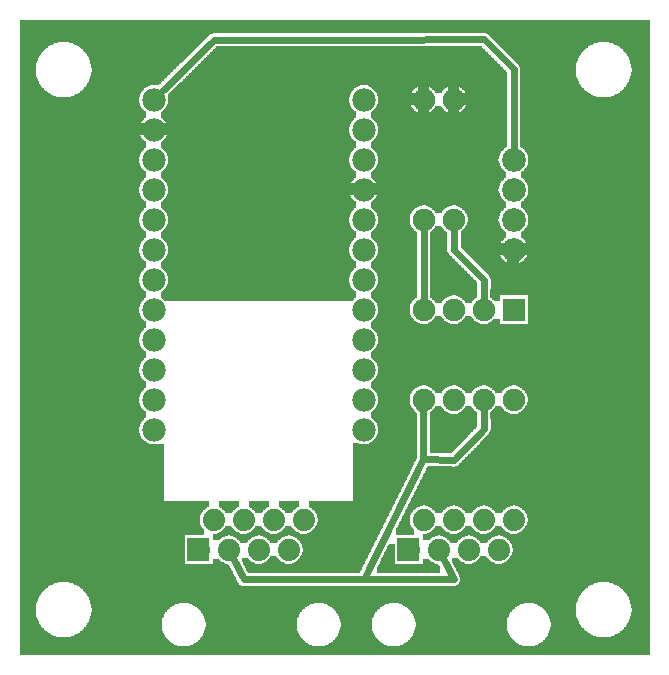
<source format=gbl>
G04 MADE WITH FRITZING*
G04 WWW.FRITZING.ORG*
G04 DOUBLE SIDED*
G04 HOLES PLATED*
G04 CONTOUR ON CENTER OF CONTOUR VECTOR*
%ASAXBY*%
%FSLAX23Y23*%
%MOIN*%
%OFA0B0*%
%SFA1.0B1.0*%
%ADD10C,0.075000*%
%ADD11C,0.074000*%
%ADD12C,0.068000*%
%ADD13C,0.079370*%
%ADD14C,0.078000*%
%ADD15R,0.075000X0.075000*%
%ADD16C,0.024000*%
%ADD17R,0.001000X0.001000*%
%LNCOPPER0*%
G90*
G70*
G54D10*
X1471Y1307D03*
X1471Y784D03*
X346Y2047D03*
X1487Y1492D03*
X1487Y1892D03*
X1687Y1192D03*
X1687Y892D03*
X1587Y1192D03*
X1587Y892D03*
X1487Y1192D03*
X1487Y892D03*
X1387Y1192D03*
X1387Y892D03*
X1387Y1492D03*
X1387Y1892D03*
G54D11*
X1687Y492D03*
X1637Y392D03*
X1587Y492D03*
X1487Y492D03*
X1387Y492D03*
X1537Y392D03*
X1437Y392D03*
X1337Y392D03*
X987Y492D03*
X937Y392D03*
X887Y492D03*
X787Y492D03*
X687Y492D03*
X837Y392D03*
X737Y392D03*
X637Y392D03*
G54D12*
X1187Y992D03*
X1187Y1092D03*
X1187Y892D03*
X1187Y792D03*
X1187Y1192D03*
X1187Y1292D03*
X1187Y1392D03*
X1187Y1492D03*
X1187Y1592D03*
X1187Y1692D03*
X1187Y1792D03*
X1187Y1892D03*
X487Y1092D03*
X487Y992D03*
X487Y892D03*
X487Y792D03*
X487Y1192D03*
X487Y1292D03*
X487Y1392D03*
X487Y1492D03*
X487Y1692D03*
X487Y1592D03*
X487Y1792D03*
X487Y1892D03*
G54D13*
X1687Y1692D03*
X1687Y1592D03*
X1687Y1492D03*
X1687Y1392D03*
G54D14*
X1187Y1892D03*
X1187Y1792D03*
X1187Y1692D03*
X1187Y1592D03*
X1187Y1492D03*
X1187Y1392D03*
X1187Y1292D03*
X1187Y1192D03*
X1187Y1092D03*
X1187Y992D03*
X1187Y892D03*
X1187Y792D03*
X487Y1892D03*
X487Y1792D03*
X487Y1692D03*
X487Y1592D03*
X487Y1492D03*
X487Y1392D03*
X487Y1292D03*
X487Y1192D03*
X487Y1092D03*
X487Y992D03*
X487Y892D03*
X487Y792D03*
G54D15*
X1687Y1192D03*
G54D16*
X1687Y1723D02*
X1687Y1993D01*
D02*
X1687Y1993D02*
X1587Y2093D01*
D02*
X1187Y2091D02*
X687Y2091D01*
D02*
X687Y2091D02*
X508Y1914D01*
D02*
X1587Y2093D02*
X1187Y2091D01*
D02*
X1387Y1221D02*
X1387Y1464D01*
D02*
X1488Y1392D02*
X1587Y1292D01*
D02*
X1587Y1292D02*
X1587Y1221D01*
D02*
X1487Y1464D02*
X1488Y1392D01*
D02*
X1376Y866D02*
X1386Y892D01*
D02*
X1587Y793D02*
X1587Y864D01*
D02*
X1386Y693D02*
X1386Y693D01*
D02*
X1386Y693D02*
X1488Y691D01*
D02*
X1488Y691D02*
X1587Y793D01*
D02*
X1386Y892D02*
X1386Y693D01*
D02*
X1450Y365D02*
X1487Y293D01*
D02*
X1487Y293D02*
X1187Y293D01*
D02*
X1386Y693D02*
X1386Y892D01*
D02*
X1187Y293D02*
X1386Y693D01*
D02*
X751Y365D02*
X787Y293D01*
D02*
X787Y293D02*
X1187Y293D01*
G36*
X1426Y1470D02*
X1426Y1466D01*
X1424Y1466D01*
X1424Y1464D01*
X1422Y1464D01*
X1422Y1462D01*
X1420Y1462D01*
X1420Y1460D01*
X1418Y1460D01*
X1418Y1458D01*
X1416Y1458D01*
X1416Y1456D01*
X1414Y1456D01*
X1414Y1454D01*
X1412Y1454D01*
X1412Y1452D01*
X1408Y1452D01*
X1408Y1240D01*
X1494Y1240D01*
X1494Y1238D01*
X1500Y1238D01*
X1500Y1236D01*
X1504Y1236D01*
X1504Y1234D01*
X1508Y1234D01*
X1508Y1232D01*
X1512Y1232D01*
X1512Y1230D01*
X1514Y1230D01*
X1514Y1228D01*
X1516Y1228D01*
X1516Y1226D01*
X1518Y1226D01*
X1518Y1224D01*
X1520Y1224D01*
X1520Y1222D01*
X1522Y1222D01*
X1522Y1220D01*
X1524Y1220D01*
X1524Y1218D01*
X1526Y1218D01*
X1526Y1214D01*
X1546Y1214D01*
X1546Y1216D01*
X1548Y1216D01*
X1548Y1220D01*
X1550Y1220D01*
X1550Y1222D01*
X1552Y1222D01*
X1552Y1224D01*
X1554Y1224D01*
X1554Y1226D01*
X1556Y1226D01*
X1556Y1228D01*
X1558Y1228D01*
X1558Y1230D01*
X1562Y1230D01*
X1562Y1232D01*
X1564Y1232D01*
X1564Y1262D01*
X1566Y1262D01*
X1566Y1284D01*
X1564Y1284D01*
X1564Y1286D01*
X1562Y1286D01*
X1562Y1288D01*
X1560Y1288D01*
X1560Y1290D01*
X1558Y1290D01*
X1558Y1292D01*
X1556Y1292D01*
X1556Y1294D01*
X1554Y1294D01*
X1554Y1296D01*
X1552Y1296D01*
X1552Y1298D01*
X1550Y1298D01*
X1550Y1300D01*
X1548Y1300D01*
X1548Y1302D01*
X1546Y1302D01*
X1546Y1304D01*
X1544Y1304D01*
X1544Y1306D01*
X1542Y1306D01*
X1542Y1308D01*
X1540Y1308D01*
X1540Y1310D01*
X1538Y1310D01*
X1538Y1312D01*
X1536Y1312D01*
X1536Y1314D01*
X1534Y1314D01*
X1534Y1316D01*
X1532Y1316D01*
X1532Y1318D01*
X1530Y1318D01*
X1530Y1320D01*
X1528Y1320D01*
X1528Y1322D01*
X1526Y1322D01*
X1526Y1324D01*
X1524Y1324D01*
X1524Y1326D01*
X1522Y1326D01*
X1522Y1328D01*
X1520Y1328D01*
X1520Y1330D01*
X1518Y1330D01*
X1518Y1332D01*
X1516Y1332D01*
X1516Y1334D01*
X1514Y1334D01*
X1514Y1336D01*
X1512Y1336D01*
X1512Y1338D01*
X1510Y1338D01*
X1510Y1340D01*
X1508Y1340D01*
X1508Y1342D01*
X1506Y1342D01*
X1506Y1344D01*
X1504Y1344D01*
X1504Y1346D01*
X1502Y1346D01*
X1502Y1348D01*
X1500Y1348D01*
X1500Y1350D01*
X1498Y1350D01*
X1498Y1352D01*
X1496Y1352D01*
X1496Y1354D01*
X1494Y1354D01*
X1494Y1356D01*
X1492Y1356D01*
X1492Y1358D01*
X1490Y1358D01*
X1490Y1360D01*
X1488Y1360D01*
X1488Y1362D01*
X1486Y1362D01*
X1486Y1364D01*
X1484Y1364D01*
X1484Y1366D01*
X1482Y1366D01*
X1482Y1368D01*
X1480Y1368D01*
X1480Y1370D01*
X1478Y1370D01*
X1478Y1372D01*
X1476Y1372D01*
X1476Y1374D01*
X1474Y1374D01*
X1474Y1376D01*
X1472Y1376D01*
X1472Y1378D01*
X1470Y1378D01*
X1470Y1380D01*
X1468Y1380D01*
X1468Y1384D01*
X1466Y1384D01*
X1466Y1442D01*
X1464Y1442D01*
X1464Y1452D01*
X1462Y1452D01*
X1462Y1454D01*
X1460Y1454D01*
X1460Y1456D01*
X1456Y1456D01*
X1456Y1458D01*
X1454Y1458D01*
X1454Y1460D01*
X1452Y1460D01*
X1452Y1462D01*
X1450Y1462D01*
X1450Y1466D01*
X1448Y1466D01*
X1448Y1468D01*
X1446Y1468D01*
X1446Y1470D01*
X1426Y1470D01*
G37*
D02*
G36*
X1408Y1240D02*
X1408Y1232D01*
X1412Y1232D01*
X1412Y1230D01*
X1414Y1230D01*
X1414Y1228D01*
X1416Y1228D01*
X1416Y1226D01*
X1418Y1226D01*
X1418Y1224D01*
X1420Y1224D01*
X1420Y1222D01*
X1422Y1222D01*
X1422Y1220D01*
X1424Y1220D01*
X1424Y1218D01*
X1426Y1218D01*
X1426Y1214D01*
X1446Y1214D01*
X1446Y1216D01*
X1448Y1216D01*
X1448Y1220D01*
X1450Y1220D01*
X1450Y1222D01*
X1452Y1222D01*
X1452Y1224D01*
X1454Y1224D01*
X1454Y1226D01*
X1456Y1226D01*
X1456Y1228D01*
X1458Y1228D01*
X1458Y1230D01*
X1462Y1230D01*
X1462Y1232D01*
X1464Y1232D01*
X1464Y1234D01*
X1468Y1234D01*
X1468Y1236D01*
X1472Y1236D01*
X1472Y1238D01*
X1480Y1238D01*
X1480Y1240D01*
X1408Y1240D01*
G37*
D02*
G36*
X1426Y870D02*
X1426Y866D01*
X1424Y866D01*
X1424Y864D01*
X1422Y864D01*
X1422Y862D01*
X1420Y862D01*
X1420Y860D01*
X1418Y860D01*
X1418Y858D01*
X1416Y858D01*
X1416Y856D01*
X1414Y856D01*
X1414Y854D01*
X1412Y854D01*
X1412Y852D01*
X1408Y852D01*
X1408Y844D01*
X1482Y844D01*
X1482Y846D01*
X1474Y846D01*
X1474Y848D01*
X1468Y848D01*
X1468Y850D01*
X1466Y850D01*
X1466Y852D01*
X1462Y852D01*
X1462Y854D01*
X1460Y854D01*
X1460Y856D01*
X1456Y856D01*
X1456Y858D01*
X1454Y858D01*
X1454Y860D01*
X1452Y860D01*
X1452Y862D01*
X1450Y862D01*
X1450Y866D01*
X1448Y866D01*
X1448Y868D01*
X1446Y868D01*
X1446Y870D01*
X1426Y870D01*
G37*
D02*
G36*
X1526Y870D02*
X1526Y866D01*
X1524Y866D01*
X1524Y864D01*
X1522Y864D01*
X1522Y862D01*
X1520Y862D01*
X1520Y860D01*
X1518Y860D01*
X1518Y858D01*
X1516Y858D01*
X1516Y856D01*
X1514Y856D01*
X1514Y854D01*
X1512Y854D01*
X1512Y852D01*
X1508Y852D01*
X1508Y850D01*
X1504Y850D01*
X1504Y848D01*
X1500Y848D01*
X1500Y846D01*
X1492Y846D01*
X1492Y844D01*
X1564Y844D01*
X1564Y852D01*
X1562Y852D01*
X1562Y854D01*
X1560Y854D01*
X1560Y856D01*
X1556Y856D01*
X1556Y858D01*
X1554Y858D01*
X1554Y860D01*
X1552Y860D01*
X1552Y862D01*
X1550Y862D01*
X1550Y866D01*
X1548Y866D01*
X1548Y868D01*
X1546Y868D01*
X1546Y870D01*
X1526Y870D01*
G37*
D02*
G36*
X1408Y844D02*
X1408Y842D01*
X1564Y842D01*
X1564Y844D01*
X1408Y844D01*
G37*
D02*
G36*
X1408Y844D02*
X1408Y842D01*
X1564Y842D01*
X1564Y844D01*
X1408Y844D01*
G37*
D02*
G36*
X1408Y842D02*
X1408Y714D01*
X1480Y714D01*
X1480Y716D01*
X1482Y716D01*
X1482Y718D01*
X1484Y718D01*
X1484Y720D01*
X1486Y720D01*
X1486Y722D01*
X1488Y722D01*
X1488Y724D01*
X1490Y724D01*
X1490Y726D01*
X1492Y726D01*
X1492Y728D01*
X1494Y728D01*
X1494Y730D01*
X1496Y730D01*
X1496Y732D01*
X1498Y732D01*
X1498Y734D01*
X1500Y734D01*
X1500Y736D01*
X1502Y736D01*
X1502Y738D01*
X1504Y738D01*
X1504Y740D01*
X1506Y740D01*
X1506Y742D01*
X1508Y742D01*
X1508Y744D01*
X1510Y744D01*
X1510Y746D01*
X1512Y746D01*
X1512Y748D01*
X1514Y748D01*
X1514Y750D01*
X1516Y750D01*
X1516Y752D01*
X1518Y752D01*
X1518Y754D01*
X1520Y754D01*
X1520Y756D01*
X1522Y756D01*
X1522Y758D01*
X1524Y758D01*
X1524Y760D01*
X1526Y760D01*
X1526Y762D01*
X1528Y762D01*
X1528Y764D01*
X1530Y764D01*
X1530Y766D01*
X1532Y766D01*
X1532Y768D01*
X1534Y768D01*
X1534Y770D01*
X1536Y770D01*
X1536Y774D01*
X1538Y774D01*
X1538Y776D01*
X1540Y776D01*
X1540Y778D01*
X1542Y778D01*
X1542Y780D01*
X1544Y780D01*
X1544Y782D01*
X1546Y782D01*
X1546Y784D01*
X1548Y784D01*
X1548Y786D01*
X1550Y786D01*
X1550Y788D01*
X1552Y788D01*
X1552Y790D01*
X1554Y790D01*
X1554Y792D01*
X1556Y792D01*
X1556Y794D01*
X1558Y794D01*
X1558Y796D01*
X1560Y796D01*
X1560Y798D01*
X1562Y798D01*
X1562Y800D01*
X1564Y800D01*
X1564Y802D01*
X1566Y802D01*
X1566Y826D01*
X1564Y826D01*
X1564Y842D01*
X1408Y842D01*
G37*
D02*
G36*
X704Y554D02*
X704Y534D01*
X708Y534D01*
X708Y532D01*
X710Y532D01*
X710Y530D01*
X714Y530D01*
X714Y528D01*
X716Y528D01*
X716Y526D01*
X718Y526D01*
X718Y524D01*
X720Y524D01*
X720Y522D01*
X722Y522D01*
X722Y520D01*
X724Y520D01*
X724Y518D01*
X726Y518D01*
X726Y514D01*
X746Y514D01*
X746Y516D01*
X748Y516D01*
X748Y518D01*
X750Y518D01*
X750Y520D01*
X752Y520D01*
X752Y524D01*
X754Y524D01*
X754Y526D01*
X758Y526D01*
X758Y528D01*
X760Y528D01*
X760Y530D01*
X762Y530D01*
X762Y532D01*
X766Y532D01*
X766Y534D01*
X770Y534D01*
X770Y554D01*
X704Y554D01*
G37*
D02*
G36*
X804Y554D02*
X804Y534D01*
X808Y534D01*
X808Y532D01*
X810Y532D01*
X810Y530D01*
X814Y530D01*
X814Y528D01*
X816Y528D01*
X816Y526D01*
X818Y526D01*
X818Y524D01*
X820Y524D01*
X820Y522D01*
X822Y522D01*
X822Y520D01*
X824Y520D01*
X824Y518D01*
X826Y518D01*
X826Y514D01*
X846Y514D01*
X846Y516D01*
X848Y516D01*
X848Y518D01*
X850Y518D01*
X850Y520D01*
X852Y520D01*
X852Y524D01*
X854Y524D01*
X854Y526D01*
X858Y526D01*
X858Y528D01*
X860Y528D01*
X860Y530D01*
X862Y530D01*
X862Y532D01*
X866Y532D01*
X866Y534D01*
X870Y534D01*
X870Y554D01*
X804Y554D01*
G37*
D02*
G36*
X904Y554D02*
X904Y534D01*
X908Y534D01*
X908Y532D01*
X910Y532D01*
X910Y530D01*
X914Y530D01*
X914Y528D01*
X916Y528D01*
X916Y526D01*
X918Y526D01*
X918Y524D01*
X920Y524D01*
X920Y522D01*
X922Y522D01*
X922Y520D01*
X924Y520D01*
X924Y518D01*
X926Y518D01*
X926Y514D01*
X946Y514D01*
X946Y516D01*
X948Y516D01*
X948Y518D01*
X950Y518D01*
X950Y520D01*
X952Y520D01*
X952Y524D01*
X954Y524D01*
X954Y526D01*
X958Y526D01*
X958Y528D01*
X960Y528D01*
X960Y530D01*
X962Y530D01*
X962Y532D01*
X966Y532D01*
X966Y534D01*
X970Y534D01*
X970Y554D01*
X904Y554D01*
G37*
D02*
G36*
X1270Y412D02*
X1270Y408D01*
X1268Y408D01*
X1268Y404D01*
X1266Y404D01*
X1266Y400D01*
X1264Y400D01*
X1264Y396D01*
X1262Y396D01*
X1262Y392D01*
X1260Y392D01*
X1260Y388D01*
X1258Y388D01*
X1258Y384D01*
X1256Y384D01*
X1256Y380D01*
X1254Y380D01*
X1254Y376D01*
X1252Y376D01*
X1252Y372D01*
X1250Y372D01*
X1250Y368D01*
X1248Y368D01*
X1248Y364D01*
X1246Y364D01*
X1246Y360D01*
X1244Y360D01*
X1244Y356D01*
X1242Y356D01*
X1242Y352D01*
X1240Y352D01*
X1240Y346D01*
X1290Y346D01*
X1290Y412D01*
X1270Y412D01*
G37*
D02*
G36*
X1384Y362D02*
X1384Y346D01*
X1426Y346D01*
X1426Y348D01*
X1420Y348D01*
X1420Y350D01*
X1416Y350D01*
X1416Y352D01*
X1412Y352D01*
X1412Y354D01*
X1410Y354D01*
X1410Y356D01*
X1408Y356D01*
X1408Y358D01*
X1406Y358D01*
X1406Y360D01*
X1404Y360D01*
X1404Y362D01*
X1384Y362D01*
G37*
D02*
G36*
X1238Y346D02*
X1238Y344D01*
X1436Y344D01*
X1436Y346D01*
X1238Y346D01*
G37*
D02*
G36*
X1238Y346D02*
X1238Y344D01*
X1436Y344D01*
X1436Y346D01*
X1238Y346D01*
G37*
D02*
G36*
X1238Y344D02*
X1238Y342D01*
X1236Y342D01*
X1236Y338D01*
X1234Y338D01*
X1234Y334D01*
X1232Y334D01*
X1232Y314D01*
X1442Y314D01*
X1442Y334D01*
X1440Y334D01*
X1440Y338D01*
X1438Y338D01*
X1438Y342D01*
X1436Y342D01*
X1436Y344D01*
X1238Y344D01*
G37*
D02*
G36*
X40Y2158D02*
X40Y2114D01*
X1596Y2114D01*
X1596Y2112D01*
X1600Y2112D01*
X1600Y2110D01*
X1602Y2110D01*
X1602Y2108D01*
X1604Y2108D01*
X1604Y2106D01*
X1606Y2106D01*
X1606Y2104D01*
X1608Y2104D01*
X1608Y2102D01*
X1610Y2102D01*
X1610Y2100D01*
X1612Y2100D01*
X1612Y2098D01*
X1614Y2098D01*
X1614Y2096D01*
X1616Y2096D01*
X1616Y2094D01*
X1618Y2094D01*
X1618Y2092D01*
X1620Y2092D01*
X1620Y2090D01*
X1622Y2090D01*
X1622Y2088D01*
X1624Y2088D01*
X1624Y2086D01*
X1626Y2086D01*
X1626Y2084D01*
X2004Y2084D01*
X2004Y2082D01*
X2012Y2082D01*
X2012Y2080D01*
X2018Y2080D01*
X2018Y2078D01*
X2022Y2078D01*
X2022Y2076D01*
X2028Y2076D01*
X2028Y2074D01*
X2030Y2074D01*
X2030Y2072D01*
X2034Y2072D01*
X2034Y2070D01*
X2038Y2070D01*
X2038Y2068D01*
X2040Y2068D01*
X2040Y2066D01*
X2042Y2066D01*
X2042Y2064D01*
X2046Y2064D01*
X2046Y2062D01*
X2048Y2062D01*
X2048Y2060D01*
X2050Y2060D01*
X2050Y2058D01*
X2052Y2058D01*
X2052Y2056D01*
X2054Y2056D01*
X2054Y2054D01*
X2056Y2054D01*
X2056Y2052D01*
X2058Y2052D01*
X2058Y2048D01*
X2060Y2048D01*
X2060Y2046D01*
X2062Y2046D01*
X2062Y2044D01*
X2064Y2044D01*
X2064Y2040D01*
X2066Y2040D01*
X2066Y2038D01*
X2068Y2038D01*
X2068Y2034D01*
X2070Y2034D01*
X2070Y2030D01*
X2072Y2030D01*
X2072Y2024D01*
X2074Y2024D01*
X2074Y2018D01*
X2076Y2018D01*
X2076Y2012D01*
X2078Y2012D01*
X2078Y1998D01*
X2080Y1998D01*
X2080Y1986D01*
X2078Y1986D01*
X2078Y1972D01*
X2076Y1972D01*
X2076Y1966D01*
X2074Y1966D01*
X2074Y1960D01*
X2072Y1960D01*
X2072Y1956D01*
X2070Y1956D01*
X2070Y1950D01*
X2068Y1950D01*
X2068Y1948D01*
X2066Y1948D01*
X2066Y1944D01*
X2064Y1944D01*
X2064Y1940D01*
X2062Y1940D01*
X2062Y1938D01*
X2060Y1938D01*
X2060Y1936D01*
X2058Y1936D01*
X2058Y1934D01*
X2056Y1934D01*
X2056Y1930D01*
X2054Y1930D01*
X2054Y1928D01*
X2052Y1928D01*
X2052Y1926D01*
X2050Y1926D01*
X2050Y1924D01*
X2048Y1924D01*
X2048Y1922D01*
X2044Y1922D01*
X2044Y1920D01*
X2042Y1920D01*
X2042Y1918D01*
X2040Y1918D01*
X2040Y1916D01*
X2036Y1916D01*
X2036Y1914D01*
X2034Y1914D01*
X2034Y1912D01*
X2030Y1912D01*
X2030Y1910D01*
X2026Y1910D01*
X2026Y1908D01*
X2022Y1908D01*
X2022Y1906D01*
X2018Y1906D01*
X2018Y1904D01*
X2012Y1904D01*
X2012Y1902D01*
X2002Y1902D01*
X2002Y1900D01*
X2140Y1900D01*
X2140Y2158D01*
X40Y2158D01*
G37*
D02*
G36*
X40Y2114D02*
X40Y2084D01*
X204Y2084D01*
X204Y2082D01*
X212Y2082D01*
X212Y2080D01*
X218Y2080D01*
X218Y2078D01*
X222Y2078D01*
X222Y2076D01*
X226Y2076D01*
X226Y2074D01*
X230Y2074D01*
X230Y2072D01*
X234Y2072D01*
X234Y2070D01*
X238Y2070D01*
X238Y2068D01*
X240Y2068D01*
X240Y2066D01*
X242Y2066D01*
X242Y2064D01*
X246Y2064D01*
X246Y2062D01*
X248Y2062D01*
X248Y2060D01*
X250Y2060D01*
X250Y2058D01*
X252Y2058D01*
X252Y2056D01*
X254Y2056D01*
X254Y2054D01*
X256Y2054D01*
X256Y2052D01*
X258Y2052D01*
X258Y2048D01*
X260Y2048D01*
X260Y2046D01*
X262Y2046D01*
X262Y2044D01*
X264Y2044D01*
X264Y2040D01*
X266Y2040D01*
X266Y2038D01*
X268Y2038D01*
X268Y2034D01*
X270Y2034D01*
X270Y2030D01*
X272Y2030D01*
X272Y2024D01*
X274Y2024D01*
X274Y2018D01*
X276Y2018D01*
X276Y2012D01*
X278Y2012D01*
X278Y1998D01*
X280Y1998D01*
X280Y1986D01*
X278Y1986D01*
X278Y1972D01*
X276Y1972D01*
X276Y1966D01*
X274Y1966D01*
X274Y1960D01*
X272Y1960D01*
X272Y1956D01*
X270Y1956D01*
X270Y1952D01*
X268Y1952D01*
X268Y1948D01*
X266Y1948D01*
X266Y1944D01*
X264Y1944D01*
X264Y1940D01*
X262Y1940D01*
X262Y1938D01*
X260Y1938D01*
X260Y1936D01*
X258Y1936D01*
X258Y1934D01*
X256Y1934D01*
X256Y1930D01*
X254Y1930D01*
X254Y1928D01*
X252Y1928D01*
X252Y1926D01*
X250Y1926D01*
X250Y1924D01*
X248Y1924D01*
X248Y1922D01*
X244Y1922D01*
X244Y1920D01*
X242Y1920D01*
X242Y1918D01*
X240Y1918D01*
X240Y1916D01*
X236Y1916D01*
X236Y1914D01*
X234Y1914D01*
X234Y1912D01*
X230Y1912D01*
X230Y1910D01*
X226Y1910D01*
X226Y1908D01*
X222Y1908D01*
X222Y1906D01*
X218Y1906D01*
X218Y1904D01*
X210Y1904D01*
X210Y1902D01*
X202Y1902D01*
X202Y1900D01*
X438Y1900D01*
X438Y1902D01*
X440Y1902D01*
X440Y1908D01*
X442Y1908D01*
X442Y1912D01*
X444Y1912D01*
X444Y1916D01*
X446Y1916D01*
X446Y1918D01*
X448Y1918D01*
X448Y1922D01*
X450Y1922D01*
X450Y1924D01*
X452Y1924D01*
X452Y1926D01*
X454Y1926D01*
X454Y1928D01*
X456Y1928D01*
X456Y1930D01*
X458Y1930D01*
X458Y1932D01*
X462Y1932D01*
X462Y1934D01*
X464Y1934D01*
X464Y1936D01*
X468Y1936D01*
X468Y1938D01*
X474Y1938D01*
X474Y1940D01*
X484Y1940D01*
X484Y1942D01*
X506Y1942D01*
X506Y1944D01*
X508Y1944D01*
X508Y1946D01*
X510Y1946D01*
X510Y1948D01*
X512Y1948D01*
X512Y1950D01*
X514Y1950D01*
X514Y1952D01*
X516Y1952D01*
X516Y1954D01*
X518Y1954D01*
X518Y1956D01*
X520Y1956D01*
X520Y1958D01*
X522Y1958D01*
X522Y1960D01*
X524Y1960D01*
X524Y1962D01*
X526Y1962D01*
X526Y1964D01*
X528Y1964D01*
X528Y1966D01*
X530Y1966D01*
X530Y1968D01*
X532Y1968D01*
X532Y1970D01*
X534Y1970D01*
X534Y1972D01*
X536Y1972D01*
X536Y1974D01*
X538Y1974D01*
X538Y1976D01*
X540Y1976D01*
X540Y1978D01*
X542Y1978D01*
X542Y1980D01*
X544Y1980D01*
X544Y1982D01*
X546Y1982D01*
X546Y1984D01*
X548Y1984D01*
X548Y1986D01*
X550Y1986D01*
X550Y1988D01*
X552Y1988D01*
X552Y1990D01*
X554Y1990D01*
X554Y1992D01*
X556Y1992D01*
X556Y1994D01*
X558Y1994D01*
X558Y1996D01*
X560Y1996D01*
X560Y1998D01*
X562Y1998D01*
X562Y2000D01*
X564Y2000D01*
X564Y2002D01*
X566Y2002D01*
X566Y2004D01*
X568Y2004D01*
X568Y2006D01*
X570Y2006D01*
X570Y2008D01*
X572Y2008D01*
X572Y2010D01*
X574Y2010D01*
X574Y2012D01*
X576Y2012D01*
X576Y2014D01*
X580Y2014D01*
X580Y2016D01*
X582Y2016D01*
X582Y2018D01*
X584Y2018D01*
X584Y2020D01*
X586Y2020D01*
X586Y2022D01*
X588Y2022D01*
X588Y2024D01*
X590Y2024D01*
X590Y2026D01*
X592Y2026D01*
X592Y2028D01*
X594Y2028D01*
X594Y2030D01*
X596Y2030D01*
X596Y2032D01*
X598Y2032D01*
X598Y2034D01*
X600Y2034D01*
X600Y2036D01*
X602Y2036D01*
X602Y2038D01*
X604Y2038D01*
X604Y2040D01*
X606Y2040D01*
X606Y2042D01*
X608Y2042D01*
X608Y2044D01*
X610Y2044D01*
X610Y2046D01*
X612Y2046D01*
X612Y2048D01*
X614Y2048D01*
X614Y2050D01*
X616Y2050D01*
X616Y2052D01*
X618Y2052D01*
X618Y2054D01*
X620Y2054D01*
X620Y2056D01*
X622Y2056D01*
X622Y2058D01*
X624Y2058D01*
X624Y2060D01*
X626Y2060D01*
X626Y2062D01*
X628Y2062D01*
X628Y2064D01*
X630Y2064D01*
X630Y2066D01*
X632Y2066D01*
X632Y2068D01*
X634Y2068D01*
X634Y2070D01*
X636Y2070D01*
X636Y2072D01*
X638Y2072D01*
X638Y2074D01*
X640Y2074D01*
X640Y2076D01*
X642Y2076D01*
X642Y2078D01*
X644Y2078D01*
X644Y2080D01*
X646Y2080D01*
X646Y2082D01*
X648Y2082D01*
X648Y2084D01*
X650Y2084D01*
X650Y2086D01*
X652Y2086D01*
X652Y2088D01*
X654Y2088D01*
X654Y2090D01*
X656Y2090D01*
X656Y2092D01*
X658Y2092D01*
X658Y2094D01*
X660Y2094D01*
X660Y2096D01*
X662Y2096D01*
X662Y2098D01*
X664Y2098D01*
X664Y2100D01*
X666Y2100D01*
X666Y2102D01*
X668Y2102D01*
X668Y2104D01*
X670Y2104D01*
X670Y2106D01*
X672Y2106D01*
X672Y2108D01*
X674Y2108D01*
X674Y2110D01*
X678Y2110D01*
X678Y2112D01*
X684Y2112D01*
X684Y2114D01*
X40Y2114D01*
G37*
D02*
G36*
X40Y2084D02*
X40Y1900D01*
X170Y1900D01*
X170Y1902D01*
X162Y1902D01*
X162Y1904D01*
X156Y1904D01*
X156Y1906D01*
X150Y1906D01*
X150Y1908D01*
X146Y1908D01*
X146Y1910D01*
X142Y1910D01*
X142Y1912D01*
X140Y1912D01*
X140Y1914D01*
X136Y1914D01*
X136Y1916D01*
X134Y1916D01*
X134Y1918D01*
X130Y1918D01*
X130Y1920D01*
X128Y1920D01*
X128Y1922D01*
X126Y1922D01*
X126Y1924D01*
X124Y1924D01*
X124Y1926D01*
X122Y1926D01*
X122Y1928D01*
X120Y1928D01*
X120Y1930D01*
X118Y1930D01*
X118Y1932D01*
X116Y1932D01*
X116Y1934D01*
X114Y1934D01*
X114Y1936D01*
X112Y1936D01*
X112Y1940D01*
X110Y1940D01*
X110Y1942D01*
X108Y1942D01*
X108Y1946D01*
X106Y1946D01*
X106Y1950D01*
X104Y1950D01*
X104Y1954D01*
X102Y1954D01*
X102Y1958D01*
X100Y1958D01*
X100Y1962D01*
X98Y1962D01*
X98Y1968D01*
X96Y1968D01*
X96Y1978D01*
X94Y1978D01*
X94Y2006D01*
X96Y2006D01*
X96Y2016D01*
X98Y2016D01*
X98Y2022D01*
X100Y2022D01*
X100Y2026D01*
X102Y2026D01*
X102Y2032D01*
X104Y2032D01*
X104Y2036D01*
X106Y2036D01*
X106Y2038D01*
X108Y2038D01*
X108Y2042D01*
X110Y2042D01*
X110Y2044D01*
X112Y2044D01*
X112Y2048D01*
X114Y2048D01*
X114Y2050D01*
X116Y2050D01*
X116Y2052D01*
X118Y2052D01*
X118Y2054D01*
X120Y2054D01*
X120Y2056D01*
X122Y2056D01*
X122Y2058D01*
X124Y2058D01*
X124Y2060D01*
X126Y2060D01*
X126Y2062D01*
X128Y2062D01*
X128Y2064D01*
X130Y2064D01*
X130Y2066D01*
X134Y2066D01*
X134Y2068D01*
X136Y2068D01*
X136Y2070D01*
X138Y2070D01*
X138Y2072D01*
X142Y2072D01*
X142Y2074D01*
X146Y2074D01*
X146Y2076D01*
X150Y2076D01*
X150Y2078D01*
X156Y2078D01*
X156Y2080D01*
X160Y2080D01*
X160Y2082D01*
X168Y2082D01*
X168Y2084D01*
X40Y2084D01*
G37*
D02*
G36*
X1628Y2084D02*
X1628Y2082D01*
X1630Y2082D01*
X1630Y2080D01*
X1632Y2080D01*
X1632Y2078D01*
X1634Y2078D01*
X1634Y2076D01*
X1636Y2076D01*
X1636Y2074D01*
X1638Y2074D01*
X1638Y2072D01*
X1640Y2072D01*
X1640Y2070D01*
X1642Y2070D01*
X1642Y2068D01*
X1644Y2068D01*
X1644Y2066D01*
X1646Y2066D01*
X1646Y2064D01*
X1648Y2064D01*
X1648Y2062D01*
X1650Y2062D01*
X1650Y2060D01*
X1652Y2060D01*
X1652Y2058D01*
X1654Y2058D01*
X1654Y2056D01*
X1656Y2056D01*
X1656Y2054D01*
X1658Y2054D01*
X1658Y2052D01*
X1660Y2052D01*
X1660Y2050D01*
X1662Y2050D01*
X1662Y2048D01*
X1664Y2048D01*
X1664Y2046D01*
X1666Y2046D01*
X1666Y2044D01*
X1668Y2044D01*
X1668Y2042D01*
X1670Y2042D01*
X1670Y2040D01*
X1672Y2040D01*
X1672Y2038D01*
X1674Y2038D01*
X1674Y2036D01*
X1676Y2036D01*
X1676Y2034D01*
X1678Y2034D01*
X1678Y2032D01*
X1680Y2032D01*
X1680Y2030D01*
X1682Y2030D01*
X1682Y2028D01*
X1684Y2028D01*
X1684Y2026D01*
X1686Y2026D01*
X1686Y2024D01*
X1688Y2024D01*
X1688Y2022D01*
X1690Y2022D01*
X1690Y2020D01*
X1692Y2020D01*
X1692Y2018D01*
X1694Y2018D01*
X1694Y2016D01*
X1696Y2016D01*
X1696Y2014D01*
X1698Y2014D01*
X1698Y2012D01*
X1700Y2012D01*
X1700Y2010D01*
X1702Y2010D01*
X1702Y2008D01*
X1704Y2008D01*
X1704Y2006D01*
X1706Y2006D01*
X1706Y2002D01*
X1708Y2002D01*
X1708Y1900D01*
X1970Y1900D01*
X1970Y1902D01*
X1962Y1902D01*
X1962Y1904D01*
X1956Y1904D01*
X1956Y1906D01*
X1950Y1906D01*
X1950Y1908D01*
X1946Y1908D01*
X1946Y1910D01*
X1942Y1910D01*
X1942Y1912D01*
X1940Y1912D01*
X1940Y1914D01*
X1936Y1914D01*
X1936Y1916D01*
X1934Y1916D01*
X1934Y1918D01*
X1930Y1918D01*
X1930Y1920D01*
X1928Y1920D01*
X1928Y1922D01*
X1926Y1922D01*
X1926Y1924D01*
X1924Y1924D01*
X1924Y1926D01*
X1922Y1926D01*
X1922Y1928D01*
X1920Y1928D01*
X1920Y1930D01*
X1918Y1930D01*
X1918Y1932D01*
X1916Y1932D01*
X1916Y1934D01*
X1914Y1934D01*
X1914Y1936D01*
X1912Y1936D01*
X1912Y1940D01*
X1910Y1940D01*
X1910Y1942D01*
X1908Y1942D01*
X1908Y1946D01*
X1906Y1946D01*
X1906Y1950D01*
X1904Y1950D01*
X1904Y1954D01*
X1902Y1954D01*
X1902Y1958D01*
X1900Y1958D01*
X1900Y1962D01*
X1898Y1962D01*
X1898Y1968D01*
X1896Y1968D01*
X1896Y1978D01*
X1894Y1978D01*
X1894Y2006D01*
X1896Y2006D01*
X1896Y2016D01*
X1898Y2016D01*
X1898Y2022D01*
X1900Y2022D01*
X1900Y2026D01*
X1902Y2026D01*
X1902Y2032D01*
X1904Y2032D01*
X1904Y2036D01*
X1906Y2036D01*
X1906Y2038D01*
X1908Y2038D01*
X1908Y2042D01*
X1910Y2042D01*
X1910Y2044D01*
X1912Y2044D01*
X1912Y2048D01*
X1914Y2048D01*
X1914Y2050D01*
X1916Y2050D01*
X1916Y2052D01*
X1918Y2052D01*
X1918Y2054D01*
X1920Y2054D01*
X1920Y2056D01*
X1922Y2056D01*
X1922Y2058D01*
X1924Y2058D01*
X1924Y2060D01*
X1926Y2060D01*
X1926Y2062D01*
X1928Y2062D01*
X1928Y2064D01*
X1930Y2064D01*
X1930Y2066D01*
X1934Y2066D01*
X1934Y2068D01*
X1936Y2068D01*
X1936Y2070D01*
X1938Y2070D01*
X1938Y2072D01*
X1942Y2072D01*
X1942Y2074D01*
X1946Y2074D01*
X1946Y2076D01*
X1950Y2076D01*
X1950Y2078D01*
X1956Y2078D01*
X1956Y2080D01*
X1960Y2080D01*
X1960Y2082D01*
X1968Y2082D01*
X1968Y2084D01*
X1628Y2084D01*
G37*
D02*
G36*
X696Y2070D02*
X696Y2068D01*
X694Y2068D01*
X694Y2066D01*
X692Y2066D01*
X692Y2064D01*
X690Y2064D01*
X690Y2062D01*
X688Y2062D01*
X688Y2060D01*
X686Y2060D01*
X686Y2058D01*
X684Y2058D01*
X684Y2056D01*
X682Y2056D01*
X682Y2054D01*
X680Y2054D01*
X680Y2052D01*
X678Y2052D01*
X678Y2050D01*
X676Y2050D01*
X676Y2048D01*
X674Y2048D01*
X674Y2046D01*
X672Y2046D01*
X672Y2044D01*
X670Y2044D01*
X670Y2042D01*
X668Y2042D01*
X668Y2040D01*
X666Y2040D01*
X666Y2038D01*
X664Y2038D01*
X664Y2036D01*
X662Y2036D01*
X662Y2034D01*
X660Y2034D01*
X660Y2032D01*
X658Y2032D01*
X658Y2030D01*
X656Y2030D01*
X656Y2028D01*
X654Y2028D01*
X654Y2026D01*
X652Y2026D01*
X652Y2024D01*
X650Y2024D01*
X650Y2022D01*
X648Y2022D01*
X648Y2020D01*
X646Y2020D01*
X646Y2018D01*
X644Y2018D01*
X644Y2016D01*
X642Y2016D01*
X642Y2014D01*
X640Y2014D01*
X640Y2012D01*
X638Y2012D01*
X638Y2010D01*
X636Y2010D01*
X636Y2008D01*
X634Y2008D01*
X634Y2006D01*
X632Y2006D01*
X632Y2004D01*
X630Y2004D01*
X630Y2002D01*
X628Y2002D01*
X628Y2000D01*
X626Y2000D01*
X626Y1998D01*
X624Y1998D01*
X624Y1996D01*
X622Y1996D01*
X622Y1994D01*
X620Y1994D01*
X620Y1992D01*
X618Y1992D01*
X618Y1990D01*
X616Y1990D01*
X616Y1988D01*
X614Y1988D01*
X614Y1986D01*
X612Y1986D01*
X612Y1984D01*
X610Y1984D01*
X610Y1982D01*
X608Y1982D01*
X608Y1980D01*
X606Y1980D01*
X606Y1978D01*
X604Y1978D01*
X604Y1976D01*
X602Y1976D01*
X602Y1974D01*
X600Y1974D01*
X600Y1972D01*
X598Y1972D01*
X598Y1970D01*
X596Y1970D01*
X596Y1968D01*
X594Y1968D01*
X594Y1966D01*
X592Y1966D01*
X592Y1964D01*
X590Y1964D01*
X590Y1962D01*
X588Y1962D01*
X588Y1960D01*
X586Y1960D01*
X586Y1958D01*
X584Y1958D01*
X584Y1956D01*
X582Y1956D01*
X582Y1954D01*
X580Y1954D01*
X580Y1952D01*
X578Y1952D01*
X578Y1950D01*
X576Y1950D01*
X576Y1948D01*
X572Y1948D01*
X572Y1946D01*
X570Y1946D01*
X570Y1944D01*
X568Y1944D01*
X568Y1942D01*
X1190Y1942D01*
X1190Y1940D01*
X1494Y1940D01*
X1494Y1938D01*
X1500Y1938D01*
X1500Y1936D01*
X1504Y1936D01*
X1504Y1934D01*
X1508Y1934D01*
X1508Y1932D01*
X1512Y1932D01*
X1512Y1930D01*
X1514Y1930D01*
X1514Y1928D01*
X1516Y1928D01*
X1516Y1926D01*
X1518Y1926D01*
X1518Y1924D01*
X1520Y1924D01*
X1520Y1922D01*
X1522Y1922D01*
X1522Y1920D01*
X1524Y1920D01*
X1524Y1918D01*
X1526Y1918D01*
X1526Y1914D01*
X1528Y1914D01*
X1528Y1912D01*
X1530Y1912D01*
X1530Y1906D01*
X1532Y1906D01*
X1532Y1900D01*
X1534Y1900D01*
X1534Y1884D01*
X1532Y1884D01*
X1532Y1878D01*
X1530Y1878D01*
X1530Y1874D01*
X1528Y1874D01*
X1528Y1870D01*
X1526Y1870D01*
X1526Y1866D01*
X1524Y1866D01*
X1524Y1864D01*
X1522Y1864D01*
X1522Y1862D01*
X1520Y1862D01*
X1520Y1860D01*
X1518Y1860D01*
X1518Y1858D01*
X1516Y1858D01*
X1516Y1856D01*
X1514Y1856D01*
X1514Y1854D01*
X1512Y1854D01*
X1512Y1852D01*
X1508Y1852D01*
X1508Y1850D01*
X1504Y1850D01*
X1504Y1848D01*
X1500Y1848D01*
X1500Y1846D01*
X1492Y1846D01*
X1492Y1844D01*
X1664Y1844D01*
X1664Y1986D01*
X1662Y1986D01*
X1662Y1988D01*
X1660Y1988D01*
X1660Y1990D01*
X1658Y1990D01*
X1658Y1992D01*
X1656Y1992D01*
X1656Y1994D01*
X1654Y1994D01*
X1654Y1996D01*
X1652Y1996D01*
X1652Y1998D01*
X1650Y1998D01*
X1650Y2000D01*
X1648Y2000D01*
X1648Y2002D01*
X1646Y2002D01*
X1646Y2004D01*
X1644Y2004D01*
X1644Y2006D01*
X1642Y2006D01*
X1642Y2008D01*
X1640Y2008D01*
X1640Y2010D01*
X1638Y2010D01*
X1638Y2012D01*
X1636Y2012D01*
X1636Y2014D01*
X1634Y2014D01*
X1634Y2016D01*
X1632Y2016D01*
X1632Y2018D01*
X1630Y2018D01*
X1630Y2020D01*
X1628Y2020D01*
X1628Y2022D01*
X1626Y2022D01*
X1626Y2024D01*
X1624Y2024D01*
X1624Y2026D01*
X1622Y2026D01*
X1622Y2028D01*
X1620Y2028D01*
X1620Y2030D01*
X1618Y2030D01*
X1618Y2032D01*
X1616Y2032D01*
X1616Y2034D01*
X1614Y2034D01*
X1614Y2036D01*
X1612Y2036D01*
X1612Y2038D01*
X1610Y2038D01*
X1610Y2040D01*
X1608Y2040D01*
X1608Y2042D01*
X1606Y2042D01*
X1606Y2044D01*
X1604Y2044D01*
X1604Y2046D01*
X1602Y2046D01*
X1602Y2048D01*
X1600Y2048D01*
X1600Y2050D01*
X1598Y2050D01*
X1598Y2052D01*
X1596Y2052D01*
X1596Y2054D01*
X1594Y2054D01*
X1594Y2056D01*
X1592Y2056D01*
X1592Y2058D01*
X1590Y2058D01*
X1590Y2060D01*
X1588Y2060D01*
X1588Y2062D01*
X1586Y2062D01*
X1586Y2064D01*
X1584Y2064D01*
X1584Y2066D01*
X1582Y2066D01*
X1582Y2068D01*
X1580Y2068D01*
X1580Y2070D01*
X696Y2070D01*
G37*
D02*
G36*
X566Y1942D02*
X566Y1940D01*
X564Y1940D01*
X564Y1938D01*
X562Y1938D01*
X562Y1936D01*
X560Y1936D01*
X560Y1934D01*
X558Y1934D01*
X558Y1932D01*
X556Y1932D01*
X556Y1930D01*
X554Y1930D01*
X554Y1928D01*
X552Y1928D01*
X552Y1926D01*
X550Y1926D01*
X550Y1924D01*
X548Y1924D01*
X548Y1922D01*
X546Y1922D01*
X546Y1920D01*
X544Y1920D01*
X544Y1918D01*
X542Y1918D01*
X542Y1916D01*
X540Y1916D01*
X540Y1914D01*
X538Y1914D01*
X538Y1912D01*
X536Y1912D01*
X536Y1886D01*
X534Y1886D01*
X534Y1878D01*
X532Y1878D01*
X532Y1874D01*
X530Y1874D01*
X530Y1870D01*
X528Y1870D01*
X528Y1866D01*
X526Y1866D01*
X526Y1864D01*
X524Y1864D01*
X524Y1862D01*
X522Y1862D01*
X522Y1860D01*
X520Y1860D01*
X520Y1858D01*
X518Y1858D01*
X518Y1856D01*
X516Y1856D01*
X516Y1854D01*
X514Y1854D01*
X514Y1852D01*
X512Y1852D01*
X512Y1832D01*
X514Y1832D01*
X514Y1830D01*
X516Y1830D01*
X516Y1828D01*
X518Y1828D01*
X518Y1826D01*
X520Y1826D01*
X520Y1824D01*
X522Y1824D01*
X522Y1822D01*
X524Y1822D01*
X524Y1820D01*
X526Y1820D01*
X526Y1818D01*
X528Y1818D01*
X528Y1814D01*
X530Y1814D01*
X530Y1810D01*
X532Y1810D01*
X532Y1806D01*
X534Y1806D01*
X534Y1798D01*
X536Y1798D01*
X536Y1786D01*
X534Y1786D01*
X534Y1778D01*
X532Y1778D01*
X532Y1774D01*
X530Y1774D01*
X530Y1770D01*
X528Y1770D01*
X528Y1766D01*
X526Y1766D01*
X526Y1764D01*
X524Y1764D01*
X524Y1762D01*
X522Y1762D01*
X522Y1760D01*
X520Y1760D01*
X520Y1758D01*
X518Y1758D01*
X518Y1756D01*
X516Y1756D01*
X516Y1754D01*
X514Y1754D01*
X514Y1752D01*
X512Y1752D01*
X512Y1732D01*
X514Y1732D01*
X514Y1730D01*
X516Y1730D01*
X516Y1728D01*
X518Y1728D01*
X518Y1726D01*
X520Y1726D01*
X520Y1724D01*
X522Y1724D01*
X522Y1722D01*
X524Y1722D01*
X524Y1720D01*
X526Y1720D01*
X526Y1718D01*
X528Y1718D01*
X528Y1714D01*
X530Y1714D01*
X530Y1710D01*
X532Y1710D01*
X532Y1706D01*
X534Y1706D01*
X534Y1698D01*
X536Y1698D01*
X536Y1686D01*
X534Y1686D01*
X534Y1678D01*
X532Y1678D01*
X532Y1674D01*
X530Y1674D01*
X530Y1670D01*
X528Y1670D01*
X528Y1666D01*
X526Y1666D01*
X526Y1664D01*
X524Y1664D01*
X524Y1662D01*
X522Y1662D01*
X522Y1660D01*
X520Y1660D01*
X520Y1658D01*
X518Y1658D01*
X518Y1656D01*
X516Y1656D01*
X516Y1654D01*
X514Y1654D01*
X514Y1652D01*
X512Y1652D01*
X512Y1632D01*
X514Y1632D01*
X514Y1630D01*
X516Y1630D01*
X516Y1628D01*
X518Y1628D01*
X518Y1626D01*
X520Y1626D01*
X520Y1624D01*
X522Y1624D01*
X522Y1622D01*
X524Y1622D01*
X524Y1620D01*
X526Y1620D01*
X526Y1618D01*
X528Y1618D01*
X528Y1614D01*
X530Y1614D01*
X530Y1610D01*
X532Y1610D01*
X532Y1606D01*
X534Y1606D01*
X534Y1598D01*
X536Y1598D01*
X536Y1586D01*
X534Y1586D01*
X534Y1578D01*
X532Y1578D01*
X532Y1574D01*
X530Y1574D01*
X530Y1570D01*
X528Y1570D01*
X528Y1566D01*
X526Y1566D01*
X526Y1564D01*
X524Y1564D01*
X524Y1562D01*
X522Y1562D01*
X522Y1560D01*
X520Y1560D01*
X520Y1558D01*
X518Y1558D01*
X518Y1556D01*
X516Y1556D01*
X516Y1554D01*
X514Y1554D01*
X514Y1552D01*
X512Y1552D01*
X512Y1532D01*
X514Y1532D01*
X514Y1530D01*
X516Y1530D01*
X516Y1528D01*
X518Y1528D01*
X518Y1526D01*
X520Y1526D01*
X520Y1524D01*
X522Y1524D01*
X522Y1522D01*
X524Y1522D01*
X524Y1520D01*
X526Y1520D01*
X526Y1518D01*
X528Y1518D01*
X528Y1514D01*
X530Y1514D01*
X530Y1510D01*
X532Y1510D01*
X532Y1506D01*
X534Y1506D01*
X534Y1498D01*
X536Y1498D01*
X536Y1486D01*
X534Y1486D01*
X534Y1478D01*
X532Y1478D01*
X532Y1474D01*
X530Y1474D01*
X530Y1470D01*
X528Y1470D01*
X528Y1466D01*
X526Y1466D01*
X526Y1464D01*
X524Y1464D01*
X524Y1462D01*
X522Y1462D01*
X522Y1460D01*
X520Y1460D01*
X520Y1458D01*
X518Y1458D01*
X518Y1456D01*
X516Y1456D01*
X516Y1454D01*
X514Y1454D01*
X514Y1452D01*
X512Y1452D01*
X512Y1432D01*
X514Y1432D01*
X514Y1430D01*
X516Y1430D01*
X516Y1428D01*
X518Y1428D01*
X518Y1426D01*
X520Y1426D01*
X520Y1424D01*
X522Y1424D01*
X522Y1422D01*
X524Y1422D01*
X524Y1420D01*
X526Y1420D01*
X526Y1418D01*
X528Y1418D01*
X528Y1414D01*
X530Y1414D01*
X530Y1410D01*
X532Y1410D01*
X532Y1406D01*
X534Y1406D01*
X534Y1398D01*
X536Y1398D01*
X536Y1386D01*
X534Y1386D01*
X534Y1378D01*
X532Y1378D01*
X532Y1374D01*
X530Y1374D01*
X530Y1370D01*
X528Y1370D01*
X528Y1366D01*
X526Y1366D01*
X526Y1364D01*
X524Y1364D01*
X524Y1362D01*
X522Y1362D01*
X522Y1360D01*
X520Y1360D01*
X520Y1358D01*
X518Y1358D01*
X518Y1356D01*
X516Y1356D01*
X516Y1354D01*
X514Y1354D01*
X514Y1352D01*
X512Y1352D01*
X512Y1332D01*
X514Y1332D01*
X514Y1330D01*
X516Y1330D01*
X516Y1328D01*
X518Y1328D01*
X518Y1326D01*
X520Y1326D01*
X520Y1324D01*
X522Y1324D01*
X522Y1322D01*
X524Y1322D01*
X524Y1320D01*
X526Y1320D01*
X526Y1318D01*
X528Y1318D01*
X528Y1314D01*
X530Y1314D01*
X530Y1310D01*
X532Y1310D01*
X532Y1306D01*
X534Y1306D01*
X534Y1298D01*
X536Y1298D01*
X536Y1286D01*
X534Y1286D01*
X534Y1278D01*
X532Y1278D01*
X532Y1274D01*
X530Y1274D01*
X530Y1270D01*
X528Y1270D01*
X528Y1266D01*
X526Y1266D01*
X526Y1264D01*
X524Y1264D01*
X524Y1262D01*
X522Y1262D01*
X522Y1260D01*
X520Y1260D01*
X520Y1258D01*
X518Y1258D01*
X518Y1256D01*
X516Y1256D01*
X516Y1254D01*
X514Y1254D01*
X514Y1252D01*
X512Y1252D01*
X512Y1232D01*
X514Y1232D01*
X514Y1230D01*
X516Y1230D01*
X516Y1228D01*
X518Y1228D01*
X518Y1226D01*
X520Y1226D01*
X520Y1224D01*
X522Y1224D01*
X522Y1222D01*
X524Y1222D01*
X524Y1220D01*
X1148Y1220D01*
X1148Y1222D01*
X1150Y1222D01*
X1150Y1224D01*
X1152Y1224D01*
X1152Y1226D01*
X1154Y1226D01*
X1154Y1228D01*
X1156Y1228D01*
X1156Y1230D01*
X1158Y1230D01*
X1158Y1232D01*
X1162Y1232D01*
X1162Y1252D01*
X1160Y1252D01*
X1160Y1254D01*
X1156Y1254D01*
X1156Y1256D01*
X1154Y1256D01*
X1154Y1258D01*
X1152Y1258D01*
X1152Y1260D01*
X1150Y1260D01*
X1150Y1262D01*
X1148Y1262D01*
X1148Y1266D01*
X1146Y1266D01*
X1146Y1268D01*
X1144Y1268D01*
X1144Y1272D01*
X1142Y1272D01*
X1142Y1276D01*
X1140Y1276D01*
X1140Y1282D01*
X1138Y1282D01*
X1138Y1302D01*
X1140Y1302D01*
X1140Y1308D01*
X1142Y1308D01*
X1142Y1312D01*
X1144Y1312D01*
X1144Y1316D01*
X1146Y1316D01*
X1146Y1318D01*
X1148Y1318D01*
X1148Y1322D01*
X1150Y1322D01*
X1150Y1324D01*
X1152Y1324D01*
X1152Y1326D01*
X1154Y1326D01*
X1154Y1328D01*
X1156Y1328D01*
X1156Y1330D01*
X1158Y1330D01*
X1158Y1332D01*
X1162Y1332D01*
X1162Y1352D01*
X1160Y1352D01*
X1160Y1354D01*
X1156Y1354D01*
X1156Y1356D01*
X1154Y1356D01*
X1154Y1358D01*
X1152Y1358D01*
X1152Y1360D01*
X1150Y1360D01*
X1150Y1362D01*
X1148Y1362D01*
X1148Y1366D01*
X1146Y1366D01*
X1146Y1368D01*
X1144Y1368D01*
X1144Y1372D01*
X1142Y1372D01*
X1142Y1376D01*
X1140Y1376D01*
X1140Y1382D01*
X1138Y1382D01*
X1138Y1402D01*
X1140Y1402D01*
X1140Y1408D01*
X1142Y1408D01*
X1142Y1412D01*
X1144Y1412D01*
X1144Y1416D01*
X1146Y1416D01*
X1146Y1418D01*
X1148Y1418D01*
X1148Y1422D01*
X1150Y1422D01*
X1150Y1424D01*
X1152Y1424D01*
X1152Y1426D01*
X1154Y1426D01*
X1154Y1428D01*
X1156Y1428D01*
X1156Y1430D01*
X1158Y1430D01*
X1158Y1432D01*
X1162Y1432D01*
X1162Y1452D01*
X1160Y1452D01*
X1160Y1454D01*
X1156Y1454D01*
X1156Y1456D01*
X1154Y1456D01*
X1154Y1458D01*
X1152Y1458D01*
X1152Y1460D01*
X1150Y1460D01*
X1150Y1462D01*
X1148Y1462D01*
X1148Y1466D01*
X1146Y1466D01*
X1146Y1468D01*
X1144Y1468D01*
X1144Y1472D01*
X1142Y1472D01*
X1142Y1476D01*
X1140Y1476D01*
X1140Y1482D01*
X1138Y1482D01*
X1138Y1502D01*
X1140Y1502D01*
X1140Y1508D01*
X1142Y1508D01*
X1142Y1512D01*
X1144Y1512D01*
X1144Y1516D01*
X1146Y1516D01*
X1146Y1518D01*
X1148Y1518D01*
X1148Y1522D01*
X1150Y1522D01*
X1150Y1524D01*
X1152Y1524D01*
X1152Y1526D01*
X1154Y1526D01*
X1154Y1528D01*
X1156Y1528D01*
X1156Y1530D01*
X1158Y1530D01*
X1158Y1532D01*
X1162Y1532D01*
X1162Y1552D01*
X1160Y1552D01*
X1160Y1554D01*
X1156Y1554D01*
X1156Y1556D01*
X1154Y1556D01*
X1154Y1558D01*
X1152Y1558D01*
X1152Y1560D01*
X1150Y1560D01*
X1150Y1562D01*
X1148Y1562D01*
X1148Y1566D01*
X1146Y1566D01*
X1146Y1568D01*
X1144Y1568D01*
X1144Y1572D01*
X1142Y1572D01*
X1142Y1576D01*
X1140Y1576D01*
X1140Y1582D01*
X1138Y1582D01*
X1138Y1602D01*
X1140Y1602D01*
X1140Y1608D01*
X1142Y1608D01*
X1142Y1612D01*
X1144Y1612D01*
X1144Y1616D01*
X1146Y1616D01*
X1146Y1618D01*
X1148Y1618D01*
X1148Y1622D01*
X1150Y1622D01*
X1150Y1624D01*
X1152Y1624D01*
X1152Y1626D01*
X1154Y1626D01*
X1154Y1628D01*
X1156Y1628D01*
X1156Y1630D01*
X1158Y1630D01*
X1158Y1632D01*
X1162Y1632D01*
X1162Y1652D01*
X1160Y1652D01*
X1160Y1654D01*
X1156Y1654D01*
X1156Y1656D01*
X1154Y1656D01*
X1154Y1658D01*
X1152Y1658D01*
X1152Y1660D01*
X1150Y1660D01*
X1150Y1662D01*
X1148Y1662D01*
X1148Y1666D01*
X1146Y1666D01*
X1146Y1668D01*
X1144Y1668D01*
X1144Y1672D01*
X1142Y1672D01*
X1142Y1676D01*
X1140Y1676D01*
X1140Y1682D01*
X1138Y1682D01*
X1138Y1702D01*
X1140Y1702D01*
X1140Y1708D01*
X1142Y1708D01*
X1142Y1712D01*
X1144Y1712D01*
X1144Y1716D01*
X1146Y1716D01*
X1146Y1718D01*
X1148Y1718D01*
X1148Y1722D01*
X1150Y1722D01*
X1150Y1724D01*
X1152Y1724D01*
X1152Y1726D01*
X1154Y1726D01*
X1154Y1728D01*
X1156Y1728D01*
X1156Y1730D01*
X1158Y1730D01*
X1158Y1732D01*
X1162Y1732D01*
X1162Y1752D01*
X1160Y1752D01*
X1160Y1754D01*
X1156Y1754D01*
X1156Y1756D01*
X1154Y1756D01*
X1154Y1758D01*
X1152Y1758D01*
X1152Y1760D01*
X1150Y1760D01*
X1150Y1762D01*
X1148Y1762D01*
X1148Y1766D01*
X1146Y1766D01*
X1146Y1768D01*
X1144Y1768D01*
X1144Y1772D01*
X1142Y1772D01*
X1142Y1776D01*
X1140Y1776D01*
X1140Y1782D01*
X1138Y1782D01*
X1138Y1802D01*
X1140Y1802D01*
X1140Y1808D01*
X1142Y1808D01*
X1142Y1812D01*
X1144Y1812D01*
X1144Y1816D01*
X1146Y1816D01*
X1146Y1818D01*
X1148Y1818D01*
X1148Y1822D01*
X1150Y1822D01*
X1150Y1824D01*
X1152Y1824D01*
X1152Y1826D01*
X1154Y1826D01*
X1154Y1828D01*
X1156Y1828D01*
X1156Y1830D01*
X1158Y1830D01*
X1158Y1832D01*
X1162Y1832D01*
X1162Y1852D01*
X1160Y1852D01*
X1160Y1854D01*
X1156Y1854D01*
X1156Y1856D01*
X1154Y1856D01*
X1154Y1858D01*
X1152Y1858D01*
X1152Y1860D01*
X1150Y1860D01*
X1150Y1862D01*
X1148Y1862D01*
X1148Y1866D01*
X1146Y1866D01*
X1146Y1868D01*
X1144Y1868D01*
X1144Y1872D01*
X1142Y1872D01*
X1142Y1876D01*
X1140Y1876D01*
X1140Y1882D01*
X1138Y1882D01*
X1138Y1902D01*
X1140Y1902D01*
X1140Y1908D01*
X1142Y1908D01*
X1142Y1912D01*
X1144Y1912D01*
X1144Y1916D01*
X1146Y1916D01*
X1146Y1918D01*
X1148Y1918D01*
X1148Y1922D01*
X1150Y1922D01*
X1150Y1924D01*
X1152Y1924D01*
X1152Y1926D01*
X1154Y1926D01*
X1154Y1928D01*
X1156Y1928D01*
X1156Y1930D01*
X1158Y1930D01*
X1158Y1932D01*
X1162Y1932D01*
X1162Y1934D01*
X1164Y1934D01*
X1164Y1936D01*
X1168Y1936D01*
X1168Y1938D01*
X1174Y1938D01*
X1174Y1940D01*
X1184Y1940D01*
X1184Y1942D01*
X566Y1942D01*
G37*
D02*
G36*
X1200Y1940D02*
X1200Y1938D01*
X1204Y1938D01*
X1204Y1936D01*
X1208Y1936D01*
X1208Y1934D01*
X1212Y1934D01*
X1212Y1932D01*
X1214Y1932D01*
X1214Y1930D01*
X1216Y1930D01*
X1216Y1928D01*
X1218Y1928D01*
X1218Y1926D01*
X1220Y1926D01*
X1220Y1924D01*
X1222Y1924D01*
X1222Y1922D01*
X1224Y1922D01*
X1224Y1920D01*
X1226Y1920D01*
X1226Y1918D01*
X1228Y1918D01*
X1228Y1914D01*
X1230Y1914D01*
X1230Y1910D01*
X1232Y1910D01*
X1232Y1906D01*
X1234Y1906D01*
X1234Y1898D01*
X1236Y1898D01*
X1236Y1886D01*
X1234Y1886D01*
X1234Y1878D01*
X1232Y1878D01*
X1232Y1874D01*
X1230Y1874D01*
X1230Y1870D01*
X1228Y1870D01*
X1228Y1866D01*
X1226Y1866D01*
X1226Y1864D01*
X1224Y1864D01*
X1224Y1862D01*
X1222Y1862D01*
X1222Y1860D01*
X1220Y1860D01*
X1220Y1858D01*
X1218Y1858D01*
X1218Y1856D01*
X1216Y1856D01*
X1216Y1854D01*
X1214Y1854D01*
X1214Y1852D01*
X1212Y1852D01*
X1212Y1844D01*
X1382Y1844D01*
X1382Y1846D01*
X1374Y1846D01*
X1374Y1848D01*
X1368Y1848D01*
X1368Y1850D01*
X1366Y1850D01*
X1366Y1852D01*
X1362Y1852D01*
X1362Y1854D01*
X1360Y1854D01*
X1360Y1856D01*
X1356Y1856D01*
X1356Y1858D01*
X1354Y1858D01*
X1354Y1860D01*
X1352Y1860D01*
X1352Y1862D01*
X1350Y1862D01*
X1350Y1866D01*
X1348Y1866D01*
X1348Y1868D01*
X1346Y1868D01*
X1346Y1872D01*
X1344Y1872D01*
X1344Y1876D01*
X1342Y1876D01*
X1342Y1880D01*
X1340Y1880D01*
X1340Y1904D01*
X1342Y1904D01*
X1342Y1910D01*
X1344Y1910D01*
X1344Y1914D01*
X1346Y1914D01*
X1346Y1916D01*
X1348Y1916D01*
X1348Y1920D01*
X1350Y1920D01*
X1350Y1922D01*
X1352Y1922D01*
X1352Y1924D01*
X1354Y1924D01*
X1354Y1926D01*
X1356Y1926D01*
X1356Y1928D01*
X1358Y1928D01*
X1358Y1930D01*
X1362Y1930D01*
X1362Y1932D01*
X1364Y1932D01*
X1364Y1934D01*
X1368Y1934D01*
X1368Y1936D01*
X1372Y1936D01*
X1372Y1938D01*
X1380Y1938D01*
X1380Y1940D01*
X1200Y1940D01*
G37*
D02*
G36*
X1394Y1940D02*
X1394Y1938D01*
X1400Y1938D01*
X1400Y1936D01*
X1404Y1936D01*
X1404Y1934D01*
X1408Y1934D01*
X1408Y1932D01*
X1412Y1932D01*
X1412Y1930D01*
X1414Y1930D01*
X1414Y1928D01*
X1416Y1928D01*
X1416Y1926D01*
X1418Y1926D01*
X1418Y1924D01*
X1420Y1924D01*
X1420Y1922D01*
X1422Y1922D01*
X1422Y1920D01*
X1424Y1920D01*
X1424Y1918D01*
X1426Y1918D01*
X1426Y1914D01*
X1446Y1914D01*
X1446Y1916D01*
X1448Y1916D01*
X1448Y1920D01*
X1450Y1920D01*
X1450Y1922D01*
X1452Y1922D01*
X1452Y1924D01*
X1454Y1924D01*
X1454Y1926D01*
X1456Y1926D01*
X1456Y1928D01*
X1458Y1928D01*
X1458Y1930D01*
X1462Y1930D01*
X1462Y1932D01*
X1464Y1932D01*
X1464Y1934D01*
X1468Y1934D01*
X1468Y1936D01*
X1472Y1936D01*
X1472Y1938D01*
X1480Y1938D01*
X1480Y1940D01*
X1394Y1940D01*
G37*
D02*
G36*
X40Y1900D02*
X40Y1898D01*
X438Y1898D01*
X438Y1900D01*
X40Y1900D01*
G37*
D02*
G36*
X40Y1900D02*
X40Y1898D01*
X438Y1898D01*
X438Y1900D01*
X40Y1900D01*
G37*
D02*
G36*
X1708Y1900D02*
X1708Y1898D01*
X2140Y1898D01*
X2140Y1900D01*
X1708Y1900D01*
G37*
D02*
G36*
X1708Y1900D02*
X1708Y1898D01*
X2140Y1898D01*
X2140Y1900D01*
X1708Y1900D01*
G37*
D02*
G36*
X40Y1898D02*
X40Y744D01*
X474Y744D01*
X474Y746D01*
X470Y746D01*
X470Y748D01*
X466Y748D01*
X466Y750D01*
X462Y750D01*
X462Y752D01*
X460Y752D01*
X460Y754D01*
X456Y754D01*
X456Y756D01*
X454Y756D01*
X454Y758D01*
X452Y758D01*
X452Y760D01*
X450Y760D01*
X450Y762D01*
X448Y762D01*
X448Y766D01*
X446Y766D01*
X446Y768D01*
X444Y768D01*
X444Y772D01*
X442Y772D01*
X442Y776D01*
X440Y776D01*
X440Y782D01*
X438Y782D01*
X438Y802D01*
X440Y802D01*
X440Y808D01*
X442Y808D01*
X442Y812D01*
X444Y812D01*
X444Y816D01*
X446Y816D01*
X446Y818D01*
X448Y818D01*
X448Y822D01*
X450Y822D01*
X450Y824D01*
X452Y824D01*
X452Y826D01*
X454Y826D01*
X454Y828D01*
X456Y828D01*
X456Y830D01*
X458Y830D01*
X458Y832D01*
X462Y832D01*
X462Y852D01*
X460Y852D01*
X460Y854D01*
X456Y854D01*
X456Y856D01*
X454Y856D01*
X454Y858D01*
X452Y858D01*
X452Y860D01*
X450Y860D01*
X450Y862D01*
X448Y862D01*
X448Y866D01*
X446Y866D01*
X446Y868D01*
X444Y868D01*
X444Y872D01*
X442Y872D01*
X442Y876D01*
X440Y876D01*
X440Y882D01*
X438Y882D01*
X438Y902D01*
X440Y902D01*
X440Y908D01*
X442Y908D01*
X442Y912D01*
X444Y912D01*
X444Y916D01*
X446Y916D01*
X446Y918D01*
X448Y918D01*
X448Y922D01*
X450Y922D01*
X450Y924D01*
X452Y924D01*
X452Y926D01*
X454Y926D01*
X454Y928D01*
X456Y928D01*
X456Y930D01*
X458Y930D01*
X458Y932D01*
X462Y932D01*
X462Y952D01*
X460Y952D01*
X460Y954D01*
X456Y954D01*
X456Y956D01*
X454Y956D01*
X454Y958D01*
X452Y958D01*
X452Y960D01*
X450Y960D01*
X450Y962D01*
X448Y962D01*
X448Y966D01*
X446Y966D01*
X446Y968D01*
X444Y968D01*
X444Y972D01*
X442Y972D01*
X442Y976D01*
X440Y976D01*
X440Y982D01*
X438Y982D01*
X438Y1002D01*
X440Y1002D01*
X440Y1008D01*
X442Y1008D01*
X442Y1012D01*
X444Y1012D01*
X444Y1016D01*
X446Y1016D01*
X446Y1018D01*
X448Y1018D01*
X448Y1022D01*
X450Y1022D01*
X450Y1024D01*
X452Y1024D01*
X452Y1026D01*
X454Y1026D01*
X454Y1028D01*
X456Y1028D01*
X456Y1030D01*
X458Y1030D01*
X458Y1032D01*
X462Y1032D01*
X462Y1052D01*
X460Y1052D01*
X460Y1054D01*
X456Y1054D01*
X456Y1056D01*
X454Y1056D01*
X454Y1058D01*
X452Y1058D01*
X452Y1060D01*
X450Y1060D01*
X450Y1062D01*
X448Y1062D01*
X448Y1066D01*
X446Y1066D01*
X446Y1068D01*
X444Y1068D01*
X444Y1072D01*
X442Y1072D01*
X442Y1076D01*
X440Y1076D01*
X440Y1082D01*
X438Y1082D01*
X438Y1102D01*
X440Y1102D01*
X440Y1108D01*
X442Y1108D01*
X442Y1112D01*
X444Y1112D01*
X444Y1116D01*
X446Y1116D01*
X446Y1118D01*
X448Y1118D01*
X448Y1122D01*
X450Y1122D01*
X450Y1124D01*
X452Y1124D01*
X452Y1126D01*
X454Y1126D01*
X454Y1128D01*
X456Y1128D01*
X456Y1130D01*
X458Y1130D01*
X458Y1132D01*
X462Y1132D01*
X462Y1152D01*
X460Y1152D01*
X460Y1154D01*
X456Y1154D01*
X456Y1156D01*
X454Y1156D01*
X454Y1158D01*
X452Y1158D01*
X452Y1160D01*
X450Y1160D01*
X450Y1162D01*
X448Y1162D01*
X448Y1166D01*
X446Y1166D01*
X446Y1168D01*
X444Y1168D01*
X444Y1172D01*
X442Y1172D01*
X442Y1176D01*
X440Y1176D01*
X440Y1182D01*
X438Y1182D01*
X438Y1202D01*
X440Y1202D01*
X440Y1208D01*
X442Y1208D01*
X442Y1212D01*
X444Y1212D01*
X444Y1216D01*
X446Y1216D01*
X446Y1218D01*
X448Y1218D01*
X448Y1222D01*
X450Y1222D01*
X450Y1224D01*
X452Y1224D01*
X452Y1226D01*
X454Y1226D01*
X454Y1228D01*
X456Y1228D01*
X456Y1230D01*
X458Y1230D01*
X458Y1232D01*
X462Y1232D01*
X462Y1252D01*
X460Y1252D01*
X460Y1254D01*
X456Y1254D01*
X456Y1256D01*
X454Y1256D01*
X454Y1258D01*
X452Y1258D01*
X452Y1260D01*
X450Y1260D01*
X450Y1262D01*
X448Y1262D01*
X448Y1266D01*
X446Y1266D01*
X446Y1268D01*
X444Y1268D01*
X444Y1272D01*
X442Y1272D01*
X442Y1276D01*
X440Y1276D01*
X440Y1282D01*
X438Y1282D01*
X438Y1302D01*
X440Y1302D01*
X440Y1308D01*
X442Y1308D01*
X442Y1312D01*
X444Y1312D01*
X444Y1316D01*
X446Y1316D01*
X446Y1318D01*
X448Y1318D01*
X448Y1322D01*
X450Y1322D01*
X450Y1324D01*
X452Y1324D01*
X452Y1326D01*
X454Y1326D01*
X454Y1328D01*
X456Y1328D01*
X456Y1330D01*
X458Y1330D01*
X458Y1332D01*
X462Y1332D01*
X462Y1352D01*
X460Y1352D01*
X460Y1354D01*
X456Y1354D01*
X456Y1356D01*
X454Y1356D01*
X454Y1358D01*
X452Y1358D01*
X452Y1360D01*
X450Y1360D01*
X450Y1362D01*
X448Y1362D01*
X448Y1366D01*
X446Y1366D01*
X446Y1368D01*
X444Y1368D01*
X444Y1372D01*
X442Y1372D01*
X442Y1376D01*
X440Y1376D01*
X440Y1382D01*
X438Y1382D01*
X438Y1402D01*
X440Y1402D01*
X440Y1408D01*
X442Y1408D01*
X442Y1412D01*
X444Y1412D01*
X444Y1416D01*
X446Y1416D01*
X446Y1418D01*
X448Y1418D01*
X448Y1422D01*
X450Y1422D01*
X450Y1424D01*
X452Y1424D01*
X452Y1426D01*
X454Y1426D01*
X454Y1428D01*
X456Y1428D01*
X456Y1430D01*
X458Y1430D01*
X458Y1432D01*
X462Y1432D01*
X462Y1452D01*
X460Y1452D01*
X460Y1454D01*
X456Y1454D01*
X456Y1456D01*
X454Y1456D01*
X454Y1458D01*
X452Y1458D01*
X452Y1460D01*
X450Y1460D01*
X450Y1462D01*
X448Y1462D01*
X448Y1466D01*
X446Y1466D01*
X446Y1468D01*
X444Y1468D01*
X444Y1472D01*
X442Y1472D01*
X442Y1476D01*
X440Y1476D01*
X440Y1482D01*
X438Y1482D01*
X438Y1502D01*
X440Y1502D01*
X440Y1508D01*
X442Y1508D01*
X442Y1512D01*
X444Y1512D01*
X444Y1516D01*
X446Y1516D01*
X446Y1518D01*
X448Y1518D01*
X448Y1522D01*
X450Y1522D01*
X450Y1524D01*
X452Y1524D01*
X452Y1526D01*
X454Y1526D01*
X454Y1528D01*
X456Y1528D01*
X456Y1530D01*
X458Y1530D01*
X458Y1532D01*
X462Y1532D01*
X462Y1552D01*
X460Y1552D01*
X460Y1554D01*
X456Y1554D01*
X456Y1556D01*
X454Y1556D01*
X454Y1558D01*
X452Y1558D01*
X452Y1560D01*
X450Y1560D01*
X450Y1562D01*
X448Y1562D01*
X448Y1566D01*
X446Y1566D01*
X446Y1568D01*
X444Y1568D01*
X444Y1572D01*
X442Y1572D01*
X442Y1576D01*
X440Y1576D01*
X440Y1582D01*
X438Y1582D01*
X438Y1602D01*
X440Y1602D01*
X440Y1608D01*
X442Y1608D01*
X442Y1612D01*
X444Y1612D01*
X444Y1616D01*
X446Y1616D01*
X446Y1618D01*
X448Y1618D01*
X448Y1622D01*
X450Y1622D01*
X450Y1624D01*
X452Y1624D01*
X452Y1626D01*
X454Y1626D01*
X454Y1628D01*
X456Y1628D01*
X456Y1630D01*
X458Y1630D01*
X458Y1632D01*
X462Y1632D01*
X462Y1652D01*
X460Y1652D01*
X460Y1654D01*
X456Y1654D01*
X456Y1656D01*
X454Y1656D01*
X454Y1658D01*
X452Y1658D01*
X452Y1660D01*
X450Y1660D01*
X450Y1662D01*
X448Y1662D01*
X448Y1666D01*
X446Y1666D01*
X446Y1668D01*
X444Y1668D01*
X444Y1672D01*
X442Y1672D01*
X442Y1676D01*
X440Y1676D01*
X440Y1682D01*
X438Y1682D01*
X438Y1702D01*
X440Y1702D01*
X440Y1708D01*
X442Y1708D01*
X442Y1712D01*
X444Y1712D01*
X444Y1716D01*
X446Y1716D01*
X446Y1718D01*
X448Y1718D01*
X448Y1722D01*
X450Y1722D01*
X450Y1724D01*
X452Y1724D01*
X452Y1726D01*
X454Y1726D01*
X454Y1728D01*
X456Y1728D01*
X456Y1730D01*
X458Y1730D01*
X458Y1732D01*
X462Y1732D01*
X462Y1752D01*
X460Y1752D01*
X460Y1754D01*
X456Y1754D01*
X456Y1756D01*
X454Y1756D01*
X454Y1758D01*
X452Y1758D01*
X452Y1760D01*
X450Y1760D01*
X450Y1762D01*
X448Y1762D01*
X448Y1766D01*
X446Y1766D01*
X446Y1768D01*
X444Y1768D01*
X444Y1772D01*
X442Y1772D01*
X442Y1776D01*
X440Y1776D01*
X440Y1782D01*
X438Y1782D01*
X438Y1802D01*
X440Y1802D01*
X440Y1808D01*
X442Y1808D01*
X442Y1812D01*
X444Y1812D01*
X444Y1816D01*
X446Y1816D01*
X446Y1818D01*
X448Y1818D01*
X448Y1822D01*
X450Y1822D01*
X450Y1824D01*
X452Y1824D01*
X452Y1826D01*
X454Y1826D01*
X454Y1828D01*
X456Y1828D01*
X456Y1830D01*
X458Y1830D01*
X458Y1832D01*
X462Y1832D01*
X462Y1852D01*
X460Y1852D01*
X460Y1854D01*
X456Y1854D01*
X456Y1856D01*
X454Y1856D01*
X454Y1858D01*
X452Y1858D01*
X452Y1860D01*
X450Y1860D01*
X450Y1862D01*
X448Y1862D01*
X448Y1866D01*
X446Y1866D01*
X446Y1868D01*
X444Y1868D01*
X444Y1872D01*
X442Y1872D01*
X442Y1876D01*
X440Y1876D01*
X440Y1882D01*
X438Y1882D01*
X438Y1898D01*
X40Y1898D01*
G37*
D02*
G36*
X1708Y1898D02*
X1708Y1736D01*
X1710Y1736D01*
X1710Y1734D01*
X1712Y1734D01*
X1712Y1732D01*
X1716Y1732D01*
X1716Y1730D01*
X1718Y1730D01*
X1718Y1728D01*
X1720Y1728D01*
X1720Y1726D01*
X1722Y1726D01*
X1722Y1724D01*
X1724Y1724D01*
X1724Y1722D01*
X1726Y1722D01*
X1726Y1718D01*
X1728Y1718D01*
X1728Y1716D01*
X1730Y1716D01*
X1730Y1712D01*
X1732Y1712D01*
X1732Y1708D01*
X1734Y1708D01*
X1734Y1702D01*
X1736Y1702D01*
X1736Y1682D01*
X1734Y1682D01*
X1734Y1676D01*
X1732Y1676D01*
X1732Y1672D01*
X1730Y1672D01*
X1730Y1668D01*
X1728Y1668D01*
X1728Y1666D01*
X1726Y1666D01*
X1726Y1662D01*
X1724Y1662D01*
X1724Y1660D01*
X1722Y1660D01*
X1722Y1658D01*
X1720Y1658D01*
X1720Y1656D01*
X1718Y1656D01*
X1718Y1654D01*
X1714Y1654D01*
X1714Y1652D01*
X1712Y1652D01*
X1712Y1632D01*
X1716Y1632D01*
X1716Y1630D01*
X1718Y1630D01*
X1718Y1628D01*
X1720Y1628D01*
X1720Y1626D01*
X1722Y1626D01*
X1722Y1624D01*
X1724Y1624D01*
X1724Y1622D01*
X1726Y1622D01*
X1726Y1618D01*
X1728Y1618D01*
X1728Y1616D01*
X1730Y1616D01*
X1730Y1612D01*
X1732Y1612D01*
X1732Y1608D01*
X1734Y1608D01*
X1734Y1602D01*
X1736Y1602D01*
X1736Y1582D01*
X1734Y1582D01*
X1734Y1576D01*
X1732Y1576D01*
X1732Y1572D01*
X1730Y1572D01*
X1730Y1568D01*
X1728Y1568D01*
X1728Y1566D01*
X1726Y1566D01*
X1726Y1562D01*
X1724Y1562D01*
X1724Y1560D01*
X1722Y1560D01*
X1722Y1558D01*
X1720Y1558D01*
X1720Y1556D01*
X1718Y1556D01*
X1718Y1554D01*
X1714Y1554D01*
X1714Y1552D01*
X1712Y1552D01*
X1712Y1532D01*
X1716Y1532D01*
X1716Y1530D01*
X1718Y1530D01*
X1718Y1528D01*
X1720Y1528D01*
X1720Y1526D01*
X1722Y1526D01*
X1722Y1524D01*
X1724Y1524D01*
X1724Y1522D01*
X1726Y1522D01*
X1726Y1518D01*
X1728Y1518D01*
X1728Y1516D01*
X1730Y1516D01*
X1730Y1512D01*
X1732Y1512D01*
X1732Y1508D01*
X1734Y1508D01*
X1734Y1502D01*
X1736Y1502D01*
X1736Y1482D01*
X1734Y1482D01*
X1734Y1476D01*
X1732Y1476D01*
X1732Y1472D01*
X1730Y1472D01*
X1730Y1468D01*
X1728Y1468D01*
X1728Y1466D01*
X1726Y1466D01*
X1726Y1462D01*
X1724Y1462D01*
X1724Y1460D01*
X1722Y1460D01*
X1722Y1458D01*
X1720Y1458D01*
X1720Y1456D01*
X1718Y1456D01*
X1718Y1454D01*
X1714Y1454D01*
X1714Y1452D01*
X1712Y1452D01*
X1712Y1432D01*
X1716Y1432D01*
X1716Y1430D01*
X1718Y1430D01*
X1718Y1428D01*
X1720Y1428D01*
X1720Y1426D01*
X1722Y1426D01*
X1722Y1424D01*
X1724Y1424D01*
X1724Y1422D01*
X1726Y1422D01*
X1726Y1418D01*
X1728Y1418D01*
X1728Y1416D01*
X1730Y1416D01*
X1730Y1412D01*
X1732Y1412D01*
X1732Y1408D01*
X1734Y1408D01*
X1734Y1402D01*
X1736Y1402D01*
X1736Y1382D01*
X1734Y1382D01*
X1734Y1376D01*
X1732Y1376D01*
X1732Y1372D01*
X1730Y1372D01*
X1730Y1368D01*
X1728Y1368D01*
X1728Y1366D01*
X1726Y1366D01*
X1726Y1362D01*
X1724Y1362D01*
X1724Y1360D01*
X1722Y1360D01*
X1722Y1358D01*
X1720Y1358D01*
X1720Y1356D01*
X1718Y1356D01*
X1718Y1354D01*
X1714Y1354D01*
X1714Y1352D01*
X1712Y1352D01*
X1712Y1350D01*
X1708Y1350D01*
X1708Y1348D01*
X1706Y1348D01*
X1706Y1346D01*
X1700Y1346D01*
X1700Y1344D01*
X1692Y1344D01*
X1692Y1342D01*
X2140Y1342D01*
X2140Y1898D01*
X1708Y1898D01*
G37*
D02*
G36*
X1426Y1870D02*
X1426Y1866D01*
X1424Y1866D01*
X1424Y1864D01*
X1422Y1864D01*
X1422Y1862D01*
X1420Y1862D01*
X1420Y1860D01*
X1418Y1860D01*
X1418Y1858D01*
X1416Y1858D01*
X1416Y1856D01*
X1414Y1856D01*
X1414Y1854D01*
X1412Y1854D01*
X1412Y1852D01*
X1408Y1852D01*
X1408Y1850D01*
X1404Y1850D01*
X1404Y1848D01*
X1400Y1848D01*
X1400Y1846D01*
X1392Y1846D01*
X1392Y1844D01*
X1482Y1844D01*
X1482Y1846D01*
X1474Y1846D01*
X1474Y1848D01*
X1468Y1848D01*
X1468Y1850D01*
X1466Y1850D01*
X1466Y1852D01*
X1462Y1852D01*
X1462Y1854D01*
X1460Y1854D01*
X1460Y1856D01*
X1456Y1856D01*
X1456Y1858D01*
X1454Y1858D01*
X1454Y1860D01*
X1452Y1860D01*
X1452Y1862D01*
X1450Y1862D01*
X1450Y1866D01*
X1448Y1866D01*
X1448Y1868D01*
X1446Y1868D01*
X1446Y1870D01*
X1426Y1870D01*
G37*
D02*
G36*
X1212Y1844D02*
X1212Y1842D01*
X1664Y1842D01*
X1664Y1844D01*
X1212Y1844D01*
G37*
D02*
G36*
X1212Y1844D02*
X1212Y1842D01*
X1664Y1842D01*
X1664Y1844D01*
X1212Y1844D01*
G37*
D02*
G36*
X1212Y1844D02*
X1212Y1842D01*
X1664Y1842D01*
X1664Y1844D01*
X1212Y1844D01*
G37*
D02*
G36*
X1212Y1842D02*
X1212Y1832D01*
X1214Y1832D01*
X1214Y1830D01*
X1216Y1830D01*
X1216Y1828D01*
X1218Y1828D01*
X1218Y1826D01*
X1220Y1826D01*
X1220Y1824D01*
X1222Y1824D01*
X1222Y1822D01*
X1224Y1822D01*
X1224Y1820D01*
X1226Y1820D01*
X1226Y1818D01*
X1228Y1818D01*
X1228Y1814D01*
X1230Y1814D01*
X1230Y1810D01*
X1232Y1810D01*
X1232Y1806D01*
X1234Y1806D01*
X1234Y1798D01*
X1236Y1798D01*
X1236Y1786D01*
X1234Y1786D01*
X1234Y1778D01*
X1232Y1778D01*
X1232Y1774D01*
X1230Y1774D01*
X1230Y1770D01*
X1228Y1770D01*
X1228Y1766D01*
X1226Y1766D01*
X1226Y1764D01*
X1224Y1764D01*
X1224Y1762D01*
X1222Y1762D01*
X1222Y1760D01*
X1220Y1760D01*
X1220Y1758D01*
X1218Y1758D01*
X1218Y1756D01*
X1216Y1756D01*
X1216Y1754D01*
X1214Y1754D01*
X1214Y1752D01*
X1212Y1752D01*
X1212Y1732D01*
X1214Y1732D01*
X1214Y1730D01*
X1216Y1730D01*
X1216Y1728D01*
X1218Y1728D01*
X1218Y1726D01*
X1220Y1726D01*
X1220Y1724D01*
X1222Y1724D01*
X1222Y1722D01*
X1224Y1722D01*
X1224Y1720D01*
X1226Y1720D01*
X1226Y1718D01*
X1228Y1718D01*
X1228Y1714D01*
X1230Y1714D01*
X1230Y1710D01*
X1232Y1710D01*
X1232Y1706D01*
X1234Y1706D01*
X1234Y1698D01*
X1236Y1698D01*
X1236Y1686D01*
X1234Y1686D01*
X1234Y1678D01*
X1232Y1678D01*
X1232Y1674D01*
X1230Y1674D01*
X1230Y1670D01*
X1228Y1670D01*
X1228Y1666D01*
X1226Y1666D01*
X1226Y1664D01*
X1224Y1664D01*
X1224Y1662D01*
X1222Y1662D01*
X1222Y1660D01*
X1220Y1660D01*
X1220Y1658D01*
X1218Y1658D01*
X1218Y1656D01*
X1216Y1656D01*
X1216Y1654D01*
X1214Y1654D01*
X1214Y1652D01*
X1212Y1652D01*
X1212Y1632D01*
X1214Y1632D01*
X1214Y1630D01*
X1216Y1630D01*
X1216Y1628D01*
X1218Y1628D01*
X1218Y1626D01*
X1220Y1626D01*
X1220Y1624D01*
X1222Y1624D01*
X1222Y1622D01*
X1224Y1622D01*
X1224Y1620D01*
X1226Y1620D01*
X1226Y1618D01*
X1228Y1618D01*
X1228Y1614D01*
X1230Y1614D01*
X1230Y1610D01*
X1232Y1610D01*
X1232Y1606D01*
X1234Y1606D01*
X1234Y1598D01*
X1236Y1598D01*
X1236Y1586D01*
X1234Y1586D01*
X1234Y1578D01*
X1232Y1578D01*
X1232Y1574D01*
X1230Y1574D01*
X1230Y1570D01*
X1228Y1570D01*
X1228Y1566D01*
X1226Y1566D01*
X1226Y1564D01*
X1224Y1564D01*
X1224Y1562D01*
X1222Y1562D01*
X1222Y1560D01*
X1220Y1560D01*
X1220Y1558D01*
X1218Y1558D01*
X1218Y1556D01*
X1216Y1556D01*
X1216Y1554D01*
X1214Y1554D01*
X1214Y1552D01*
X1212Y1552D01*
X1212Y1540D01*
X1494Y1540D01*
X1494Y1538D01*
X1500Y1538D01*
X1500Y1536D01*
X1504Y1536D01*
X1504Y1534D01*
X1508Y1534D01*
X1508Y1532D01*
X1512Y1532D01*
X1512Y1530D01*
X1514Y1530D01*
X1514Y1528D01*
X1516Y1528D01*
X1516Y1526D01*
X1518Y1526D01*
X1518Y1524D01*
X1520Y1524D01*
X1520Y1522D01*
X1522Y1522D01*
X1522Y1520D01*
X1524Y1520D01*
X1524Y1518D01*
X1526Y1518D01*
X1526Y1514D01*
X1528Y1514D01*
X1528Y1512D01*
X1530Y1512D01*
X1530Y1506D01*
X1532Y1506D01*
X1532Y1500D01*
X1534Y1500D01*
X1534Y1484D01*
X1532Y1484D01*
X1532Y1478D01*
X1530Y1478D01*
X1530Y1474D01*
X1528Y1474D01*
X1528Y1470D01*
X1526Y1470D01*
X1526Y1466D01*
X1524Y1466D01*
X1524Y1464D01*
X1522Y1464D01*
X1522Y1462D01*
X1520Y1462D01*
X1520Y1460D01*
X1518Y1460D01*
X1518Y1458D01*
X1516Y1458D01*
X1516Y1456D01*
X1514Y1456D01*
X1514Y1454D01*
X1512Y1454D01*
X1512Y1452D01*
X1510Y1452D01*
X1510Y1400D01*
X1512Y1400D01*
X1512Y1398D01*
X1514Y1398D01*
X1514Y1396D01*
X1516Y1396D01*
X1516Y1394D01*
X1518Y1394D01*
X1518Y1392D01*
X1520Y1392D01*
X1520Y1390D01*
X1522Y1390D01*
X1522Y1388D01*
X1524Y1388D01*
X1524Y1386D01*
X1526Y1386D01*
X1526Y1384D01*
X1528Y1384D01*
X1528Y1382D01*
X1530Y1382D01*
X1530Y1380D01*
X1532Y1380D01*
X1532Y1378D01*
X1534Y1378D01*
X1534Y1376D01*
X1536Y1376D01*
X1536Y1374D01*
X1538Y1374D01*
X1538Y1372D01*
X1540Y1372D01*
X1540Y1370D01*
X1542Y1370D01*
X1542Y1368D01*
X1544Y1368D01*
X1544Y1366D01*
X1546Y1366D01*
X1546Y1364D01*
X1548Y1364D01*
X1548Y1362D01*
X1550Y1362D01*
X1550Y1360D01*
X1552Y1360D01*
X1552Y1358D01*
X1554Y1358D01*
X1554Y1356D01*
X1556Y1356D01*
X1556Y1354D01*
X1558Y1354D01*
X1558Y1352D01*
X1560Y1352D01*
X1560Y1350D01*
X1562Y1350D01*
X1562Y1348D01*
X1564Y1348D01*
X1564Y1346D01*
X1566Y1346D01*
X1566Y1344D01*
X1568Y1344D01*
X1568Y1342D01*
X1680Y1342D01*
X1680Y1344D01*
X1672Y1344D01*
X1672Y1346D01*
X1668Y1346D01*
X1668Y1348D01*
X1664Y1348D01*
X1664Y1350D01*
X1660Y1350D01*
X1660Y1352D01*
X1658Y1352D01*
X1658Y1354D01*
X1656Y1354D01*
X1656Y1356D01*
X1654Y1356D01*
X1654Y1358D01*
X1652Y1358D01*
X1652Y1360D01*
X1650Y1360D01*
X1650Y1362D01*
X1648Y1362D01*
X1648Y1364D01*
X1646Y1364D01*
X1646Y1368D01*
X1644Y1368D01*
X1644Y1370D01*
X1642Y1370D01*
X1642Y1374D01*
X1640Y1374D01*
X1640Y1380D01*
X1638Y1380D01*
X1638Y1388D01*
X1636Y1388D01*
X1636Y1396D01*
X1638Y1396D01*
X1638Y1406D01*
X1640Y1406D01*
X1640Y1410D01*
X1642Y1410D01*
X1642Y1414D01*
X1644Y1414D01*
X1644Y1418D01*
X1646Y1418D01*
X1646Y1420D01*
X1648Y1420D01*
X1648Y1422D01*
X1650Y1422D01*
X1650Y1424D01*
X1652Y1424D01*
X1652Y1426D01*
X1654Y1426D01*
X1654Y1428D01*
X1656Y1428D01*
X1656Y1430D01*
X1658Y1430D01*
X1658Y1432D01*
X1660Y1432D01*
X1660Y1452D01*
X1658Y1452D01*
X1658Y1454D01*
X1656Y1454D01*
X1656Y1456D01*
X1654Y1456D01*
X1654Y1458D01*
X1652Y1458D01*
X1652Y1460D01*
X1650Y1460D01*
X1650Y1462D01*
X1648Y1462D01*
X1648Y1464D01*
X1646Y1464D01*
X1646Y1468D01*
X1644Y1468D01*
X1644Y1470D01*
X1642Y1470D01*
X1642Y1474D01*
X1640Y1474D01*
X1640Y1480D01*
X1638Y1480D01*
X1638Y1488D01*
X1636Y1488D01*
X1636Y1496D01*
X1638Y1496D01*
X1638Y1506D01*
X1640Y1506D01*
X1640Y1510D01*
X1642Y1510D01*
X1642Y1514D01*
X1644Y1514D01*
X1644Y1518D01*
X1646Y1518D01*
X1646Y1520D01*
X1648Y1520D01*
X1648Y1522D01*
X1650Y1522D01*
X1650Y1524D01*
X1652Y1524D01*
X1652Y1526D01*
X1654Y1526D01*
X1654Y1528D01*
X1656Y1528D01*
X1656Y1530D01*
X1658Y1530D01*
X1658Y1532D01*
X1660Y1532D01*
X1660Y1552D01*
X1658Y1552D01*
X1658Y1554D01*
X1656Y1554D01*
X1656Y1556D01*
X1654Y1556D01*
X1654Y1558D01*
X1652Y1558D01*
X1652Y1560D01*
X1650Y1560D01*
X1650Y1562D01*
X1648Y1562D01*
X1648Y1564D01*
X1646Y1564D01*
X1646Y1568D01*
X1644Y1568D01*
X1644Y1570D01*
X1642Y1570D01*
X1642Y1574D01*
X1640Y1574D01*
X1640Y1580D01*
X1638Y1580D01*
X1638Y1588D01*
X1636Y1588D01*
X1636Y1596D01*
X1638Y1596D01*
X1638Y1606D01*
X1640Y1606D01*
X1640Y1610D01*
X1642Y1610D01*
X1642Y1614D01*
X1644Y1614D01*
X1644Y1618D01*
X1646Y1618D01*
X1646Y1620D01*
X1648Y1620D01*
X1648Y1622D01*
X1650Y1622D01*
X1650Y1624D01*
X1652Y1624D01*
X1652Y1626D01*
X1654Y1626D01*
X1654Y1628D01*
X1656Y1628D01*
X1656Y1630D01*
X1658Y1630D01*
X1658Y1632D01*
X1660Y1632D01*
X1660Y1652D01*
X1658Y1652D01*
X1658Y1654D01*
X1656Y1654D01*
X1656Y1656D01*
X1654Y1656D01*
X1654Y1658D01*
X1652Y1658D01*
X1652Y1660D01*
X1650Y1660D01*
X1650Y1662D01*
X1648Y1662D01*
X1648Y1664D01*
X1646Y1664D01*
X1646Y1668D01*
X1644Y1668D01*
X1644Y1670D01*
X1642Y1670D01*
X1642Y1674D01*
X1640Y1674D01*
X1640Y1680D01*
X1638Y1680D01*
X1638Y1688D01*
X1636Y1688D01*
X1636Y1696D01*
X1638Y1696D01*
X1638Y1706D01*
X1640Y1706D01*
X1640Y1710D01*
X1642Y1710D01*
X1642Y1714D01*
X1644Y1714D01*
X1644Y1718D01*
X1646Y1718D01*
X1646Y1720D01*
X1648Y1720D01*
X1648Y1722D01*
X1650Y1722D01*
X1650Y1724D01*
X1652Y1724D01*
X1652Y1726D01*
X1654Y1726D01*
X1654Y1728D01*
X1656Y1728D01*
X1656Y1730D01*
X1658Y1730D01*
X1658Y1732D01*
X1660Y1732D01*
X1660Y1734D01*
X1664Y1734D01*
X1664Y1842D01*
X1212Y1842D01*
G37*
D02*
G36*
X1212Y1540D02*
X1212Y1532D01*
X1214Y1532D01*
X1214Y1530D01*
X1216Y1530D01*
X1216Y1528D01*
X1218Y1528D01*
X1218Y1526D01*
X1220Y1526D01*
X1220Y1524D01*
X1222Y1524D01*
X1222Y1522D01*
X1224Y1522D01*
X1224Y1520D01*
X1226Y1520D01*
X1226Y1518D01*
X1228Y1518D01*
X1228Y1514D01*
X1230Y1514D01*
X1230Y1510D01*
X1232Y1510D01*
X1232Y1506D01*
X1234Y1506D01*
X1234Y1498D01*
X1236Y1498D01*
X1236Y1486D01*
X1234Y1486D01*
X1234Y1478D01*
X1232Y1478D01*
X1232Y1474D01*
X1230Y1474D01*
X1230Y1470D01*
X1228Y1470D01*
X1228Y1466D01*
X1226Y1466D01*
X1226Y1464D01*
X1224Y1464D01*
X1224Y1462D01*
X1222Y1462D01*
X1222Y1460D01*
X1220Y1460D01*
X1220Y1458D01*
X1218Y1458D01*
X1218Y1456D01*
X1216Y1456D01*
X1216Y1454D01*
X1214Y1454D01*
X1214Y1452D01*
X1212Y1452D01*
X1212Y1432D01*
X1214Y1432D01*
X1214Y1430D01*
X1216Y1430D01*
X1216Y1428D01*
X1218Y1428D01*
X1218Y1426D01*
X1220Y1426D01*
X1220Y1424D01*
X1222Y1424D01*
X1222Y1422D01*
X1224Y1422D01*
X1224Y1420D01*
X1226Y1420D01*
X1226Y1418D01*
X1228Y1418D01*
X1228Y1414D01*
X1230Y1414D01*
X1230Y1410D01*
X1232Y1410D01*
X1232Y1406D01*
X1234Y1406D01*
X1234Y1398D01*
X1236Y1398D01*
X1236Y1386D01*
X1234Y1386D01*
X1234Y1378D01*
X1232Y1378D01*
X1232Y1374D01*
X1230Y1374D01*
X1230Y1370D01*
X1228Y1370D01*
X1228Y1366D01*
X1226Y1366D01*
X1226Y1364D01*
X1224Y1364D01*
X1224Y1362D01*
X1222Y1362D01*
X1222Y1360D01*
X1220Y1360D01*
X1220Y1358D01*
X1218Y1358D01*
X1218Y1356D01*
X1216Y1356D01*
X1216Y1354D01*
X1214Y1354D01*
X1214Y1352D01*
X1212Y1352D01*
X1212Y1332D01*
X1214Y1332D01*
X1214Y1330D01*
X1216Y1330D01*
X1216Y1328D01*
X1218Y1328D01*
X1218Y1326D01*
X1220Y1326D01*
X1220Y1324D01*
X1222Y1324D01*
X1222Y1322D01*
X1224Y1322D01*
X1224Y1320D01*
X1226Y1320D01*
X1226Y1318D01*
X1228Y1318D01*
X1228Y1314D01*
X1230Y1314D01*
X1230Y1310D01*
X1232Y1310D01*
X1232Y1306D01*
X1234Y1306D01*
X1234Y1298D01*
X1236Y1298D01*
X1236Y1286D01*
X1234Y1286D01*
X1234Y1278D01*
X1232Y1278D01*
X1232Y1274D01*
X1230Y1274D01*
X1230Y1270D01*
X1228Y1270D01*
X1228Y1266D01*
X1226Y1266D01*
X1226Y1264D01*
X1224Y1264D01*
X1224Y1262D01*
X1222Y1262D01*
X1222Y1260D01*
X1220Y1260D01*
X1220Y1258D01*
X1218Y1258D01*
X1218Y1256D01*
X1216Y1256D01*
X1216Y1254D01*
X1214Y1254D01*
X1214Y1252D01*
X1212Y1252D01*
X1212Y1232D01*
X1214Y1232D01*
X1214Y1230D01*
X1216Y1230D01*
X1216Y1228D01*
X1218Y1228D01*
X1218Y1226D01*
X1220Y1226D01*
X1220Y1224D01*
X1222Y1224D01*
X1222Y1222D01*
X1224Y1222D01*
X1224Y1220D01*
X1226Y1220D01*
X1226Y1218D01*
X1228Y1218D01*
X1228Y1214D01*
X1230Y1214D01*
X1230Y1210D01*
X1232Y1210D01*
X1232Y1206D01*
X1234Y1206D01*
X1234Y1198D01*
X1236Y1198D01*
X1236Y1186D01*
X1234Y1186D01*
X1234Y1178D01*
X1232Y1178D01*
X1232Y1174D01*
X1230Y1174D01*
X1230Y1170D01*
X1228Y1170D01*
X1228Y1166D01*
X1226Y1166D01*
X1226Y1164D01*
X1224Y1164D01*
X1224Y1162D01*
X1222Y1162D01*
X1222Y1160D01*
X1220Y1160D01*
X1220Y1158D01*
X1218Y1158D01*
X1218Y1156D01*
X1216Y1156D01*
X1216Y1154D01*
X1214Y1154D01*
X1214Y1152D01*
X1212Y1152D01*
X1212Y1144D01*
X1382Y1144D01*
X1382Y1146D01*
X1374Y1146D01*
X1374Y1148D01*
X1368Y1148D01*
X1368Y1150D01*
X1366Y1150D01*
X1366Y1152D01*
X1362Y1152D01*
X1362Y1154D01*
X1360Y1154D01*
X1360Y1156D01*
X1356Y1156D01*
X1356Y1158D01*
X1354Y1158D01*
X1354Y1160D01*
X1352Y1160D01*
X1352Y1162D01*
X1350Y1162D01*
X1350Y1166D01*
X1348Y1166D01*
X1348Y1168D01*
X1346Y1168D01*
X1346Y1172D01*
X1344Y1172D01*
X1344Y1176D01*
X1342Y1176D01*
X1342Y1180D01*
X1340Y1180D01*
X1340Y1204D01*
X1342Y1204D01*
X1342Y1210D01*
X1344Y1210D01*
X1344Y1214D01*
X1346Y1214D01*
X1346Y1216D01*
X1348Y1216D01*
X1348Y1220D01*
X1350Y1220D01*
X1350Y1222D01*
X1352Y1222D01*
X1352Y1224D01*
X1354Y1224D01*
X1354Y1226D01*
X1356Y1226D01*
X1356Y1228D01*
X1358Y1228D01*
X1358Y1230D01*
X1362Y1230D01*
X1362Y1232D01*
X1364Y1232D01*
X1364Y1452D01*
X1362Y1452D01*
X1362Y1454D01*
X1360Y1454D01*
X1360Y1456D01*
X1356Y1456D01*
X1356Y1458D01*
X1354Y1458D01*
X1354Y1460D01*
X1352Y1460D01*
X1352Y1462D01*
X1350Y1462D01*
X1350Y1466D01*
X1348Y1466D01*
X1348Y1468D01*
X1346Y1468D01*
X1346Y1472D01*
X1344Y1472D01*
X1344Y1476D01*
X1342Y1476D01*
X1342Y1480D01*
X1340Y1480D01*
X1340Y1504D01*
X1342Y1504D01*
X1342Y1510D01*
X1344Y1510D01*
X1344Y1514D01*
X1346Y1514D01*
X1346Y1516D01*
X1348Y1516D01*
X1348Y1520D01*
X1350Y1520D01*
X1350Y1522D01*
X1352Y1522D01*
X1352Y1524D01*
X1354Y1524D01*
X1354Y1526D01*
X1356Y1526D01*
X1356Y1528D01*
X1358Y1528D01*
X1358Y1530D01*
X1362Y1530D01*
X1362Y1532D01*
X1364Y1532D01*
X1364Y1534D01*
X1368Y1534D01*
X1368Y1536D01*
X1372Y1536D01*
X1372Y1538D01*
X1380Y1538D01*
X1380Y1540D01*
X1212Y1540D01*
G37*
D02*
G36*
X1394Y1540D02*
X1394Y1538D01*
X1400Y1538D01*
X1400Y1536D01*
X1404Y1536D01*
X1404Y1534D01*
X1408Y1534D01*
X1408Y1532D01*
X1412Y1532D01*
X1412Y1530D01*
X1414Y1530D01*
X1414Y1528D01*
X1416Y1528D01*
X1416Y1526D01*
X1418Y1526D01*
X1418Y1524D01*
X1420Y1524D01*
X1420Y1522D01*
X1422Y1522D01*
X1422Y1520D01*
X1424Y1520D01*
X1424Y1518D01*
X1426Y1518D01*
X1426Y1514D01*
X1446Y1514D01*
X1446Y1516D01*
X1448Y1516D01*
X1448Y1520D01*
X1450Y1520D01*
X1450Y1522D01*
X1452Y1522D01*
X1452Y1524D01*
X1454Y1524D01*
X1454Y1526D01*
X1456Y1526D01*
X1456Y1528D01*
X1458Y1528D01*
X1458Y1530D01*
X1462Y1530D01*
X1462Y1532D01*
X1464Y1532D01*
X1464Y1534D01*
X1468Y1534D01*
X1468Y1536D01*
X1472Y1536D01*
X1472Y1538D01*
X1480Y1538D01*
X1480Y1540D01*
X1394Y1540D01*
G37*
D02*
G36*
X1570Y1342D02*
X1570Y1340D01*
X2140Y1340D01*
X2140Y1342D01*
X1570Y1342D01*
G37*
D02*
G36*
X1570Y1342D02*
X1570Y1340D01*
X2140Y1340D01*
X2140Y1342D01*
X1570Y1342D01*
G37*
D02*
G36*
X1572Y1340D02*
X1572Y1338D01*
X1574Y1338D01*
X1574Y1336D01*
X1576Y1336D01*
X1576Y1334D01*
X1578Y1334D01*
X1578Y1332D01*
X1580Y1332D01*
X1580Y1330D01*
X1582Y1330D01*
X1582Y1328D01*
X1584Y1328D01*
X1584Y1326D01*
X1586Y1326D01*
X1586Y1324D01*
X1588Y1324D01*
X1588Y1322D01*
X1590Y1322D01*
X1590Y1320D01*
X1592Y1320D01*
X1592Y1318D01*
X1594Y1318D01*
X1594Y1316D01*
X1596Y1316D01*
X1596Y1314D01*
X1598Y1314D01*
X1598Y1312D01*
X1600Y1312D01*
X1600Y1310D01*
X1602Y1310D01*
X1602Y1308D01*
X1604Y1308D01*
X1604Y1306D01*
X1606Y1306D01*
X1606Y1302D01*
X1608Y1302D01*
X1608Y1296D01*
X1610Y1296D01*
X1610Y1260D01*
X1608Y1260D01*
X1608Y1240D01*
X1734Y1240D01*
X1734Y1144D01*
X2140Y1144D01*
X2140Y1340D01*
X1572Y1340D01*
G37*
D02*
G36*
X1608Y1240D02*
X1608Y1232D01*
X1612Y1232D01*
X1612Y1230D01*
X1614Y1230D01*
X1614Y1228D01*
X1616Y1228D01*
X1616Y1226D01*
X1618Y1226D01*
X1618Y1224D01*
X1620Y1224D01*
X1620Y1222D01*
X1640Y1222D01*
X1640Y1240D01*
X1608Y1240D01*
G37*
D02*
G36*
X1426Y1170D02*
X1426Y1166D01*
X1424Y1166D01*
X1424Y1164D01*
X1422Y1164D01*
X1422Y1162D01*
X1420Y1162D01*
X1420Y1160D01*
X1418Y1160D01*
X1418Y1158D01*
X1416Y1158D01*
X1416Y1156D01*
X1414Y1156D01*
X1414Y1154D01*
X1412Y1154D01*
X1412Y1152D01*
X1408Y1152D01*
X1408Y1150D01*
X1404Y1150D01*
X1404Y1148D01*
X1400Y1148D01*
X1400Y1146D01*
X1392Y1146D01*
X1392Y1144D01*
X1482Y1144D01*
X1482Y1146D01*
X1474Y1146D01*
X1474Y1148D01*
X1468Y1148D01*
X1468Y1150D01*
X1466Y1150D01*
X1466Y1152D01*
X1462Y1152D01*
X1462Y1154D01*
X1460Y1154D01*
X1460Y1156D01*
X1456Y1156D01*
X1456Y1158D01*
X1454Y1158D01*
X1454Y1160D01*
X1452Y1160D01*
X1452Y1162D01*
X1450Y1162D01*
X1450Y1166D01*
X1448Y1166D01*
X1448Y1168D01*
X1446Y1168D01*
X1446Y1170D01*
X1426Y1170D01*
G37*
D02*
G36*
X1526Y1170D02*
X1526Y1166D01*
X1524Y1166D01*
X1524Y1164D01*
X1522Y1164D01*
X1522Y1162D01*
X1520Y1162D01*
X1520Y1160D01*
X1518Y1160D01*
X1518Y1158D01*
X1516Y1158D01*
X1516Y1156D01*
X1514Y1156D01*
X1514Y1154D01*
X1512Y1154D01*
X1512Y1152D01*
X1508Y1152D01*
X1508Y1150D01*
X1504Y1150D01*
X1504Y1148D01*
X1500Y1148D01*
X1500Y1146D01*
X1492Y1146D01*
X1492Y1144D01*
X1582Y1144D01*
X1582Y1146D01*
X1574Y1146D01*
X1574Y1148D01*
X1568Y1148D01*
X1568Y1150D01*
X1566Y1150D01*
X1566Y1152D01*
X1562Y1152D01*
X1562Y1154D01*
X1560Y1154D01*
X1560Y1156D01*
X1556Y1156D01*
X1556Y1158D01*
X1554Y1158D01*
X1554Y1160D01*
X1552Y1160D01*
X1552Y1162D01*
X1550Y1162D01*
X1550Y1166D01*
X1548Y1166D01*
X1548Y1168D01*
X1546Y1168D01*
X1546Y1170D01*
X1526Y1170D01*
G37*
D02*
G36*
X1620Y1162D02*
X1620Y1160D01*
X1618Y1160D01*
X1618Y1158D01*
X1616Y1158D01*
X1616Y1156D01*
X1614Y1156D01*
X1614Y1154D01*
X1612Y1154D01*
X1612Y1152D01*
X1608Y1152D01*
X1608Y1150D01*
X1604Y1150D01*
X1604Y1148D01*
X1600Y1148D01*
X1600Y1146D01*
X1592Y1146D01*
X1592Y1144D01*
X1640Y1144D01*
X1640Y1162D01*
X1620Y1162D01*
G37*
D02*
G36*
X1212Y1144D02*
X1212Y1142D01*
X2140Y1142D01*
X2140Y1144D01*
X1212Y1144D01*
G37*
D02*
G36*
X1212Y1144D02*
X1212Y1142D01*
X2140Y1142D01*
X2140Y1144D01*
X1212Y1144D01*
G37*
D02*
G36*
X1212Y1144D02*
X1212Y1142D01*
X2140Y1142D01*
X2140Y1144D01*
X1212Y1144D01*
G37*
D02*
G36*
X1212Y1144D02*
X1212Y1142D01*
X2140Y1142D01*
X2140Y1144D01*
X1212Y1144D01*
G37*
D02*
G36*
X1212Y1144D02*
X1212Y1142D01*
X2140Y1142D01*
X2140Y1144D01*
X1212Y1144D01*
G37*
D02*
G36*
X1212Y1142D02*
X1212Y1132D01*
X1214Y1132D01*
X1214Y1130D01*
X1216Y1130D01*
X1216Y1128D01*
X1218Y1128D01*
X1218Y1126D01*
X1220Y1126D01*
X1220Y1124D01*
X1222Y1124D01*
X1222Y1122D01*
X1224Y1122D01*
X1224Y1120D01*
X1226Y1120D01*
X1226Y1118D01*
X1228Y1118D01*
X1228Y1114D01*
X1230Y1114D01*
X1230Y1110D01*
X1232Y1110D01*
X1232Y1106D01*
X1234Y1106D01*
X1234Y1098D01*
X1236Y1098D01*
X1236Y1086D01*
X1234Y1086D01*
X1234Y1078D01*
X1232Y1078D01*
X1232Y1074D01*
X1230Y1074D01*
X1230Y1070D01*
X1228Y1070D01*
X1228Y1066D01*
X1226Y1066D01*
X1226Y1064D01*
X1224Y1064D01*
X1224Y1062D01*
X1222Y1062D01*
X1222Y1060D01*
X1220Y1060D01*
X1220Y1058D01*
X1218Y1058D01*
X1218Y1056D01*
X1216Y1056D01*
X1216Y1054D01*
X1214Y1054D01*
X1214Y1052D01*
X1212Y1052D01*
X1212Y1032D01*
X1214Y1032D01*
X1214Y1030D01*
X1216Y1030D01*
X1216Y1028D01*
X1218Y1028D01*
X1218Y1026D01*
X1220Y1026D01*
X1220Y1024D01*
X1222Y1024D01*
X1222Y1022D01*
X1224Y1022D01*
X1224Y1020D01*
X1226Y1020D01*
X1226Y1018D01*
X1228Y1018D01*
X1228Y1014D01*
X1230Y1014D01*
X1230Y1010D01*
X1232Y1010D01*
X1232Y1006D01*
X1234Y1006D01*
X1234Y998D01*
X1236Y998D01*
X1236Y986D01*
X1234Y986D01*
X1234Y978D01*
X1232Y978D01*
X1232Y974D01*
X1230Y974D01*
X1230Y970D01*
X1228Y970D01*
X1228Y966D01*
X1226Y966D01*
X1226Y964D01*
X1224Y964D01*
X1224Y962D01*
X1222Y962D01*
X1222Y960D01*
X1220Y960D01*
X1220Y958D01*
X1218Y958D01*
X1218Y956D01*
X1216Y956D01*
X1216Y954D01*
X1214Y954D01*
X1214Y952D01*
X1212Y952D01*
X1212Y940D01*
X1694Y940D01*
X1694Y938D01*
X1700Y938D01*
X1700Y936D01*
X1704Y936D01*
X1704Y934D01*
X1708Y934D01*
X1708Y932D01*
X1712Y932D01*
X1712Y930D01*
X1714Y930D01*
X1714Y928D01*
X1716Y928D01*
X1716Y926D01*
X1718Y926D01*
X1718Y924D01*
X1720Y924D01*
X1720Y922D01*
X1722Y922D01*
X1722Y920D01*
X1724Y920D01*
X1724Y918D01*
X1726Y918D01*
X1726Y914D01*
X1728Y914D01*
X1728Y912D01*
X1730Y912D01*
X1730Y906D01*
X1732Y906D01*
X1732Y900D01*
X1734Y900D01*
X1734Y884D01*
X1732Y884D01*
X1732Y878D01*
X1730Y878D01*
X1730Y874D01*
X1728Y874D01*
X1728Y870D01*
X1726Y870D01*
X1726Y866D01*
X1724Y866D01*
X1724Y864D01*
X1722Y864D01*
X1722Y862D01*
X1720Y862D01*
X1720Y860D01*
X1718Y860D01*
X1718Y858D01*
X1716Y858D01*
X1716Y856D01*
X1714Y856D01*
X1714Y854D01*
X1712Y854D01*
X1712Y852D01*
X1708Y852D01*
X1708Y850D01*
X1704Y850D01*
X1704Y848D01*
X1700Y848D01*
X1700Y846D01*
X1692Y846D01*
X1692Y844D01*
X2140Y844D01*
X2140Y1142D01*
X1212Y1142D01*
G37*
D02*
G36*
X1212Y940D02*
X1212Y932D01*
X1214Y932D01*
X1214Y930D01*
X1216Y930D01*
X1216Y928D01*
X1218Y928D01*
X1218Y926D01*
X1220Y926D01*
X1220Y924D01*
X1222Y924D01*
X1222Y922D01*
X1224Y922D01*
X1224Y920D01*
X1226Y920D01*
X1226Y918D01*
X1228Y918D01*
X1228Y914D01*
X1230Y914D01*
X1230Y910D01*
X1232Y910D01*
X1232Y906D01*
X1234Y906D01*
X1234Y898D01*
X1236Y898D01*
X1236Y886D01*
X1234Y886D01*
X1234Y878D01*
X1232Y878D01*
X1232Y874D01*
X1230Y874D01*
X1230Y870D01*
X1228Y870D01*
X1228Y866D01*
X1226Y866D01*
X1226Y864D01*
X1224Y864D01*
X1224Y862D01*
X1222Y862D01*
X1222Y860D01*
X1220Y860D01*
X1220Y858D01*
X1218Y858D01*
X1218Y856D01*
X1216Y856D01*
X1216Y854D01*
X1214Y854D01*
X1214Y852D01*
X1212Y852D01*
X1212Y832D01*
X1214Y832D01*
X1214Y830D01*
X1216Y830D01*
X1216Y828D01*
X1218Y828D01*
X1218Y826D01*
X1220Y826D01*
X1220Y824D01*
X1222Y824D01*
X1222Y822D01*
X1224Y822D01*
X1224Y820D01*
X1226Y820D01*
X1226Y818D01*
X1228Y818D01*
X1228Y814D01*
X1230Y814D01*
X1230Y810D01*
X1232Y810D01*
X1232Y806D01*
X1234Y806D01*
X1234Y798D01*
X1236Y798D01*
X1236Y786D01*
X1234Y786D01*
X1234Y778D01*
X1232Y778D01*
X1232Y774D01*
X1230Y774D01*
X1230Y770D01*
X1228Y770D01*
X1228Y766D01*
X1226Y766D01*
X1226Y764D01*
X1224Y764D01*
X1224Y762D01*
X1222Y762D01*
X1222Y760D01*
X1220Y760D01*
X1220Y758D01*
X1218Y758D01*
X1218Y756D01*
X1216Y756D01*
X1216Y754D01*
X1214Y754D01*
X1214Y752D01*
X1210Y752D01*
X1210Y750D01*
X1208Y750D01*
X1208Y748D01*
X1204Y748D01*
X1204Y746D01*
X1198Y746D01*
X1198Y744D01*
X1364Y744D01*
X1364Y848D01*
X1362Y848D01*
X1362Y850D01*
X1360Y850D01*
X1360Y852D01*
X1358Y852D01*
X1358Y856D01*
X1356Y856D01*
X1356Y858D01*
X1354Y858D01*
X1354Y860D01*
X1352Y860D01*
X1352Y862D01*
X1350Y862D01*
X1350Y866D01*
X1348Y866D01*
X1348Y868D01*
X1346Y868D01*
X1346Y872D01*
X1344Y872D01*
X1344Y876D01*
X1342Y876D01*
X1342Y880D01*
X1340Y880D01*
X1340Y904D01*
X1342Y904D01*
X1342Y910D01*
X1344Y910D01*
X1344Y914D01*
X1346Y914D01*
X1346Y916D01*
X1348Y916D01*
X1348Y920D01*
X1350Y920D01*
X1350Y922D01*
X1352Y922D01*
X1352Y924D01*
X1354Y924D01*
X1354Y926D01*
X1356Y926D01*
X1356Y928D01*
X1358Y928D01*
X1358Y930D01*
X1362Y930D01*
X1362Y932D01*
X1364Y932D01*
X1364Y934D01*
X1368Y934D01*
X1368Y936D01*
X1372Y936D01*
X1372Y938D01*
X1380Y938D01*
X1380Y940D01*
X1212Y940D01*
G37*
D02*
G36*
X1394Y940D02*
X1394Y938D01*
X1400Y938D01*
X1400Y936D01*
X1404Y936D01*
X1404Y934D01*
X1408Y934D01*
X1408Y932D01*
X1412Y932D01*
X1412Y930D01*
X1414Y930D01*
X1414Y928D01*
X1416Y928D01*
X1416Y926D01*
X1418Y926D01*
X1418Y924D01*
X1420Y924D01*
X1420Y922D01*
X1422Y922D01*
X1422Y920D01*
X1424Y920D01*
X1424Y918D01*
X1426Y918D01*
X1426Y914D01*
X1446Y914D01*
X1446Y916D01*
X1448Y916D01*
X1448Y920D01*
X1450Y920D01*
X1450Y922D01*
X1452Y922D01*
X1452Y924D01*
X1454Y924D01*
X1454Y926D01*
X1456Y926D01*
X1456Y928D01*
X1458Y928D01*
X1458Y930D01*
X1462Y930D01*
X1462Y932D01*
X1464Y932D01*
X1464Y934D01*
X1468Y934D01*
X1468Y936D01*
X1472Y936D01*
X1472Y938D01*
X1480Y938D01*
X1480Y940D01*
X1394Y940D01*
G37*
D02*
G36*
X1494Y940D02*
X1494Y938D01*
X1500Y938D01*
X1500Y936D01*
X1504Y936D01*
X1504Y934D01*
X1508Y934D01*
X1508Y932D01*
X1512Y932D01*
X1512Y930D01*
X1514Y930D01*
X1514Y928D01*
X1516Y928D01*
X1516Y926D01*
X1518Y926D01*
X1518Y924D01*
X1520Y924D01*
X1520Y922D01*
X1522Y922D01*
X1522Y920D01*
X1524Y920D01*
X1524Y918D01*
X1526Y918D01*
X1526Y914D01*
X1546Y914D01*
X1546Y916D01*
X1548Y916D01*
X1548Y920D01*
X1550Y920D01*
X1550Y922D01*
X1552Y922D01*
X1552Y924D01*
X1554Y924D01*
X1554Y926D01*
X1556Y926D01*
X1556Y928D01*
X1558Y928D01*
X1558Y930D01*
X1562Y930D01*
X1562Y932D01*
X1564Y932D01*
X1564Y934D01*
X1568Y934D01*
X1568Y936D01*
X1572Y936D01*
X1572Y938D01*
X1580Y938D01*
X1580Y940D01*
X1494Y940D01*
G37*
D02*
G36*
X1594Y940D02*
X1594Y938D01*
X1600Y938D01*
X1600Y936D01*
X1604Y936D01*
X1604Y934D01*
X1608Y934D01*
X1608Y932D01*
X1612Y932D01*
X1612Y930D01*
X1614Y930D01*
X1614Y928D01*
X1616Y928D01*
X1616Y926D01*
X1618Y926D01*
X1618Y924D01*
X1620Y924D01*
X1620Y922D01*
X1622Y922D01*
X1622Y920D01*
X1624Y920D01*
X1624Y918D01*
X1626Y918D01*
X1626Y914D01*
X1646Y914D01*
X1646Y916D01*
X1648Y916D01*
X1648Y920D01*
X1650Y920D01*
X1650Y922D01*
X1652Y922D01*
X1652Y924D01*
X1654Y924D01*
X1654Y926D01*
X1656Y926D01*
X1656Y928D01*
X1658Y928D01*
X1658Y930D01*
X1662Y930D01*
X1662Y932D01*
X1664Y932D01*
X1664Y934D01*
X1668Y934D01*
X1668Y936D01*
X1672Y936D01*
X1672Y938D01*
X1680Y938D01*
X1680Y940D01*
X1594Y940D01*
G37*
D02*
G36*
X1626Y870D02*
X1626Y866D01*
X1624Y866D01*
X1624Y864D01*
X1622Y864D01*
X1622Y862D01*
X1620Y862D01*
X1620Y860D01*
X1618Y860D01*
X1618Y858D01*
X1616Y858D01*
X1616Y856D01*
X1614Y856D01*
X1614Y854D01*
X1612Y854D01*
X1612Y852D01*
X1608Y852D01*
X1608Y844D01*
X1682Y844D01*
X1682Y846D01*
X1674Y846D01*
X1674Y848D01*
X1668Y848D01*
X1668Y850D01*
X1666Y850D01*
X1666Y852D01*
X1662Y852D01*
X1662Y854D01*
X1660Y854D01*
X1660Y856D01*
X1656Y856D01*
X1656Y858D01*
X1654Y858D01*
X1654Y860D01*
X1652Y860D01*
X1652Y862D01*
X1650Y862D01*
X1650Y866D01*
X1648Y866D01*
X1648Y868D01*
X1646Y868D01*
X1646Y870D01*
X1626Y870D01*
G37*
D02*
G36*
X1608Y844D02*
X1608Y842D01*
X2140Y842D01*
X2140Y844D01*
X1608Y844D01*
G37*
D02*
G36*
X1608Y844D02*
X1608Y842D01*
X2140Y842D01*
X2140Y844D01*
X1608Y844D01*
G37*
D02*
G36*
X1608Y842D02*
X1608Y828D01*
X1610Y828D01*
X1610Y790D01*
X1608Y790D01*
X1608Y784D01*
X1606Y784D01*
X1606Y780D01*
X1604Y780D01*
X1604Y778D01*
X1602Y778D01*
X1602Y776D01*
X1600Y776D01*
X1600Y774D01*
X1598Y774D01*
X1598Y772D01*
X1596Y772D01*
X1596Y770D01*
X1594Y770D01*
X1594Y768D01*
X1592Y768D01*
X1592Y766D01*
X1590Y766D01*
X1590Y764D01*
X1588Y764D01*
X1588Y762D01*
X1586Y762D01*
X1586Y760D01*
X1584Y760D01*
X1584Y758D01*
X1582Y758D01*
X1582Y756D01*
X1580Y756D01*
X1580Y754D01*
X1578Y754D01*
X1578Y752D01*
X1576Y752D01*
X1576Y748D01*
X1574Y748D01*
X1574Y746D01*
X1572Y746D01*
X1572Y744D01*
X1570Y744D01*
X1570Y742D01*
X1568Y742D01*
X1568Y740D01*
X1566Y740D01*
X1566Y738D01*
X1564Y738D01*
X1564Y736D01*
X1562Y736D01*
X1562Y734D01*
X1560Y734D01*
X1560Y732D01*
X1558Y732D01*
X1558Y730D01*
X1556Y730D01*
X1556Y728D01*
X1554Y728D01*
X1554Y726D01*
X1552Y726D01*
X1552Y724D01*
X1550Y724D01*
X1550Y722D01*
X1548Y722D01*
X1548Y720D01*
X1546Y720D01*
X1546Y718D01*
X1544Y718D01*
X1544Y716D01*
X1542Y716D01*
X1542Y714D01*
X1540Y714D01*
X1540Y712D01*
X1538Y712D01*
X1538Y710D01*
X1536Y710D01*
X1536Y708D01*
X1534Y708D01*
X1534Y706D01*
X1532Y706D01*
X1532Y704D01*
X1530Y704D01*
X1530Y702D01*
X1528Y702D01*
X1528Y700D01*
X1526Y700D01*
X1526Y698D01*
X1524Y698D01*
X1524Y696D01*
X1522Y696D01*
X1522Y694D01*
X1520Y694D01*
X1520Y692D01*
X1518Y692D01*
X1518Y690D01*
X1516Y690D01*
X1516Y688D01*
X1514Y688D01*
X1514Y686D01*
X1512Y686D01*
X1512Y684D01*
X1510Y684D01*
X1510Y682D01*
X1508Y682D01*
X1508Y680D01*
X1506Y680D01*
X1506Y678D01*
X1504Y678D01*
X1504Y676D01*
X1502Y676D01*
X1502Y674D01*
X1500Y674D01*
X1500Y672D01*
X1496Y672D01*
X1496Y670D01*
X1490Y670D01*
X1490Y668D01*
X2140Y668D01*
X2140Y842D01*
X1608Y842D01*
G37*
D02*
G36*
X1150Y748D02*
X1150Y744D01*
X1174Y744D01*
X1174Y746D01*
X1170Y746D01*
X1170Y748D01*
X1150Y748D01*
G37*
D02*
G36*
X498Y746D02*
X498Y744D01*
X520Y744D01*
X520Y746D01*
X498Y746D01*
G37*
D02*
G36*
X40Y744D02*
X40Y742D01*
X520Y742D01*
X520Y744D01*
X40Y744D01*
G37*
D02*
G36*
X40Y744D02*
X40Y742D01*
X520Y742D01*
X520Y744D01*
X40Y744D01*
G37*
D02*
G36*
X1150Y744D02*
X1150Y742D01*
X1364Y742D01*
X1364Y744D01*
X1150Y744D01*
G37*
D02*
G36*
X1150Y744D02*
X1150Y742D01*
X1364Y742D01*
X1364Y744D01*
X1150Y744D01*
G37*
D02*
G36*
X40Y742D02*
X40Y346D01*
X590Y346D01*
X590Y440D01*
X656Y440D01*
X656Y460D01*
X654Y460D01*
X654Y462D01*
X652Y462D01*
X652Y464D01*
X650Y464D01*
X650Y466D01*
X648Y466D01*
X648Y468D01*
X646Y468D01*
X646Y472D01*
X644Y472D01*
X644Y476D01*
X642Y476D01*
X642Y482D01*
X640Y482D01*
X640Y502D01*
X642Y502D01*
X642Y508D01*
X644Y508D01*
X644Y512D01*
X646Y512D01*
X646Y516D01*
X648Y516D01*
X648Y518D01*
X650Y518D01*
X650Y520D01*
X652Y520D01*
X652Y524D01*
X654Y524D01*
X654Y526D01*
X658Y526D01*
X658Y528D01*
X660Y528D01*
X660Y530D01*
X662Y530D01*
X662Y532D01*
X666Y532D01*
X666Y534D01*
X670Y534D01*
X670Y554D01*
X520Y554D01*
X520Y742D01*
X40Y742D01*
G37*
D02*
G36*
X1150Y742D02*
X1150Y554D01*
X1004Y554D01*
X1004Y534D01*
X1008Y534D01*
X1008Y532D01*
X1010Y532D01*
X1010Y530D01*
X1014Y530D01*
X1014Y528D01*
X1016Y528D01*
X1016Y526D01*
X1018Y526D01*
X1018Y524D01*
X1020Y524D01*
X1020Y522D01*
X1022Y522D01*
X1022Y520D01*
X1024Y520D01*
X1024Y518D01*
X1026Y518D01*
X1026Y514D01*
X1028Y514D01*
X1028Y510D01*
X1030Y510D01*
X1030Y506D01*
X1032Y506D01*
X1032Y498D01*
X1034Y498D01*
X1034Y486D01*
X1032Y486D01*
X1032Y478D01*
X1030Y478D01*
X1030Y474D01*
X1028Y474D01*
X1028Y470D01*
X1026Y470D01*
X1026Y468D01*
X1024Y468D01*
X1024Y464D01*
X1022Y464D01*
X1022Y462D01*
X1020Y462D01*
X1020Y460D01*
X1018Y460D01*
X1018Y458D01*
X1016Y458D01*
X1016Y456D01*
X1014Y456D01*
X1014Y454D01*
X1010Y454D01*
X1010Y452D01*
X1008Y452D01*
X1008Y450D01*
X1004Y450D01*
X1004Y448D01*
X998Y448D01*
X998Y446D01*
X1240Y446D01*
X1240Y450D01*
X1242Y450D01*
X1242Y454D01*
X1244Y454D01*
X1244Y458D01*
X1246Y458D01*
X1246Y462D01*
X1248Y462D01*
X1248Y466D01*
X1250Y466D01*
X1250Y470D01*
X1252Y470D01*
X1252Y474D01*
X1254Y474D01*
X1254Y478D01*
X1256Y478D01*
X1256Y482D01*
X1258Y482D01*
X1258Y486D01*
X1260Y486D01*
X1260Y490D01*
X1262Y490D01*
X1262Y494D01*
X1264Y494D01*
X1264Y498D01*
X1266Y498D01*
X1266Y502D01*
X1268Y502D01*
X1268Y506D01*
X1270Y506D01*
X1270Y510D01*
X1272Y510D01*
X1272Y514D01*
X1274Y514D01*
X1274Y518D01*
X1276Y518D01*
X1276Y522D01*
X1278Y522D01*
X1278Y526D01*
X1280Y526D01*
X1280Y530D01*
X1282Y530D01*
X1282Y534D01*
X1284Y534D01*
X1284Y538D01*
X1286Y538D01*
X1286Y542D01*
X1288Y542D01*
X1288Y546D01*
X1290Y546D01*
X1290Y550D01*
X1292Y550D01*
X1292Y554D01*
X1294Y554D01*
X1294Y558D01*
X1296Y558D01*
X1296Y562D01*
X1298Y562D01*
X1298Y566D01*
X1300Y566D01*
X1300Y570D01*
X1302Y570D01*
X1302Y574D01*
X1304Y574D01*
X1304Y578D01*
X1306Y578D01*
X1306Y582D01*
X1308Y582D01*
X1308Y586D01*
X1310Y586D01*
X1310Y590D01*
X1312Y590D01*
X1312Y594D01*
X1314Y594D01*
X1314Y598D01*
X1316Y598D01*
X1316Y602D01*
X1318Y602D01*
X1318Y606D01*
X1320Y606D01*
X1320Y610D01*
X1322Y610D01*
X1322Y614D01*
X1324Y614D01*
X1324Y618D01*
X1326Y618D01*
X1326Y622D01*
X1328Y622D01*
X1328Y626D01*
X1330Y626D01*
X1330Y630D01*
X1332Y630D01*
X1332Y634D01*
X1334Y634D01*
X1334Y638D01*
X1336Y638D01*
X1336Y642D01*
X1338Y642D01*
X1338Y646D01*
X1340Y646D01*
X1340Y650D01*
X1342Y650D01*
X1342Y654D01*
X1344Y654D01*
X1344Y658D01*
X1346Y658D01*
X1346Y662D01*
X1348Y662D01*
X1348Y668D01*
X1350Y668D01*
X1350Y672D01*
X1352Y672D01*
X1352Y676D01*
X1354Y676D01*
X1354Y680D01*
X1356Y680D01*
X1356Y684D01*
X1358Y684D01*
X1358Y688D01*
X1360Y688D01*
X1360Y692D01*
X1362Y692D01*
X1362Y696D01*
X1364Y696D01*
X1364Y742D01*
X1150Y742D01*
G37*
D02*
G36*
X1400Y670D02*
X1400Y668D01*
X1480Y668D01*
X1480Y670D01*
X1400Y670D01*
G37*
D02*
G36*
X1398Y668D02*
X1398Y666D01*
X2140Y666D01*
X2140Y668D01*
X1398Y668D01*
G37*
D02*
G36*
X1398Y668D02*
X1398Y666D01*
X2140Y666D01*
X2140Y668D01*
X1398Y668D01*
G37*
D02*
G36*
X1398Y666D02*
X1398Y664D01*
X1396Y664D01*
X1396Y660D01*
X1394Y660D01*
X1394Y656D01*
X1392Y656D01*
X1392Y652D01*
X1390Y652D01*
X1390Y648D01*
X1388Y648D01*
X1388Y644D01*
X1386Y644D01*
X1386Y640D01*
X1384Y640D01*
X1384Y636D01*
X1382Y636D01*
X1382Y632D01*
X1380Y632D01*
X1380Y628D01*
X1378Y628D01*
X1378Y624D01*
X1376Y624D01*
X1376Y620D01*
X1374Y620D01*
X1374Y616D01*
X1372Y616D01*
X1372Y612D01*
X1370Y612D01*
X1370Y608D01*
X1368Y608D01*
X1368Y604D01*
X1366Y604D01*
X1366Y600D01*
X1364Y600D01*
X1364Y596D01*
X1362Y596D01*
X1362Y592D01*
X1360Y592D01*
X1360Y588D01*
X1358Y588D01*
X1358Y584D01*
X1356Y584D01*
X1356Y580D01*
X1354Y580D01*
X1354Y576D01*
X1352Y576D01*
X1352Y572D01*
X1350Y572D01*
X1350Y568D01*
X1348Y568D01*
X1348Y564D01*
X1346Y564D01*
X1346Y560D01*
X1344Y560D01*
X1344Y556D01*
X1342Y556D01*
X1342Y552D01*
X1340Y552D01*
X1340Y548D01*
X1338Y548D01*
X1338Y544D01*
X1336Y544D01*
X1336Y540D01*
X1690Y540D01*
X1690Y538D01*
X1700Y538D01*
X1700Y536D01*
X1704Y536D01*
X1704Y534D01*
X1708Y534D01*
X1708Y532D01*
X1710Y532D01*
X1710Y530D01*
X1714Y530D01*
X1714Y528D01*
X1716Y528D01*
X1716Y526D01*
X1718Y526D01*
X1718Y524D01*
X1720Y524D01*
X1720Y522D01*
X1722Y522D01*
X1722Y520D01*
X1724Y520D01*
X1724Y518D01*
X1726Y518D01*
X1726Y514D01*
X1728Y514D01*
X1728Y510D01*
X1730Y510D01*
X1730Y506D01*
X1732Y506D01*
X1732Y498D01*
X1734Y498D01*
X1734Y486D01*
X1732Y486D01*
X1732Y478D01*
X1730Y478D01*
X1730Y474D01*
X1728Y474D01*
X1728Y470D01*
X1726Y470D01*
X1726Y468D01*
X1724Y468D01*
X1724Y464D01*
X1722Y464D01*
X1722Y462D01*
X1720Y462D01*
X1720Y460D01*
X1718Y460D01*
X1718Y458D01*
X1716Y458D01*
X1716Y456D01*
X1714Y456D01*
X1714Y454D01*
X1710Y454D01*
X1710Y452D01*
X1708Y452D01*
X1708Y450D01*
X1704Y450D01*
X1704Y448D01*
X1698Y448D01*
X1698Y446D01*
X2140Y446D01*
X2140Y666D01*
X1398Y666D01*
G37*
D02*
G36*
X1334Y540D02*
X1334Y536D01*
X1332Y536D01*
X1332Y532D01*
X1330Y532D01*
X1330Y528D01*
X1328Y528D01*
X1328Y524D01*
X1326Y524D01*
X1326Y520D01*
X1324Y520D01*
X1324Y516D01*
X1322Y516D01*
X1322Y512D01*
X1320Y512D01*
X1320Y508D01*
X1318Y508D01*
X1318Y504D01*
X1316Y504D01*
X1316Y500D01*
X1314Y500D01*
X1314Y496D01*
X1312Y496D01*
X1312Y492D01*
X1310Y492D01*
X1310Y488D01*
X1308Y488D01*
X1308Y484D01*
X1306Y484D01*
X1306Y480D01*
X1304Y480D01*
X1304Y476D01*
X1302Y476D01*
X1302Y472D01*
X1300Y472D01*
X1300Y468D01*
X1298Y468D01*
X1298Y464D01*
X1296Y464D01*
X1296Y460D01*
X1294Y460D01*
X1294Y440D01*
X1356Y440D01*
X1356Y460D01*
X1354Y460D01*
X1354Y462D01*
X1352Y462D01*
X1352Y464D01*
X1350Y464D01*
X1350Y466D01*
X1348Y466D01*
X1348Y468D01*
X1346Y468D01*
X1346Y472D01*
X1344Y472D01*
X1344Y476D01*
X1342Y476D01*
X1342Y482D01*
X1340Y482D01*
X1340Y502D01*
X1342Y502D01*
X1342Y508D01*
X1344Y508D01*
X1344Y512D01*
X1346Y512D01*
X1346Y516D01*
X1348Y516D01*
X1348Y518D01*
X1350Y518D01*
X1350Y520D01*
X1352Y520D01*
X1352Y524D01*
X1354Y524D01*
X1354Y526D01*
X1358Y526D01*
X1358Y528D01*
X1360Y528D01*
X1360Y530D01*
X1362Y530D01*
X1362Y532D01*
X1366Y532D01*
X1366Y534D01*
X1370Y534D01*
X1370Y536D01*
X1374Y536D01*
X1374Y538D01*
X1384Y538D01*
X1384Y540D01*
X1334Y540D01*
G37*
D02*
G36*
X1390Y540D02*
X1390Y538D01*
X1400Y538D01*
X1400Y536D01*
X1404Y536D01*
X1404Y534D01*
X1408Y534D01*
X1408Y532D01*
X1410Y532D01*
X1410Y530D01*
X1414Y530D01*
X1414Y528D01*
X1416Y528D01*
X1416Y526D01*
X1418Y526D01*
X1418Y524D01*
X1420Y524D01*
X1420Y522D01*
X1422Y522D01*
X1422Y520D01*
X1424Y520D01*
X1424Y518D01*
X1426Y518D01*
X1426Y514D01*
X1446Y514D01*
X1446Y516D01*
X1448Y516D01*
X1448Y518D01*
X1450Y518D01*
X1450Y520D01*
X1452Y520D01*
X1452Y524D01*
X1454Y524D01*
X1454Y526D01*
X1458Y526D01*
X1458Y528D01*
X1460Y528D01*
X1460Y530D01*
X1462Y530D01*
X1462Y532D01*
X1466Y532D01*
X1466Y534D01*
X1470Y534D01*
X1470Y536D01*
X1474Y536D01*
X1474Y538D01*
X1484Y538D01*
X1484Y540D01*
X1390Y540D01*
G37*
D02*
G36*
X1490Y540D02*
X1490Y538D01*
X1500Y538D01*
X1500Y536D01*
X1504Y536D01*
X1504Y534D01*
X1508Y534D01*
X1508Y532D01*
X1510Y532D01*
X1510Y530D01*
X1514Y530D01*
X1514Y528D01*
X1516Y528D01*
X1516Y526D01*
X1518Y526D01*
X1518Y524D01*
X1520Y524D01*
X1520Y522D01*
X1522Y522D01*
X1522Y520D01*
X1524Y520D01*
X1524Y518D01*
X1526Y518D01*
X1526Y514D01*
X1546Y514D01*
X1546Y516D01*
X1548Y516D01*
X1548Y518D01*
X1550Y518D01*
X1550Y520D01*
X1552Y520D01*
X1552Y524D01*
X1554Y524D01*
X1554Y526D01*
X1558Y526D01*
X1558Y528D01*
X1560Y528D01*
X1560Y530D01*
X1562Y530D01*
X1562Y532D01*
X1566Y532D01*
X1566Y534D01*
X1570Y534D01*
X1570Y536D01*
X1574Y536D01*
X1574Y538D01*
X1584Y538D01*
X1584Y540D01*
X1490Y540D01*
G37*
D02*
G36*
X1590Y540D02*
X1590Y538D01*
X1600Y538D01*
X1600Y536D01*
X1604Y536D01*
X1604Y534D01*
X1608Y534D01*
X1608Y532D01*
X1610Y532D01*
X1610Y530D01*
X1614Y530D01*
X1614Y528D01*
X1616Y528D01*
X1616Y526D01*
X1618Y526D01*
X1618Y524D01*
X1620Y524D01*
X1620Y522D01*
X1622Y522D01*
X1622Y520D01*
X1624Y520D01*
X1624Y518D01*
X1626Y518D01*
X1626Y514D01*
X1646Y514D01*
X1646Y516D01*
X1648Y516D01*
X1648Y518D01*
X1650Y518D01*
X1650Y520D01*
X1652Y520D01*
X1652Y524D01*
X1654Y524D01*
X1654Y526D01*
X1658Y526D01*
X1658Y528D01*
X1660Y528D01*
X1660Y530D01*
X1662Y530D01*
X1662Y532D01*
X1666Y532D01*
X1666Y534D01*
X1670Y534D01*
X1670Y536D01*
X1674Y536D01*
X1674Y538D01*
X1684Y538D01*
X1684Y540D01*
X1590Y540D01*
G37*
D02*
G36*
X726Y470D02*
X726Y468D01*
X724Y468D01*
X724Y464D01*
X722Y464D01*
X722Y462D01*
X720Y462D01*
X720Y460D01*
X718Y460D01*
X718Y458D01*
X716Y458D01*
X716Y456D01*
X714Y456D01*
X714Y454D01*
X710Y454D01*
X710Y452D01*
X708Y452D01*
X708Y450D01*
X704Y450D01*
X704Y448D01*
X698Y448D01*
X698Y446D01*
X776Y446D01*
X776Y448D01*
X770Y448D01*
X770Y450D01*
X766Y450D01*
X766Y452D01*
X762Y452D01*
X762Y454D01*
X760Y454D01*
X760Y456D01*
X758Y456D01*
X758Y458D01*
X756Y458D01*
X756Y460D01*
X754Y460D01*
X754Y462D01*
X752Y462D01*
X752Y464D01*
X750Y464D01*
X750Y466D01*
X748Y466D01*
X748Y468D01*
X746Y468D01*
X746Y470D01*
X726Y470D01*
G37*
D02*
G36*
X826Y470D02*
X826Y468D01*
X824Y468D01*
X824Y464D01*
X822Y464D01*
X822Y462D01*
X820Y462D01*
X820Y460D01*
X818Y460D01*
X818Y458D01*
X816Y458D01*
X816Y456D01*
X814Y456D01*
X814Y454D01*
X810Y454D01*
X810Y452D01*
X808Y452D01*
X808Y450D01*
X804Y450D01*
X804Y448D01*
X798Y448D01*
X798Y446D01*
X876Y446D01*
X876Y448D01*
X870Y448D01*
X870Y450D01*
X866Y450D01*
X866Y452D01*
X862Y452D01*
X862Y454D01*
X860Y454D01*
X860Y456D01*
X858Y456D01*
X858Y458D01*
X856Y458D01*
X856Y460D01*
X854Y460D01*
X854Y462D01*
X852Y462D01*
X852Y464D01*
X850Y464D01*
X850Y466D01*
X848Y466D01*
X848Y468D01*
X846Y468D01*
X846Y470D01*
X826Y470D01*
G37*
D02*
G36*
X926Y470D02*
X926Y468D01*
X924Y468D01*
X924Y464D01*
X922Y464D01*
X922Y462D01*
X920Y462D01*
X920Y460D01*
X918Y460D01*
X918Y458D01*
X916Y458D01*
X916Y456D01*
X914Y456D01*
X914Y454D01*
X910Y454D01*
X910Y452D01*
X908Y452D01*
X908Y450D01*
X904Y450D01*
X904Y448D01*
X898Y448D01*
X898Y446D01*
X976Y446D01*
X976Y448D01*
X970Y448D01*
X970Y450D01*
X966Y450D01*
X966Y452D01*
X962Y452D01*
X962Y454D01*
X960Y454D01*
X960Y456D01*
X958Y456D01*
X958Y458D01*
X956Y458D01*
X956Y460D01*
X954Y460D01*
X954Y462D01*
X952Y462D01*
X952Y464D01*
X950Y464D01*
X950Y466D01*
X948Y466D01*
X948Y468D01*
X946Y468D01*
X946Y470D01*
X926Y470D01*
G37*
D02*
G36*
X1426Y470D02*
X1426Y468D01*
X1424Y468D01*
X1424Y464D01*
X1422Y464D01*
X1422Y462D01*
X1420Y462D01*
X1420Y460D01*
X1418Y460D01*
X1418Y458D01*
X1416Y458D01*
X1416Y456D01*
X1414Y456D01*
X1414Y454D01*
X1410Y454D01*
X1410Y452D01*
X1408Y452D01*
X1408Y450D01*
X1404Y450D01*
X1404Y448D01*
X1398Y448D01*
X1398Y446D01*
X1476Y446D01*
X1476Y448D01*
X1470Y448D01*
X1470Y450D01*
X1466Y450D01*
X1466Y452D01*
X1462Y452D01*
X1462Y454D01*
X1460Y454D01*
X1460Y456D01*
X1458Y456D01*
X1458Y458D01*
X1456Y458D01*
X1456Y460D01*
X1454Y460D01*
X1454Y462D01*
X1452Y462D01*
X1452Y464D01*
X1450Y464D01*
X1450Y466D01*
X1448Y466D01*
X1448Y468D01*
X1446Y468D01*
X1446Y470D01*
X1426Y470D01*
G37*
D02*
G36*
X1526Y470D02*
X1526Y468D01*
X1524Y468D01*
X1524Y464D01*
X1522Y464D01*
X1522Y462D01*
X1520Y462D01*
X1520Y460D01*
X1518Y460D01*
X1518Y458D01*
X1516Y458D01*
X1516Y456D01*
X1514Y456D01*
X1514Y454D01*
X1510Y454D01*
X1510Y452D01*
X1508Y452D01*
X1508Y450D01*
X1504Y450D01*
X1504Y448D01*
X1498Y448D01*
X1498Y446D01*
X1576Y446D01*
X1576Y448D01*
X1570Y448D01*
X1570Y450D01*
X1566Y450D01*
X1566Y452D01*
X1562Y452D01*
X1562Y454D01*
X1560Y454D01*
X1560Y456D01*
X1558Y456D01*
X1558Y458D01*
X1556Y458D01*
X1556Y460D01*
X1554Y460D01*
X1554Y462D01*
X1552Y462D01*
X1552Y464D01*
X1550Y464D01*
X1550Y466D01*
X1548Y466D01*
X1548Y468D01*
X1546Y468D01*
X1546Y470D01*
X1526Y470D01*
G37*
D02*
G36*
X1626Y470D02*
X1626Y468D01*
X1624Y468D01*
X1624Y464D01*
X1622Y464D01*
X1622Y462D01*
X1620Y462D01*
X1620Y460D01*
X1618Y460D01*
X1618Y458D01*
X1616Y458D01*
X1616Y456D01*
X1614Y456D01*
X1614Y454D01*
X1610Y454D01*
X1610Y452D01*
X1608Y452D01*
X1608Y450D01*
X1604Y450D01*
X1604Y448D01*
X1598Y448D01*
X1598Y446D01*
X1676Y446D01*
X1676Y448D01*
X1670Y448D01*
X1670Y450D01*
X1666Y450D01*
X1666Y452D01*
X1662Y452D01*
X1662Y454D01*
X1660Y454D01*
X1660Y456D01*
X1658Y456D01*
X1658Y458D01*
X1656Y458D01*
X1656Y460D01*
X1654Y460D01*
X1654Y462D01*
X1652Y462D01*
X1652Y464D01*
X1650Y464D01*
X1650Y466D01*
X1648Y466D01*
X1648Y468D01*
X1646Y468D01*
X1646Y470D01*
X1626Y470D01*
G37*
D02*
G36*
X684Y446D02*
X684Y444D01*
X1238Y444D01*
X1238Y446D01*
X684Y446D01*
G37*
D02*
G36*
X684Y446D02*
X684Y444D01*
X1238Y444D01*
X1238Y446D01*
X684Y446D01*
G37*
D02*
G36*
X684Y446D02*
X684Y444D01*
X1238Y444D01*
X1238Y446D01*
X684Y446D01*
G37*
D02*
G36*
X684Y446D02*
X684Y444D01*
X1238Y444D01*
X1238Y446D01*
X684Y446D01*
G37*
D02*
G36*
X1384Y446D02*
X1384Y444D01*
X2140Y444D01*
X2140Y446D01*
X1384Y446D01*
G37*
D02*
G36*
X1384Y446D02*
X1384Y444D01*
X2140Y444D01*
X2140Y446D01*
X1384Y446D01*
G37*
D02*
G36*
X1384Y446D02*
X1384Y444D01*
X2140Y444D01*
X2140Y446D01*
X1384Y446D01*
G37*
D02*
G36*
X1384Y446D02*
X1384Y444D01*
X2140Y444D01*
X2140Y446D01*
X1384Y446D01*
G37*
D02*
G36*
X684Y444D02*
X684Y440D01*
X940Y440D01*
X940Y438D01*
X950Y438D01*
X950Y436D01*
X954Y436D01*
X954Y434D01*
X958Y434D01*
X958Y432D01*
X960Y432D01*
X960Y430D01*
X964Y430D01*
X964Y428D01*
X966Y428D01*
X966Y426D01*
X968Y426D01*
X968Y424D01*
X970Y424D01*
X970Y422D01*
X972Y422D01*
X972Y420D01*
X974Y420D01*
X974Y418D01*
X976Y418D01*
X976Y414D01*
X978Y414D01*
X978Y410D01*
X980Y410D01*
X980Y406D01*
X982Y406D01*
X982Y398D01*
X984Y398D01*
X984Y386D01*
X982Y386D01*
X982Y378D01*
X980Y378D01*
X980Y374D01*
X978Y374D01*
X978Y370D01*
X976Y370D01*
X976Y368D01*
X974Y368D01*
X974Y364D01*
X972Y364D01*
X972Y362D01*
X970Y362D01*
X970Y360D01*
X968Y360D01*
X968Y358D01*
X966Y358D01*
X966Y356D01*
X964Y356D01*
X964Y354D01*
X960Y354D01*
X960Y352D01*
X958Y352D01*
X958Y350D01*
X954Y350D01*
X954Y348D01*
X948Y348D01*
X948Y346D01*
X1190Y346D01*
X1190Y350D01*
X1192Y350D01*
X1192Y354D01*
X1194Y354D01*
X1194Y358D01*
X1196Y358D01*
X1196Y362D01*
X1198Y362D01*
X1198Y366D01*
X1200Y366D01*
X1200Y370D01*
X1202Y370D01*
X1202Y374D01*
X1204Y374D01*
X1204Y378D01*
X1206Y378D01*
X1206Y382D01*
X1208Y382D01*
X1208Y386D01*
X1210Y386D01*
X1210Y390D01*
X1212Y390D01*
X1212Y394D01*
X1214Y394D01*
X1214Y398D01*
X1216Y398D01*
X1216Y402D01*
X1218Y402D01*
X1218Y406D01*
X1220Y406D01*
X1220Y410D01*
X1222Y410D01*
X1222Y414D01*
X1224Y414D01*
X1224Y418D01*
X1226Y418D01*
X1226Y422D01*
X1228Y422D01*
X1228Y426D01*
X1230Y426D01*
X1230Y430D01*
X1232Y430D01*
X1232Y434D01*
X1234Y434D01*
X1234Y438D01*
X1236Y438D01*
X1236Y442D01*
X1238Y442D01*
X1238Y444D01*
X684Y444D01*
G37*
D02*
G36*
X1384Y444D02*
X1384Y440D01*
X1640Y440D01*
X1640Y438D01*
X1650Y438D01*
X1650Y436D01*
X1654Y436D01*
X1654Y434D01*
X1658Y434D01*
X1658Y432D01*
X1660Y432D01*
X1660Y430D01*
X1664Y430D01*
X1664Y428D01*
X1666Y428D01*
X1666Y426D01*
X1668Y426D01*
X1668Y424D01*
X1670Y424D01*
X1670Y422D01*
X1672Y422D01*
X1672Y420D01*
X1674Y420D01*
X1674Y418D01*
X1676Y418D01*
X1676Y414D01*
X1678Y414D01*
X1678Y410D01*
X1680Y410D01*
X1680Y406D01*
X1682Y406D01*
X1682Y398D01*
X1684Y398D01*
X1684Y386D01*
X1682Y386D01*
X1682Y378D01*
X1680Y378D01*
X1680Y374D01*
X1678Y374D01*
X1678Y370D01*
X1676Y370D01*
X1676Y368D01*
X1674Y368D01*
X1674Y364D01*
X1672Y364D01*
X1672Y362D01*
X1670Y362D01*
X1670Y360D01*
X1668Y360D01*
X1668Y358D01*
X1666Y358D01*
X1666Y356D01*
X1664Y356D01*
X1664Y354D01*
X1660Y354D01*
X1660Y352D01*
X1658Y352D01*
X1658Y350D01*
X1654Y350D01*
X1654Y348D01*
X1648Y348D01*
X1648Y346D01*
X2140Y346D01*
X2140Y444D01*
X1384Y444D01*
G37*
D02*
G36*
X684Y440D02*
X684Y424D01*
X704Y424D01*
X704Y426D01*
X708Y426D01*
X708Y428D01*
X710Y428D01*
X710Y430D01*
X712Y430D01*
X712Y432D01*
X716Y432D01*
X716Y434D01*
X720Y434D01*
X720Y436D01*
X724Y436D01*
X724Y438D01*
X734Y438D01*
X734Y440D01*
X684Y440D01*
G37*
D02*
G36*
X740Y440D02*
X740Y438D01*
X750Y438D01*
X750Y436D01*
X754Y436D01*
X754Y434D01*
X758Y434D01*
X758Y432D01*
X760Y432D01*
X760Y430D01*
X764Y430D01*
X764Y428D01*
X766Y428D01*
X766Y426D01*
X768Y426D01*
X768Y424D01*
X770Y424D01*
X770Y422D01*
X772Y422D01*
X772Y420D01*
X774Y420D01*
X774Y418D01*
X776Y418D01*
X776Y414D01*
X796Y414D01*
X796Y416D01*
X798Y416D01*
X798Y418D01*
X800Y418D01*
X800Y420D01*
X802Y420D01*
X802Y424D01*
X804Y424D01*
X804Y426D01*
X808Y426D01*
X808Y428D01*
X810Y428D01*
X810Y430D01*
X812Y430D01*
X812Y432D01*
X816Y432D01*
X816Y434D01*
X820Y434D01*
X820Y436D01*
X824Y436D01*
X824Y438D01*
X834Y438D01*
X834Y440D01*
X740Y440D01*
G37*
D02*
G36*
X840Y440D02*
X840Y438D01*
X850Y438D01*
X850Y436D01*
X854Y436D01*
X854Y434D01*
X858Y434D01*
X858Y432D01*
X860Y432D01*
X860Y430D01*
X864Y430D01*
X864Y428D01*
X866Y428D01*
X866Y426D01*
X868Y426D01*
X868Y424D01*
X870Y424D01*
X870Y422D01*
X872Y422D01*
X872Y420D01*
X874Y420D01*
X874Y418D01*
X876Y418D01*
X876Y414D01*
X896Y414D01*
X896Y416D01*
X898Y416D01*
X898Y418D01*
X900Y418D01*
X900Y420D01*
X902Y420D01*
X902Y424D01*
X904Y424D01*
X904Y426D01*
X908Y426D01*
X908Y428D01*
X910Y428D01*
X910Y430D01*
X912Y430D01*
X912Y432D01*
X916Y432D01*
X916Y434D01*
X920Y434D01*
X920Y436D01*
X924Y436D01*
X924Y438D01*
X934Y438D01*
X934Y440D01*
X840Y440D01*
G37*
D02*
G36*
X1384Y440D02*
X1384Y424D01*
X1404Y424D01*
X1404Y426D01*
X1408Y426D01*
X1408Y428D01*
X1410Y428D01*
X1410Y430D01*
X1412Y430D01*
X1412Y432D01*
X1416Y432D01*
X1416Y434D01*
X1420Y434D01*
X1420Y436D01*
X1424Y436D01*
X1424Y438D01*
X1434Y438D01*
X1434Y440D01*
X1384Y440D01*
G37*
D02*
G36*
X1440Y440D02*
X1440Y438D01*
X1450Y438D01*
X1450Y436D01*
X1454Y436D01*
X1454Y434D01*
X1458Y434D01*
X1458Y432D01*
X1460Y432D01*
X1460Y430D01*
X1464Y430D01*
X1464Y428D01*
X1466Y428D01*
X1466Y426D01*
X1468Y426D01*
X1468Y424D01*
X1470Y424D01*
X1470Y422D01*
X1472Y422D01*
X1472Y420D01*
X1474Y420D01*
X1474Y418D01*
X1476Y418D01*
X1476Y414D01*
X1496Y414D01*
X1496Y416D01*
X1498Y416D01*
X1498Y418D01*
X1500Y418D01*
X1500Y420D01*
X1502Y420D01*
X1502Y424D01*
X1504Y424D01*
X1504Y426D01*
X1508Y426D01*
X1508Y428D01*
X1510Y428D01*
X1510Y430D01*
X1512Y430D01*
X1512Y432D01*
X1516Y432D01*
X1516Y434D01*
X1520Y434D01*
X1520Y436D01*
X1524Y436D01*
X1524Y438D01*
X1534Y438D01*
X1534Y440D01*
X1440Y440D01*
G37*
D02*
G36*
X1540Y440D02*
X1540Y438D01*
X1550Y438D01*
X1550Y436D01*
X1554Y436D01*
X1554Y434D01*
X1558Y434D01*
X1558Y432D01*
X1560Y432D01*
X1560Y430D01*
X1564Y430D01*
X1564Y428D01*
X1566Y428D01*
X1566Y426D01*
X1568Y426D01*
X1568Y424D01*
X1570Y424D01*
X1570Y422D01*
X1572Y422D01*
X1572Y420D01*
X1574Y420D01*
X1574Y418D01*
X1576Y418D01*
X1576Y414D01*
X1596Y414D01*
X1596Y416D01*
X1598Y416D01*
X1598Y418D01*
X1600Y418D01*
X1600Y420D01*
X1602Y420D01*
X1602Y424D01*
X1604Y424D01*
X1604Y426D01*
X1608Y426D01*
X1608Y428D01*
X1610Y428D01*
X1610Y430D01*
X1612Y430D01*
X1612Y432D01*
X1616Y432D01*
X1616Y434D01*
X1620Y434D01*
X1620Y436D01*
X1624Y436D01*
X1624Y438D01*
X1634Y438D01*
X1634Y440D01*
X1540Y440D01*
G37*
D02*
G36*
X876Y370D02*
X876Y368D01*
X874Y368D01*
X874Y364D01*
X872Y364D01*
X872Y362D01*
X870Y362D01*
X870Y360D01*
X868Y360D01*
X868Y358D01*
X866Y358D01*
X866Y356D01*
X864Y356D01*
X864Y354D01*
X860Y354D01*
X860Y352D01*
X858Y352D01*
X858Y350D01*
X854Y350D01*
X854Y348D01*
X848Y348D01*
X848Y346D01*
X926Y346D01*
X926Y348D01*
X920Y348D01*
X920Y350D01*
X916Y350D01*
X916Y352D01*
X912Y352D01*
X912Y354D01*
X910Y354D01*
X910Y356D01*
X908Y356D01*
X908Y358D01*
X906Y358D01*
X906Y360D01*
X904Y360D01*
X904Y362D01*
X902Y362D01*
X902Y364D01*
X900Y364D01*
X900Y366D01*
X898Y366D01*
X898Y368D01*
X896Y368D01*
X896Y370D01*
X876Y370D01*
G37*
D02*
G36*
X1576Y370D02*
X1576Y368D01*
X1574Y368D01*
X1574Y364D01*
X1572Y364D01*
X1572Y362D01*
X1570Y362D01*
X1570Y360D01*
X1568Y360D01*
X1568Y358D01*
X1566Y358D01*
X1566Y356D01*
X1564Y356D01*
X1564Y354D01*
X1560Y354D01*
X1560Y352D01*
X1558Y352D01*
X1558Y350D01*
X1554Y350D01*
X1554Y348D01*
X1548Y348D01*
X1548Y346D01*
X1626Y346D01*
X1626Y348D01*
X1620Y348D01*
X1620Y350D01*
X1616Y350D01*
X1616Y352D01*
X1612Y352D01*
X1612Y354D01*
X1610Y354D01*
X1610Y356D01*
X1608Y356D01*
X1608Y358D01*
X1606Y358D01*
X1606Y360D01*
X1604Y360D01*
X1604Y362D01*
X1602Y362D01*
X1602Y364D01*
X1600Y364D01*
X1600Y366D01*
X1598Y366D01*
X1598Y368D01*
X1596Y368D01*
X1596Y370D01*
X1576Y370D01*
G37*
D02*
G36*
X780Y366D02*
X780Y354D01*
X782Y354D01*
X782Y350D01*
X784Y350D01*
X784Y346D01*
X826Y346D01*
X826Y348D01*
X820Y348D01*
X820Y350D01*
X816Y350D01*
X816Y352D01*
X812Y352D01*
X812Y354D01*
X810Y354D01*
X810Y356D01*
X808Y356D01*
X808Y358D01*
X806Y358D01*
X806Y360D01*
X804Y360D01*
X804Y362D01*
X802Y362D01*
X802Y364D01*
X800Y364D01*
X800Y366D01*
X780Y366D01*
G37*
D02*
G36*
X1480Y366D02*
X1480Y352D01*
X1482Y352D01*
X1482Y348D01*
X1484Y348D01*
X1484Y346D01*
X1526Y346D01*
X1526Y348D01*
X1520Y348D01*
X1520Y350D01*
X1516Y350D01*
X1516Y352D01*
X1512Y352D01*
X1512Y354D01*
X1510Y354D01*
X1510Y356D01*
X1508Y356D01*
X1508Y358D01*
X1506Y358D01*
X1506Y360D01*
X1504Y360D01*
X1504Y362D01*
X1502Y362D01*
X1502Y364D01*
X1500Y364D01*
X1500Y366D01*
X1480Y366D01*
G37*
D02*
G36*
X684Y362D02*
X684Y346D01*
X726Y346D01*
X726Y348D01*
X720Y348D01*
X720Y350D01*
X716Y350D01*
X716Y352D01*
X712Y352D01*
X712Y354D01*
X710Y354D01*
X710Y356D01*
X708Y356D01*
X708Y358D01*
X706Y358D01*
X706Y360D01*
X704Y360D01*
X704Y362D01*
X684Y362D01*
G37*
D02*
G36*
X40Y346D02*
X40Y344D01*
X736Y344D01*
X736Y346D01*
X40Y346D01*
G37*
D02*
G36*
X40Y346D02*
X40Y344D01*
X736Y344D01*
X736Y346D01*
X40Y346D01*
G37*
D02*
G36*
X786Y346D02*
X786Y344D01*
X1188Y344D01*
X1188Y346D01*
X786Y346D01*
G37*
D02*
G36*
X786Y346D02*
X786Y344D01*
X1188Y344D01*
X1188Y346D01*
X786Y346D01*
G37*
D02*
G36*
X786Y346D02*
X786Y344D01*
X1188Y344D01*
X1188Y346D01*
X786Y346D01*
G37*
D02*
G36*
X1484Y346D02*
X1484Y344D01*
X2140Y344D01*
X2140Y346D01*
X1484Y346D01*
G37*
D02*
G36*
X1484Y346D02*
X1484Y344D01*
X2140Y344D01*
X2140Y346D01*
X1484Y346D01*
G37*
D02*
G36*
X1484Y346D02*
X1484Y344D01*
X2140Y344D01*
X2140Y346D01*
X1484Y346D01*
G37*
D02*
G36*
X40Y344D02*
X40Y284D01*
X204Y284D01*
X204Y282D01*
X212Y282D01*
X212Y280D01*
X218Y280D01*
X218Y278D01*
X222Y278D01*
X222Y276D01*
X226Y276D01*
X226Y274D01*
X230Y274D01*
X230Y272D01*
X234Y272D01*
X234Y270D01*
X782Y270D01*
X782Y272D01*
X778Y272D01*
X778Y274D01*
X774Y274D01*
X774Y276D01*
X772Y276D01*
X772Y278D01*
X770Y278D01*
X770Y280D01*
X768Y280D01*
X768Y284D01*
X766Y284D01*
X766Y288D01*
X764Y288D01*
X764Y292D01*
X762Y292D01*
X762Y296D01*
X760Y296D01*
X760Y300D01*
X758Y300D01*
X758Y304D01*
X756Y304D01*
X756Y308D01*
X754Y308D01*
X754Y312D01*
X752Y312D01*
X752Y316D01*
X750Y316D01*
X750Y320D01*
X748Y320D01*
X748Y324D01*
X746Y324D01*
X746Y328D01*
X744Y328D01*
X744Y332D01*
X742Y332D01*
X742Y334D01*
X740Y334D01*
X740Y338D01*
X738Y338D01*
X738Y342D01*
X736Y342D01*
X736Y344D01*
X40Y344D01*
G37*
D02*
G36*
X786Y344D02*
X786Y342D01*
X788Y342D01*
X788Y338D01*
X790Y338D01*
X790Y334D01*
X792Y334D01*
X792Y330D01*
X794Y330D01*
X794Y326D01*
X796Y326D01*
X796Y322D01*
X798Y322D01*
X798Y318D01*
X800Y318D01*
X800Y314D01*
X1174Y314D01*
X1174Y318D01*
X1176Y318D01*
X1176Y322D01*
X1178Y322D01*
X1178Y326D01*
X1180Y326D01*
X1180Y330D01*
X1182Y330D01*
X1182Y334D01*
X1184Y334D01*
X1184Y338D01*
X1186Y338D01*
X1186Y342D01*
X1188Y342D01*
X1188Y344D01*
X786Y344D01*
G37*
D02*
G36*
X1486Y344D02*
X1486Y340D01*
X1488Y340D01*
X1488Y336D01*
X1490Y336D01*
X1490Y332D01*
X1492Y332D01*
X1492Y330D01*
X1494Y330D01*
X1494Y326D01*
X1496Y326D01*
X1496Y322D01*
X1498Y322D01*
X1498Y318D01*
X1500Y318D01*
X1500Y314D01*
X1502Y314D01*
X1502Y310D01*
X1504Y310D01*
X1504Y306D01*
X1506Y306D01*
X1506Y302D01*
X1508Y302D01*
X1508Y284D01*
X2004Y284D01*
X2004Y282D01*
X2012Y282D01*
X2012Y280D01*
X2018Y280D01*
X2018Y278D01*
X2022Y278D01*
X2022Y276D01*
X2028Y276D01*
X2028Y274D01*
X2030Y274D01*
X2030Y272D01*
X2034Y272D01*
X2034Y270D01*
X2038Y270D01*
X2038Y268D01*
X2040Y268D01*
X2040Y266D01*
X2042Y266D01*
X2042Y264D01*
X2046Y264D01*
X2046Y262D01*
X2048Y262D01*
X2048Y260D01*
X2050Y260D01*
X2050Y258D01*
X2052Y258D01*
X2052Y256D01*
X2054Y256D01*
X2054Y254D01*
X2056Y254D01*
X2056Y252D01*
X2058Y252D01*
X2058Y248D01*
X2060Y248D01*
X2060Y246D01*
X2062Y246D01*
X2062Y244D01*
X2064Y244D01*
X2064Y240D01*
X2066Y240D01*
X2066Y238D01*
X2068Y238D01*
X2068Y234D01*
X2070Y234D01*
X2070Y230D01*
X2072Y230D01*
X2072Y224D01*
X2074Y224D01*
X2074Y218D01*
X2076Y218D01*
X2076Y212D01*
X2078Y212D01*
X2078Y198D01*
X2080Y198D01*
X2080Y186D01*
X2078Y186D01*
X2078Y172D01*
X2076Y172D01*
X2076Y166D01*
X2074Y166D01*
X2074Y160D01*
X2072Y160D01*
X2072Y156D01*
X2070Y156D01*
X2070Y150D01*
X2068Y150D01*
X2068Y148D01*
X2066Y148D01*
X2066Y144D01*
X2064Y144D01*
X2064Y140D01*
X2062Y140D01*
X2062Y138D01*
X2060Y138D01*
X2060Y136D01*
X2058Y136D01*
X2058Y134D01*
X2056Y134D01*
X2056Y130D01*
X2054Y130D01*
X2054Y128D01*
X2052Y128D01*
X2052Y126D01*
X2050Y126D01*
X2050Y124D01*
X2048Y124D01*
X2048Y122D01*
X2044Y122D01*
X2044Y120D01*
X2042Y120D01*
X2042Y118D01*
X2040Y118D01*
X2040Y116D01*
X2036Y116D01*
X2036Y114D01*
X2034Y114D01*
X2034Y112D01*
X2030Y112D01*
X2030Y110D01*
X2026Y110D01*
X2026Y108D01*
X2022Y108D01*
X2022Y106D01*
X2018Y106D01*
X2018Y104D01*
X2012Y104D01*
X2012Y102D01*
X2002Y102D01*
X2002Y100D01*
X2140Y100D01*
X2140Y344D01*
X1486Y344D01*
G37*
D02*
G36*
X40Y284D02*
X40Y100D01*
X170Y100D01*
X170Y102D01*
X162Y102D01*
X162Y104D01*
X156Y104D01*
X156Y106D01*
X150Y106D01*
X150Y108D01*
X146Y108D01*
X146Y110D01*
X142Y110D01*
X142Y112D01*
X140Y112D01*
X140Y114D01*
X136Y114D01*
X136Y116D01*
X134Y116D01*
X134Y118D01*
X130Y118D01*
X130Y120D01*
X128Y120D01*
X128Y122D01*
X126Y122D01*
X126Y124D01*
X124Y124D01*
X124Y126D01*
X122Y126D01*
X122Y128D01*
X120Y128D01*
X120Y130D01*
X118Y130D01*
X118Y132D01*
X116Y132D01*
X116Y134D01*
X114Y134D01*
X114Y136D01*
X112Y136D01*
X112Y140D01*
X110Y140D01*
X110Y142D01*
X108Y142D01*
X108Y146D01*
X106Y146D01*
X106Y150D01*
X104Y150D01*
X104Y154D01*
X102Y154D01*
X102Y158D01*
X100Y158D01*
X100Y162D01*
X98Y162D01*
X98Y168D01*
X96Y168D01*
X96Y178D01*
X94Y178D01*
X94Y206D01*
X96Y206D01*
X96Y216D01*
X98Y216D01*
X98Y222D01*
X100Y222D01*
X100Y226D01*
X102Y226D01*
X102Y232D01*
X104Y232D01*
X104Y236D01*
X106Y236D01*
X106Y238D01*
X108Y238D01*
X108Y242D01*
X110Y242D01*
X110Y244D01*
X112Y244D01*
X112Y248D01*
X114Y248D01*
X114Y250D01*
X116Y250D01*
X116Y252D01*
X118Y252D01*
X118Y254D01*
X120Y254D01*
X120Y256D01*
X122Y256D01*
X122Y258D01*
X124Y258D01*
X124Y260D01*
X126Y260D01*
X126Y262D01*
X128Y262D01*
X128Y264D01*
X130Y264D01*
X130Y266D01*
X134Y266D01*
X134Y268D01*
X136Y268D01*
X136Y270D01*
X138Y270D01*
X138Y272D01*
X142Y272D01*
X142Y274D01*
X146Y274D01*
X146Y276D01*
X150Y276D01*
X150Y278D01*
X156Y278D01*
X156Y280D01*
X160Y280D01*
X160Y282D01*
X168Y282D01*
X168Y284D01*
X40Y284D01*
G37*
D02*
G36*
X1506Y284D02*
X1506Y280D01*
X1504Y280D01*
X1504Y278D01*
X1502Y278D01*
X1502Y276D01*
X1500Y276D01*
X1500Y274D01*
X1496Y274D01*
X1496Y272D01*
X1492Y272D01*
X1492Y270D01*
X1938Y270D01*
X1938Y272D01*
X1942Y272D01*
X1942Y274D01*
X1946Y274D01*
X1946Y276D01*
X1950Y276D01*
X1950Y278D01*
X1956Y278D01*
X1956Y280D01*
X1960Y280D01*
X1960Y282D01*
X1968Y282D01*
X1968Y284D01*
X1506Y284D01*
G37*
D02*
G36*
X238Y270D02*
X238Y268D01*
X1936Y268D01*
X1936Y270D01*
X238Y270D01*
G37*
D02*
G36*
X238Y270D02*
X238Y268D01*
X1936Y268D01*
X1936Y270D01*
X238Y270D01*
G37*
D02*
G36*
X240Y268D02*
X240Y266D01*
X242Y266D01*
X242Y264D01*
X246Y264D01*
X246Y262D01*
X248Y262D01*
X248Y260D01*
X250Y260D01*
X250Y258D01*
X252Y258D01*
X252Y256D01*
X254Y256D01*
X254Y254D01*
X256Y254D01*
X256Y252D01*
X258Y252D01*
X258Y248D01*
X260Y248D01*
X260Y246D01*
X262Y246D01*
X262Y244D01*
X264Y244D01*
X264Y240D01*
X266Y240D01*
X266Y238D01*
X268Y238D01*
X268Y234D01*
X270Y234D01*
X270Y230D01*
X272Y230D01*
X272Y224D01*
X274Y224D01*
X274Y218D01*
X276Y218D01*
X276Y216D01*
X1742Y216D01*
X1742Y214D01*
X1754Y214D01*
X1754Y212D01*
X1760Y212D01*
X1760Y210D01*
X1764Y210D01*
X1764Y208D01*
X1768Y208D01*
X1768Y206D01*
X1772Y206D01*
X1772Y204D01*
X1776Y204D01*
X1776Y202D01*
X1778Y202D01*
X1778Y200D01*
X1782Y200D01*
X1782Y198D01*
X1784Y198D01*
X1784Y196D01*
X1786Y196D01*
X1786Y194D01*
X1788Y194D01*
X1788Y192D01*
X1790Y192D01*
X1790Y190D01*
X1792Y190D01*
X1792Y188D01*
X1794Y188D01*
X1794Y184D01*
X1796Y184D01*
X1796Y182D01*
X1798Y182D01*
X1798Y178D01*
X1800Y178D01*
X1800Y176D01*
X1802Y176D01*
X1802Y172D01*
X1804Y172D01*
X1804Y166D01*
X1806Y166D01*
X1806Y160D01*
X1808Y160D01*
X1808Y150D01*
X1810Y150D01*
X1810Y134D01*
X1808Y134D01*
X1808Y124D01*
X1806Y124D01*
X1806Y118D01*
X1804Y118D01*
X1804Y114D01*
X1802Y114D01*
X1802Y110D01*
X1800Y110D01*
X1800Y106D01*
X1798Y106D01*
X1798Y102D01*
X1796Y102D01*
X1796Y100D01*
X1970Y100D01*
X1970Y102D01*
X1962Y102D01*
X1962Y104D01*
X1956Y104D01*
X1956Y106D01*
X1950Y106D01*
X1950Y108D01*
X1946Y108D01*
X1946Y110D01*
X1942Y110D01*
X1942Y112D01*
X1940Y112D01*
X1940Y114D01*
X1936Y114D01*
X1936Y116D01*
X1934Y116D01*
X1934Y118D01*
X1930Y118D01*
X1930Y120D01*
X1928Y120D01*
X1928Y122D01*
X1926Y122D01*
X1926Y124D01*
X1924Y124D01*
X1924Y126D01*
X1922Y126D01*
X1922Y128D01*
X1920Y128D01*
X1920Y130D01*
X1918Y130D01*
X1918Y132D01*
X1916Y132D01*
X1916Y134D01*
X1914Y134D01*
X1914Y136D01*
X1912Y136D01*
X1912Y140D01*
X1910Y140D01*
X1910Y142D01*
X1908Y142D01*
X1908Y146D01*
X1906Y146D01*
X1906Y150D01*
X1904Y150D01*
X1904Y154D01*
X1902Y154D01*
X1902Y158D01*
X1900Y158D01*
X1900Y162D01*
X1898Y162D01*
X1898Y168D01*
X1896Y168D01*
X1896Y178D01*
X1894Y178D01*
X1894Y206D01*
X1896Y206D01*
X1896Y216D01*
X1898Y216D01*
X1898Y222D01*
X1900Y222D01*
X1900Y226D01*
X1902Y226D01*
X1902Y232D01*
X1904Y232D01*
X1904Y236D01*
X1906Y236D01*
X1906Y238D01*
X1908Y238D01*
X1908Y242D01*
X1910Y242D01*
X1910Y244D01*
X1912Y244D01*
X1912Y248D01*
X1914Y248D01*
X1914Y250D01*
X1916Y250D01*
X1916Y252D01*
X1918Y252D01*
X1918Y254D01*
X1920Y254D01*
X1920Y256D01*
X1922Y256D01*
X1922Y258D01*
X1924Y258D01*
X1924Y260D01*
X1926Y260D01*
X1926Y262D01*
X1928Y262D01*
X1928Y264D01*
X1930Y264D01*
X1930Y266D01*
X1934Y266D01*
X1934Y268D01*
X240Y268D01*
G37*
D02*
G36*
X276Y216D02*
X276Y212D01*
X278Y212D01*
X278Y198D01*
X280Y198D01*
X280Y186D01*
X278Y186D01*
X278Y172D01*
X276Y172D01*
X276Y166D01*
X274Y166D01*
X274Y160D01*
X272Y160D01*
X272Y156D01*
X270Y156D01*
X270Y150D01*
X268Y150D01*
X268Y148D01*
X266Y148D01*
X266Y144D01*
X264Y144D01*
X264Y140D01*
X262Y140D01*
X262Y138D01*
X260Y138D01*
X260Y136D01*
X258Y136D01*
X258Y134D01*
X256Y134D01*
X256Y130D01*
X254Y130D01*
X254Y128D01*
X252Y128D01*
X252Y126D01*
X250Y126D01*
X250Y124D01*
X248Y124D01*
X248Y122D01*
X244Y122D01*
X244Y120D01*
X242Y120D01*
X242Y118D01*
X240Y118D01*
X240Y116D01*
X236Y116D01*
X236Y114D01*
X234Y114D01*
X234Y112D01*
X230Y112D01*
X230Y110D01*
X226Y110D01*
X226Y108D01*
X222Y108D01*
X222Y106D01*
X218Y106D01*
X218Y104D01*
X212Y104D01*
X212Y102D01*
X202Y102D01*
X202Y100D01*
X528Y100D01*
X528Y102D01*
X526Y102D01*
X526Y104D01*
X524Y104D01*
X524Y108D01*
X522Y108D01*
X522Y112D01*
X520Y112D01*
X520Y116D01*
X518Y116D01*
X518Y120D01*
X516Y120D01*
X516Y128D01*
X514Y128D01*
X514Y156D01*
X516Y156D01*
X516Y164D01*
X518Y164D01*
X518Y168D01*
X520Y168D01*
X520Y174D01*
X522Y174D01*
X522Y178D01*
X524Y178D01*
X524Y180D01*
X526Y180D01*
X526Y184D01*
X528Y184D01*
X528Y186D01*
X530Y186D01*
X530Y188D01*
X532Y188D01*
X532Y190D01*
X534Y190D01*
X534Y192D01*
X536Y192D01*
X536Y194D01*
X538Y194D01*
X538Y196D01*
X540Y196D01*
X540Y198D01*
X542Y198D01*
X542Y200D01*
X544Y200D01*
X544Y202D01*
X548Y202D01*
X548Y204D01*
X550Y204D01*
X550Y206D01*
X554Y206D01*
X554Y208D01*
X558Y208D01*
X558Y210D01*
X564Y210D01*
X564Y212D01*
X570Y212D01*
X570Y214D01*
X582Y214D01*
X582Y216D01*
X276Y216D01*
G37*
D02*
G36*
X592Y216D02*
X592Y214D01*
X604Y214D01*
X604Y212D01*
X610Y212D01*
X610Y210D01*
X614Y210D01*
X614Y208D01*
X618Y208D01*
X618Y206D01*
X622Y206D01*
X622Y204D01*
X626Y204D01*
X626Y202D01*
X628Y202D01*
X628Y200D01*
X632Y200D01*
X632Y198D01*
X634Y198D01*
X634Y196D01*
X636Y196D01*
X636Y194D01*
X638Y194D01*
X638Y192D01*
X640Y192D01*
X640Y190D01*
X642Y190D01*
X642Y188D01*
X644Y188D01*
X644Y184D01*
X646Y184D01*
X646Y182D01*
X648Y182D01*
X648Y178D01*
X650Y178D01*
X650Y176D01*
X652Y176D01*
X652Y172D01*
X654Y172D01*
X654Y166D01*
X656Y166D01*
X656Y160D01*
X658Y160D01*
X658Y150D01*
X660Y150D01*
X660Y134D01*
X658Y134D01*
X658Y124D01*
X656Y124D01*
X656Y118D01*
X654Y118D01*
X654Y114D01*
X652Y114D01*
X652Y110D01*
X650Y110D01*
X650Y106D01*
X648Y106D01*
X648Y102D01*
X646Y102D01*
X646Y100D01*
X644Y100D01*
X644Y98D01*
X642Y98D01*
X642Y94D01*
X640Y94D01*
X640Y92D01*
X638Y92D01*
X638Y90D01*
X636Y90D01*
X636Y88D01*
X634Y88D01*
X634Y86D01*
X630Y86D01*
X630Y84D01*
X628Y84D01*
X628Y82D01*
X626Y82D01*
X626Y80D01*
X622Y80D01*
X622Y78D01*
X618Y78D01*
X618Y76D01*
X614Y76D01*
X614Y74D01*
X608Y74D01*
X608Y72D01*
X602Y72D01*
X602Y70D01*
X1020Y70D01*
X1020Y72D01*
X1014Y72D01*
X1014Y74D01*
X1008Y74D01*
X1008Y76D01*
X1004Y76D01*
X1004Y78D01*
X1002Y78D01*
X1002Y80D01*
X998Y80D01*
X998Y82D01*
X994Y82D01*
X994Y84D01*
X992Y84D01*
X992Y86D01*
X990Y86D01*
X990Y88D01*
X988Y88D01*
X988Y90D01*
X986Y90D01*
X986Y92D01*
X984Y92D01*
X984Y94D01*
X982Y94D01*
X982Y96D01*
X980Y96D01*
X980Y98D01*
X978Y98D01*
X978Y102D01*
X976Y102D01*
X976Y104D01*
X974Y104D01*
X974Y108D01*
X972Y108D01*
X972Y112D01*
X970Y112D01*
X970Y116D01*
X968Y116D01*
X968Y120D01*
X966Y120D01*
X966Y128D01*
X964Y128D01*
X964Y156D01*
X966Y156D01*
X966Y164D01*
X968Y164D01*
X968Y168D01*
X970Y168D01*
X970Y174D01*
X972Y174D01*
X972Y178D01*
X974Y178D01*
X974Y180D01*
X976Y180D01*
X976Y184D01*
X978Y184D01*
X978Y186D01*
X980Y186D01*
X980Y188D01*
X982Y188D01*
X982Y190D01*
X984Y190D01*
X984Y192D01*
X986Y192D01*
X986Y194D01*
X988Y194D01*
X988Y196D01*
X990Y196D01*
X990Y198D01*
X992Y198D01*
X992Y200D01*
X994Y200D01*
X994Y202D01*
X998Y202D01*
X998Y204D01*
X1000Y204D01*
X1000Y206D01*
X1004Y206D01*
X1004Y208D01*
X1008Y208D01*
X1008Y210D01*
X1014Y210D01*
X1014Y212D01*
X1020Y212D01*
X1020Y214D01*
X1032Y214D01*
X1032Y216D01*
X592Y216D01*
G37*
D02*
G36*
X1042Y216D02*
X1042Y214D01*
X1054Y214D01*
X1054Y212D01*
X1060Y212D01*
X1060Y210D01*
X1064Y210D01*
X1064Y208D01*
X1068Y208D01*
X1068Y206D01*
X1072Y206D01*
X1072Y204D01*
X1076Y204D01*
X1076Y202D01*
X1078Y202D01*
X1078Y200D01*
X1082Y200D01*
X1082Y198D01*
X1084Y198D01*
X1084Y196D01*
X1086Y196D01*
X1086Y194D01*
X1088Y194D01*
X1088Y192D01*
X1090Y192D01*
X1090Y190D01*
X1092Y190D01*
X1092Y188D01*
X1094Y188D01*
X1094Y184D01*
X1096Y184D01*
X1096Y182D01*
X1098Y182D01*
X1098Y178D01*
X1100Y178D01*
X1100Y176D01*
X1102Y176D01*
X1102Y172D01*
X1104Y172D01*
X1104Y166D01*
X1106Y166D01*
X1106Y160D01*
X1108Y160D01*
X1108Y150D01*
X1110Y150D01*
X1110Y134D01*
X1108Y134D01*
X1108Y124D01*
X1106Y124D01*
X1106Y118D01*
X1104Y118D01*
X1104Y114D01*
X1102Y114D01*
X1102Y110D01*
X1100Y110D01*
X1100Y106D01*
X1098Y106D01*
X1098Y102D01*
X1096Y102D01*
X1096Y100D01*
X1094Y100D01*
X1094Y98D01*
X1092Y98D01*
X1092Y94D01*
X1090Y94D01*
X1090Y92D01*
X1088Y92D01*
X1088Y90D01*
X1086Y90D01*
X1086Y88D01*
X1084Y88D01*
X1084Y86D01*
X1080Y86D01*
X1080Y84D01*
X1078Y84D01*
X1078Y82D01*
X1076Y82D01*
X1076Y80D01*
X1072Y80D01*
X1072Y78D01*
X1068Y78D01*
X1068Y76D01*
X1064Y76D01*
X1064Y74D01*
X1058Y74D01*
X1058Y72D01*
X1052Y72D01*
X1052Y70D01*
X1270Y70D01*
X1270Y72D01*
X1264Y72D01*
X1264Y74D01*
X1258Y74D01*
X1258Y76D01*
X1254Y76D01*
X1254Y78D01*
X1252Y78D01*
X1252Y80D01*
X1248Y80D01*
X1248Y82D01*
X1244Y82D01*
X1244Y84D01*
X1242Y84D01*
X1242Y86D01*
X1240Y86D01*
X1240Y88D01*
X1238Y88D01*
X1238Y90D01*
X1236Y90D01*
X1236Y92D01*
X1234Y92D01*
X1234Y94D01*
X1232Y94D01*
X1232Y96D01*
X1230Y96D01*
X1230Y98D01*
X1228Y98D01*
X1228Y102D01*
X1226Y102D01*
X1226Y104D01*
X1224Y104D01*
X1224Y108D01*
X1222Y108D01*
X1222Y112D01*
X1220Y112D01*
X1220Y116D01*
X1218Y116D01*
X1218Y120D01*
X1216Y120D01*
X1216Y128D01*
X1214Y128D01*
X1214Y156D01*
X1216Y156D01*
X1216Y164D01*
X1218Y164D01*
X1218Y168D01*
X1220Y168D01*
X1220Y174D01*
X1222Y174D01*
X1222Y178D01*
X1224Y178D01*
X1224Y180D01*
X1226Y180D01*
X1226Y184D01*
X1228Y184D01*
X1228Y186D01*
X1230Y186D01*
X1230Y188D01*
X1232Y188D01*
X1232Y190D01*
X1234Y190D01*
X1234Y192D01*
X1236Y192D01*
X1236Y194D01*
X1238Y194D01*
X1238Y196D01*
X1240Y196D01*
X1240Y198D01*
X1242Y198D01*
X1242Y200D01*
X1244Y200D01*
X1244Y202D01*
X1248Y202D01*
X1248Y204D01*
X1250Y204D01*
X1250Y206D01*
X1254Y206D01*
X1254Y208D01*
X1258Y208D01*
X1258Y210D01*
X1264Y210D01*
X1264Y212D01*
X1270Y212D01*
X1270Y214D01*
X1282Y214D01*
X1282Y216D01*
X1042Y216D01*
G37*
D02*
G36*
X1292Y216D02*
X1292Y214D01*
X1304Y214D01*
X1304Y212D01*
X1310Y212D01*
X1310Y210D01*
X1314Y210D01*
X1314Y208D01*
X1318Y208D01*
X1318Y206D01*
X1322Y206D01*
X1322Y204D01*
X1326Y204D01*
X1326Y202D01*
X1328Y202D01*
X1328Y200D01*
X1332Y200D01*
X1332Y198D01*
X1334Y198D01*
X1334Y196D01*
X1336Y196D01*
X1336Y194D01*
X1338Y194D01*
X1338Y192D01*
X1340Y192D01*
X1340Y190D01*
X1342Y190D01*
X1342Y188D01*
X1344Y188D01*
X1344Y184D01*
X1346Y184D01*
X1346Y182D01*
X1348Y182D01*
X1348Y178D01*
X1350Y178D01*
X1350Y176D01*
X1352Y176D01*
X1352Y172D01*
X1354Y172D01*
X1354Y166D01*
X1356Y166D01*
X1356Y160D01*
X1358Y160D01*
X1358Y150D01*
X1360Y150D01*
X1360Y134D01*
X1358Y134D01*
X1358Y124D01*
X1356Y124D01*
X1356Y118D01*
X1354Y118D01*
X1354Y114D01*
X1352Y114D01*
X1352Y110D01*
X1350Y110D01*
X1350Y106D01*
X1348Y106D01*
X1348Y102D01*
X1346Y102D01*
X1346Y100D01*
X1344Y100D01*
X1344Y98D01*
X1342Y98D01*
X1342Y94D01*
X1340Y94D01*
X1340Y92D01*
X1338Y92D01*
X1338Y90D01*
X1336Y90D01*
X1336Y88D01*
X1334Y88D01*
X1334Y86D01*
X1330Y86D01*
X1330Y84D01*
X1328Y84D01*
X1328Y82D01*
X1326Y82D01*
X1326Y80D01*
X1322Y80D01*
X1322Y78D01*
X1318Y78D01*
X1318Y76D01*
X1314Y76D01*
X1314Y74D01*
X1308Y74D01*
X1308Y72D01*
X1302Y72D01*
X1302Y70D01*
X1720Y70D01*
X1720Y72D01*
X1714Y72D01*
X1714Y74D01*
X1708Y74D01*
X1708Y76D01*
X1704Y76D01*
X1704Y78D01*
X1702Y78D01*
X1702Y80D01*
X1698Y80D01*
X1698Y82D01*
X1694Y82D01*
X1694Y84D01*
X1692Y84D01*
X1692Y86D01*
X1690Y86D01*
X1690Y88D01*
X1688Y88D01*
X1688Y90D01*
X1686Y90D01*
X1686Y92D01*
X1684Y92D01*
X1684Y94D01*
X1682Y94D01*
X1682Y96D01*
X1680Y96D01*
X1680Y98D01*
X1678Y98D01*
X1678Y102D01*
X1676Y102D01*
X1676Y104D01*
X1674Y104D01*
X1674Y108D01*
X1672Y108D01*
X1672Y112D01*
X1670Y112D01*
X1670Y116D01*
X1668Y116D01*
X1668Y120D01*
X1666Y120D01*
X1666Y128D01*
X1664Y128D01*
X1664Y156D01*
X1666Y156D01*
X1666Y164D01*
X1668Y164D01*
X1668Y168D01*
X1670Y168D01*
X1670Y174D01*
X1672Y174D01*
X1672Y178D01*
X1674Y178D01*
X1674Y180D01*
X1676Y180D01*
X1676Y184D01*
X1678Y184D01*
X1678Y186D01*
X1680Y186D01*
X1680Y188D01*
X1682Y188D01*
X1682Y190D01*
X1684Y190D01*
X1684Y192D01*
X1686Y192D01*
X1686Y194D01*
X1688Y194D01*
X1688Y196D01*
X1690Y196D01*
X1690Y198D01*
X1692Y198D01*
X1692Y200D01*
X1694Y200D01*
X1694Y202D01*
X1698Y202D01*
X1698Y204D01*
X1700Y204D01*
X1700Y206D01*
X1704Y206D01*
X1704Y208D01*
X1708Y208D01*
X1708Y210D01*
X1714Y210D01*
X1714Y212D01*
X1720Y212D01*
X1720Y214D01*
X1732Y214D01*
X1732Y216D01*
X1292Y216D01*
G37*
D02*
G36*
X40Y100D02*
X40Y98D01*
X528Y98D01*
X528Y100D01*
X40Y100D01*
G37*
D02*
G36*
X40Y100D02*
X40Y98D01*
X528Y98D01*
X528Y100D01*
X40Y100D01*
G37*
D02*
G36*
X1794Y100D02*
X1794Y98D01*
X2140Y98D01*
X2140Y100D01*
X1794Y100D01*
G37*
D02*
G36*
X1794Y100D02*
X1794Y98D01*
X2140Y98D01*
X2140Y100D01*
X1794Y100D01*
G37*
D02*
G36*
X40Y98D02*
X40Y70D01*
X570Y70D01*
X570Y72D01*
X564Y72D01*
X564Y74D01*
X558Y74D01*
X558Y76D01*
X554Y76D01*
X554Y78D01*
X552Y78D01*
X552Y80D01*
X548Y80D01*
X548Y82D01*
X544Y82D01*
X544Y84D01*
X542Y84D01*
X542Y86D01*
X540Y86D01*
X540Y88D01*
X538Y88D01*
X538Y90D01*
X536Y90D01*
X536Y92D01*
X534Y92D01*
X534Y94D01*
X532Y94D01*
X532Y96D01*
X530Y96D01*
X530Y98D01*
X40Y98D01*
G37*
D02*
G36*
X1792Y98D02*
X1792Y94D01*
X1790Y94D01*
X1790Y92D01*
X1788Y92D01*
X1788Y90D01*
X1786Y90D01*
X1786Y88D01*
X1784Y88D01*
X1784Y86D01*
X1780Y86D01*
X1780Y84D01*
X1778Y84D01*
X1778Y82D01*
X1776Y82D01*
X1776Y80D01*
X1772Y80D01*
X1772Y78D01*
X1768Y78D01*
X1768Y76D01*
X1764Y76D01*
X1764Y74D01*
X1758Y74D01*
X1758Y72D01*
X1752Y72D01*
X1752Y70D01*
X2140Y70D01*
X2140Y98D01*
X1792Y98D01*
G37*
D02*
G36*
X40Y70D02*
X40Y68D01*
X2140Y68D01*
X2140Y70D01*
X40Y70D01*
G37*
D02*
G36*
X40Y70D02*
X40Y68D01*
X2140Y68D01*
X2140Y70D01*
X40Y70D01*
G37*
D02*
G36*
X40Y70D02*
X40Y68D01*
X2140Y68D01*
X2140Y70D01*
X40Y70D01*
G37*
D02*
G36*
X40Y70D02*
X40Y68D01*
X2140Y68D01*
X2140Y70D01*
X40Y70D01*
G37*
D02*
G36*
X40Y70D02*
X40Y68D01*
X2140Y68D01*
X2140Y70D01*
X40Y70D01*
G37*
D02*
G36*
X40Y68D02*
X40Y40D01*
X2140Y40D01*
X2140Y68D01*
X40Y68D01*
G37*
D02*
G36*
X434Y1814D02*
X466Y1814D01*
X466Y1775D01*
X434Y1775D01*
X434Y1814D01*
G37*
D02*
G36*
X504Y1814D02*
X536Y1814D01*
X536Y1775D01*
X504Y1775D01*
X504Y1814D01*
G37*
D02*
G36*
X1467Y1944D02*
X1504Y1944D01*
X1504Y1912D01*
X1467Y1912D01*
X1467Y1944D01*
G37*
D02*
G36*
X1467Y1878D02*
X1504Y1878D01*
X1504Y1844D01*
X1467Y1844D01*
X1467Y1878D01*
G37*
D02*
G36*
X1502Y1913D02*
X1534Y1913D01*
X1534Y1876D01*
X1502Y1876D01*
X1502Y1913D01*
G37*
D02*
G36*
X1367Y1944D02*
X1404Y1944D01*
X1404Y1912D01*
X1367Y1912D01*
X1367Y1944D01*
G37*
D02*
G36*
X1367Y1878D02*
X1404Y1878D01*
X1404Y1844D01*
X1367Y1844D01*
X1367Y1878D01*
G37*
D02*
G36*
X1336Y1913D02*
X1368Y1913D01*
X1368Y1876D01*
X1336Y1876D01*
X1336Y1913D01*
G37*
D02*
G36*
X1666Y1376D02*
X1705Y1376D01*
X1705Y1342D01*
X1666Y1342D01*
X1666Y1376D01*
G37*
D02*
G36*
X1632Y1414D02*
X1666Y1414D01*
X1666Y1375D01*
X1632Y1375D01*
X1632Y1414D01*
G37*
D02*
G36*
X1704Y1414D02*
X1736Y1414D01*
X1736Y1375D01*
X1704Y1375D01*
X1704Y1414D01*
G37*
D02*
G36*
X1134Y1614D02*
X1166Y1614D01*
X1166Y1575D01*
X1134Y1575D01*
X1134Y1614D01*
G37*
D02*
G36*
X1204Y1614D02*
X1236Y1614D01*
X1236Y1575D01*
X1204Y1575D01*
X1204Y1614D01*
G37*
D02*
G54D17*
X480Y1926D02*
X492Y1926D01*
X1180Y1926D02*
X1192Y1926D01*
X477Y1925D02*
X496Y1925D01*
X1177Y1925D02*
X1195Y1925D01*
X474Y1924D02*
X498Y1924D01*
X1174Y1924D02*
X1198Y1924D01*
X472Y1923D02*
X500Y1923D01*
X1172Y1923D02*
X1200Y1923D01*
X470Y1922D02*
X502Y1922D01*
X1170Y1922D02*
X1202Y1922D01*
X469Y1921D02*
X504Y1921D01*
X1169Y1921D02*
X1204Y1921D01*
X467Y1920D02*
X505Y1920D01*
X1167Y1920D02*
X1205Y1920D01*
X466Y1919D02*
X506Y1919D01*
X1166Y1919D02*
X1206Y1919D01*
X465Y1918D02*
X507Y1918D01*
X1165Y1918D02*
X1207Y1918D01*
X464Y1917D02*
X509Y1917D01*
X1164Y1917D02*
X1208Y1917D01*
X463Y1916D02*
X510Y1916D01*
X1163Y1916D02*
X1209Y1916D01*
X462Y1915D02*
X510Y1915D01*
X1162Y1915D02*
X1210Y1915D01*
X461Y1914D02*
X511Y1914D01*
X1161Y1914D02*
X1211Y1914D01*
X460Y1913D02*
X512Y1913D01*
X1160Y1913D02*
X1212Y1913D01*
X459Y1912D02*
X513Y1912D01*
X1159Y1912D02*
X1213Y1912D01*
X459Y1911D02*
X514Y1911D01*
X1159Y1911D02*
X1214Y1911D01*
X458Y1910D02*
X480Y1910D01*
X492Y1910D02*
X514Y1910D01*
X1158Y1910D02*
X1180Y1910D01*
X1192Y1910D02*
X1214Y1910D01*
X457Y1909D02*
X477Y1909D01*
X495Y1909D02*
X515Y1909D01*
X1157Y1909D02*
X1177Y1909D01*
X1195Y1909D02*
X1215Y1909D01*
X457Y1908D02*
X475Y1908D01*
X497Y1908D02*
X515Y1908D01*
X1157Y1908D02*
X1175Y1908D01*
X1197Y1908D02*
X1215Y1908D01*
X456Y1907D02*
X474Y1907D01*
X498Y1907D02*
X516Y1907D01*
X1156Y1907D02*
X1174Y1907D01*
X1198Y1907D02*
X1216Y1907D01*
X456Y1906D02*
X473Y1906D01*
X500Y1906D02*
X516Y1906D01*
X1156Y1906D02*
X1173Y1906D01*
X1199Y1906D02*
X1216Y1906D01*
X455Y1905D02*
X472Y1905D01*
X500Y1905D02*
X517Y1905D01*
X1155Y1905D02*
X1172Y1905D01*
X1200Y1905D02*
X1217Y1905D01*
X455Y1904D02*
X471Y1904D01*
X501Y1904D02*
X517Y1904D01*
X1155Y1904D02*
X1171Y1904D01*
X1201Y1904D02*
X1217Y1904D01*
X454Y1903D02*
X470Y1903D01*
X502Y1903D02*
X518Y1903D01*
X1154Y1903D02*
X1170Y1903D01*
X1202Y1903D02*
X1218Y1903D01*
X454Y1902D02*
X470Y1902D01*
X502Y1902D02*
X518Y1902D01*
X1154Y1902D02*
X1170Y1902D01*
X1202Y1902D02*
X1218Y1902D01*
X454Y1901D02*
X469Y1901D01*
X503Y1901D02*
X518Y1901D01*
X1154Y1901D02*
X1169Y1901D01*
X1203Y1901D02*
X1218Y1901D01*
X453Y1900D02*
X469Y1900D01*
X503Y1900D02*
X519Y1900D01*
X1153Y1900D02*
X1169Y1900D01*
X1203Y1900D02*
X1219Y1900D01*
X453Y1899D02*
X468Y1899D01*
X504Y1899D02*
X519Y1899D01*
X1153Y1899D02*
X1168Y1899D01*
X1204Y1899D02*
X1219Y1899D01*
X453Y1898D02*
X468Y1898D01*
X504Y1898D02*
X519Y1898D01*
X1153Y1898D02*
X1168Y1898D01*
X1204Y1898D02*
X1219Y1898D01*
X453Y1897D02*
X468Y1897D01*
X504Y1897D02*
X519Y1897D01*
X1153Y1897D02*
X1168Y1897D01*
X1204Y1897D02*
X1219Y1897D01*
X453Y1896D02*
X468Y1896D01*
X504Y1896D02*
X519Y1896D01*
X1153Y1896D02*
X1168Y1896D01*
X1204Y1896D02*
X1219Y1896D01*
X453Y1895D02*
X468Y1895D01*
X504Y1895D02*
X519Y1895D01*
X1153Y1895D02*
X1168Y1895D01*
X1204Y1895D02*
X1219Y1895D01*
X453Y1894D02*
X468Y1894D01*
X504Y1894D02*
X519Y1894D01*
X1152Y1894D02*
X1167Y1894D01*
X1204Y1894D02*
X1219Y1894D01*
X453Y1893D02*
X468Y1893D01*
X504Y1893D02*
X519Y1893D01*
X1152Y1893D02*
X1167Y1893D01*
X1204Y1893D02*
X1219Y1893D01*
X453Y1892D02*
X468Y1892D01*
X504Y1892D02*
X519Y1892D01*
X1152Y1892D02*
X1167Y1892D01*
X1204Y1892D02*
X1219Y1892D01*
X453Y1891D02*
X468Y1891D01*
X504Y1891D02*
X519Y1891D01*
X1152Y1891D02*
X1167Y1891D01*
X1204Y1891D02*
X1219Y1891D01*
X453Y1890D02*
X468Y1890D01*
X504Y1890D02*
X519Y1890D01*
X1153Y1890D02*
X1168Y1890D01*
X1204Y1890D02*
X1219Y1890D01*
X453Y1889D02*
X468Y1889D01*
X504Y1889D02*
X519Y1889D01*
X1153Y1889D02*
X1168Y1889D01*
X1204Y1889D02*
X1219Y1889D01*
X453Y1888D02*
X468Y1888D01*
X504Y1888D02*
X519Y1888D01*
X1153Y1888D02*
X1168Y1888D01*
X1204Y1888D02*
X1219Y1888D01*
X453Y1887D02*
X468Y1887D01*
X504Y1887D02*
X519Y1887D01*
X1153Y1887D02*
X1168Y1887D01*
X1204Y1887D02*
X1219Y1887D01*
X453Y1886D02*
X468Y1886D01*
X504Y1886D02*
X519Y1886D01*
X1153Y1886D02*
X1168Y1886D01*
X1204Y1886D02*
X1219Y1886D01*
X453Y1885D02*
X469Y1885D01*
X503Y1885D02*
X519Y1885D01*
X1153Y1885D02*
X1169Y1885D01*
X1203Y1885D02*
X1219Y1885D01*
X454Y1884D02*
X469Y1884D01*
X503Y1884D02*
X518Y1884D01*
X1154Y1884D02*
X1169Y1884D01*
X1203Y1884D02*
X1218Y1884D01*
X454Y1883D02*
X470Y1883D01*
X502Y1883D02*
X518Y1883D01*
X1154Y1883D02*
X1170Y1883D01*
X1202Y1883D02*
X1218Y1883D01*
X454Y1882D02*
X470Y1882D01*
X502Y1882D02*
X518Y1882D01*
X1154Y1882D02*
X1170Y1882D01*
X1202Y1882D02*
X1218Y1882D01*
X455Y1881D02*
X471Y1881D01*
X501Y1881D02*
X517Y1881D01*
X1155Y1881D02*
X1171Y1881D01*
X1201Y1881D02*
X1217Y1881D01*
X455Y1880D02*
X472Y1880D01*
X501Y1880D02*
X517Y1880D01*
X1155Y1880D02*
X1172Y1880D01*
X1200Y1880D02*
X1217Y1880D01*
X456Y1879D02*
X473Y1879D01*
X500Y1879D02*
X516Y1879D01*
X1156Y1879D02*
X1173Y1879D01*
X1199Y1879D02*
X1216Y1879D01*
X456Y1878D02*
X474Y1878D01*
X498Y1878D02*
X516Y1878D01*
X1156Y1878D02*
X1174Y1878D01*
X1198Y1878D02*
X1216Y1878D01*
X457Y1877D02*
X476Y1877D01*
X497Y1877D02*
X515Y1877D01*
X1157Y1877D02*
X1176Y1877D01*
X1197Y1877D02*
X1215Y1877D01*
X457Y1876D02*
X478Y1876D01*
X495Y1876D02*
X515Y1876D01*
X1157Y1876D02*
X1178Y1876D01*
X1195Y1876D02*
X1215Y1876D01*
X458Y1875D02*
X482Y1875D01*
X491Y1875D02*
X514Y1875D01*
X1158Y1875D02*
X1182Y1875D01*
X1191Y1875D02*
X1214Y1875D01*
X459Y1874D02*
X514Y1874D01*
X1159Y1874D02*
X1214Y1874D01*
X459Y1873D02*
X513Y1873D01*
X1159Y1873D02*
X1213Y1873D01*
X460Y1872D02*
X512Y1872D01*
X1160Y1872D02*
X1212Y1872D01*
X461Y1871D02*
X511Y1871D01*
X1161Y1871D02*
X1211Y1871D01*
X462Y1870D02*
X510Y1870D01*
X1162Y1870D02*
X1210Y1870D01*
X463Y1869D02*
X510Y1869D01*
X1163Y1869D02*
X1209Y1869D01*
X464Y1868D02*
X509Y1868D01*
X1164Y1868D02*
X1208Y1868D01*
X465Y1867D02*
X507Y1867D01*
X1165Y1867D02*
X1207Y1867D01*
X466Y1866D02*
X506Y1866D01*
X1166Y1866D02*
X1206Y1866D01*
X468Y1865D02*
X505Y1865D01*
X1168Y1865D02*
X1205Y1865D01*
X469Y1864D02*
X503Y1864D01*
X1169Y1864D02*
X1203Y1864D01*
X471Y1863D02*
X502Y1863D01*
X1171Y1863D02*
X1202Y1863D01*
X473Y1862D02*
X500Y1862D01*
X1173Y1862D02*
X1200Y1862D01*
X475Y1861D02*
X497Y1861D01*
X1175Y1861D02*
X1197Y1861D01*
X478Y1860D02*
X495Y1860D01*
X1178Y1860D02*
X1195Y1860D01*
X482Y1859D02*
X490Y1859D01*
X1182Y1859D02*
X1190Y1859D01*
X480Y1826D02*
X492Y1826D01*
X1180Y1826D02*
X1192Y1826D01*
X477Y1825D02*
X496Y1825D01*
X1177Y1825D02*
X1196Y1825D01*
X474Y1824D02*
X498Y1824D01*
X1174Y1824D02*
X1198Y1824D01*
X472Y1823D02*
X500Y1823D01*
X1172Y1823D02*
X1200Y1823D01*
X470Y1822D02*
X502Y1822D01*
X1170Y1822D02*
X1202Y1822D01*
X469Y1821D02*
X504Y1821D01*
X1169Y1821D02*
X1204Y1821D01*
X467Y1820D02*
X505Y1820D01*
X1167Y1820D02*
X1205Y1820D01*
X466Y1819D02*
X506Y1819D01*
X1166Y1819D02*
X1206Y1819D01*
X465Y1818D02*
X507Y1818D01*
X1165Y1818D02*
X1207Y1818D01*
X464Y1817D02*
X509Y1817D01*
X1164Y1817D02*
X1208Y1817D01*
X463Y1816D02*
X510Y1816D01*
X1163Y1816D02*
X1209Y1816D01*
X462Y1815D02*
X510Y1815D01*
X1162Y1815D02*
X1210Y1815D01*
X461Y1814D02*
X511Y1814D01*
X1161Y1814D02*
X1211Y1814D01*
X460Y1813D02*
X512Y1813D01*
X1160Y1813D02*
X1212Y1813D01*
X459Y1812D02*
X513Y1812D01*
X1159Y1812D02*
X1213Y1812D01*
X459Y1811D02*
X514Y1811D01*
X1159Y1811D02*
X1214Y1811D01*
X458Y1810D02*
X480Y1810D01*
X492Y1810D02*
X514Y1810D01*
X1158Y1810D02*
X1180Y1810D01*
X1192Y1810D02*
X1214Y1810D01*
X457Y1809D02*
X477Y1809D01*
X495Y1809D02*
X515Y1809D01*
X1157Y1809D02*
X1177Y1809D01*
X1195Y1809D02*
X1215Y1809D01*
X457Y1808D02*
X475Y1808D01*
X497Y1808D02*
X515Y1808D01*
X1157Y1808D02*
X1175Y1808D01*
X1197Y1808D02*
X1215Y1808D01*
X456Y1807D02*
X474Y1807D01*
X498Y1807D02*
X516Y1807D01*
X1156Y1807D02*
X1174Y1807D01*
X1198Y1807D02*
X1216Y1807D01*
X456Y1806D02*
X473Y1806D01*
X500Y1806D02*
X516Y1806D01*
X1156Y1806D02*
X1173Y1806D01*
X1200Y1806D02*
X1216Y1806D01*
X455Y1805D02*
X472Y1805D01*
X500Y1805D02*
X517Y1805D01*
X1155Y1805D02*
X1172Y1805D01*
X1200Y1805D02*
X1217Y1805D01*
X455Y1804D02*
X471Y1804D01*
X501Y1804D02*
X517Y1804D01*
X1155Y1804D02*
X1171Y1804D01*
X1201Y1804D02*
X1217Y1804D01*
X454Y1803D02*
X470Y1803D01*
X502Y1803D02*
X518Y1803D01*
X1154Y1803D02*
X1170Y1803D01*
X1202Y1803D02*
X1218Y1803D01*
X454Y1802D02*
X470Y1802D01*
X502Y1802D02*
X518Y1802D01*
X1154Y1802D02*
X1170Y1802D01*
X1202Y1802D02*
X1218Y1802D01*
X454Y1801D02*
X469Y1801D01*
X503Y1801D02*
X518Y1801D01*
X1154Y1801D02*
X1169Y1801D01*
X1203Y1801D02*
X1218Y1801D01*
X453Y1800D02*
X469Y1800D01*
X503Y1800D02*
X519Y1800D01*
X1153Y1800D02*
X1169Y1800D01*
X1203Y1800D02*
X1219Y1800D01*
X453Y1799D02*
X468Y1799D01*
X504Y1799D02*
X519Y1799D01*
X1153Y1799D02*
X1168Y1799D01*
X1204Y1799D02*
X1219Y1799D01*
X453Y1798D02*
X468Y1798D01*
X504Y1798D02*
X519Y1798D01*
X1153Y1798D02*
X1168Y1798D01*
X1204Y1798D02*
X1219Y1798D01*
X453Y1797D02*
X468Y1797D01*
X504Y1797D02*
X519Y1797D01*
X1153Y1797D02*
X1168Y1797D01*
X1204Y1797D02*
X1219Y1797D01*
X453Y1796D02*
X468Y1796D01*
X504Y1796D02*
X519Y1796D01*
X1153Y1796D02*
X1168Y1796D01*
X1204Y1796D02*
X1219Y1796D01*
X453Y1795D02*
X468Y1795D01*
X504Y1795D02*
X519Y1795D01*
X1153Y1795D02*
X1168Y1795D01*
X1204Y1795D02*
X1219Y1795D01*
X453Y1794D02*
X468Y1794D01*
X504Y1794D02*
X519Y1794D01*
X1152Y1794D02*
X1167Y1794D01*
X1204Y1794D02*
X1219Y1794D01*
X453Y1793D02*
X468Y1793D01*
X504Y1793D02*
X519Y1793D01*
X1152Y1793D02*
X1167Y1793D01*
X1204Y1793D02*
X1219Y1793D01*
X453Y1792D02*
X468Y1792D01*
X504Y1792D02*
X519Y1792D01*
X1152Y1792D02*
X1167Y1792D01*
X1204Y1792D02*
X1219Y1792D01*
X453Y1791D02*
X468Y1791D01*
X504Y1791D02*
X519Y1791D01*
X1152Y1791D02*
X1167Y1791D01*
X1204Y1791D02*
X1219Y1791D01*
X453Y1790D02*
X468Y1790D01*
X504Y1790D02*
X519Y1790D01*
X1153Y1790D02*
X1168Y1790D01*
X1204Y1790D02*
X1219Y1790D01*
X453Y1789D02*
X468Y1789D01*
X504Y1789D02*
X519Y1789D01*
X1153Y1789D02*
X1168Y1789D01*
X1204Y1789D02*
X1219Y1789D01*
X453Y1788D02*
X468Y1788D01*
X504Y1788D02*
X519Y1788D01*
X1153Y1788D02*
X1168Y1788D01*
X1204Y1788D02*
X1219Y1788D01*
X453Y1787D02*
X468Y1787D01*
X504Y1787D02*
X519Y1787D01*
X1153Y1787D02*
X1168Y1787D01*
X1204Y1787D02*
X1219Y1787D01*
X453Y1786D02*
X468Y1786D01*
X504Y1786D02*
X519Y1786D01*
X1153Y1786D02*
X1168Y1786D01*
X1204Y1786D02*
X1219Y1786D01*
X453Y1785D02*
X469Y1785D01*
X503Y1785D02*
X519Y1785D01*
X1153Y1785D02*
X1169Y1785D01*
X1203Y1785D02*
X1218Y1785D01*
X454Y1784D02*
X469Y1784D01*
X503Y1784D02*
X518Y1784D01*
X1154Y1784D02*
X1169Y1784D01*
X1203Y1784D02*
X1218Y1784D01*
X454Y1783D02*
X470Y1783D01*
X502Y1783D02*
X518Y1783D01*
X1154Y1783D02*
X1170Y1783D01*
X1202Y1783D02*
X1218Y1783D01*
X454Y1782D02*
X470Y1782D01*
X502Y1782D02*
X518Y1782D01*
X1154Y1782D02*
X1170Y1782D01*
X1202Y1782D02*
X1218Y1782D01*
X455Y1781D02*
X471Y1781D01*
X501Y1781D02*
X517Y1781D01*
X1155Y1781D02*
X1171Y1781D01*
X1201Y1781D02*
X1217Y1781D01*
X455Y1780D02*
X472Y1780D01*
X500Y1780D02*
X517Y1780D01*
X1155Y1780D02*
X1172Y1780D01*
X1200Y1780D02*
X1217Y1780D01*
X456Y1779D02*
X473Y1779D01*
X500Y1779D02*
X516Y1779D01*
X1156Y1779D02*
X1173Y1779D01*
X1199Y1779D02*
X1216Y1779D01*
X456Y1778D02*
X474Y1778D01*
X498Y1778D02*
X516Y1778D01*
X1156Y1778D02*
X1174Y1778D01*
X1198Y1778D02*
X1216Y1778D01*
X457Y1777D02*
X476Y1777D01*
X497Y1777D02*
X515Y1777D01*
X1157Y1777D02*
X1176Y1777D01*
X1197Y1777D02*
X1215Y1777D01*
X457Y1776D02*
X478Y1776D01*
X495Y1776D02*
X515Y1776D01*
X1157Y1776D02*
X1178Y1776D01*
X1194Y1776D02*
X1215Y1776D01*
X458Y1775D02*
X482Y1775D01*
X491Y1775D02*
X514Y1775D01*
X1158Y1775D02*
X1182Y1775D01*
X1191Y1775D02*
X1214Y1775D01*
X459Y1774D02*
X514Y1774D01*
X1159Y1774D02*
X1214Y1774D01*
X459Y1773D02*
X513Y1773D01*
X1159Y1773D02*
X1213Y1773D01*
X460Y1772D02*
X512Y1772D01*
X1160Y1772D02*
X1212Y1772D01*
X461Y1771D02*
X511Y1771D01*
X1161Y1771D02*
X1211Y1771D01*
X462Y1770D02*
X510Y1770D01*
X1162Y1770D02*
X1210Y1770D01*
X463Y1769D02*
X510Y1769D01*
X1163Y1769D02*
X1209Y1769D01*
X464Y1768D02*
X508Y1768D01*
X1164Y1768D02*
X1208Y1768D01*
X465Y1767D02*
X507Y1767D01*
X1165Y1767D02*
X1207Y1767D01*
X466Y1766D02*
X506Y1766D01*
X1166Y1766D02*
X1206Y1766D01*
X468Y1765D02*
X505Y1765D01*
X1168Y1765D02*
X1205Y1765D01*
X469Y1764D02*
X503Y1764D01*
X1169Y1764D02*
X1203Y1764D01*
X471Y1763D02*
X502Y1763D01*
X1171Y1763D02*
X1202Y1763D01*
X473Y1762D02*
X500Y1762D01*
X1173Y1762D02*
X1200Y1762D01*
X475Y1761D02*
X497Y1761D01*
X1175Y1761D02*
X1197Y1761D01*
X478Y1760D02*
X494Y1760D01*
X1178Y1760D02*
X1194Y1760D01*
X482Y1759D02*
X490Y1759D01*
X1182Y1759D02*
X1190Y1759D01*
X480Y1726D02*
X492Y1726D01*
X1180Y1726D02*
X1192Y1726D01*
X477Y1725D02*
X496Y1725D01*
X1177Y1725D02*
X1196Y1725D01*
X474Y1724D02*
X498Y1724D01*
X1174Y1724D02*
X1198Y1724D01*
X472Y1723D02*
X500Y1723D01*
X1172Y1723D02*
X1200Y1723D01*
X470Y1722D02*
X502Y1722D01*
X1170Y1722D02*
X1202Y1722D01*
X469Y1721D02*
X504Y1721D01*
X1169Y1721D02*
X1204Y1721D01*
X467Y1720D02*
X505Y1720D01*
X1167Y1720D02*
X1205Y1720D01*
X466Y1719D02*
X506Y1719D01*
X1166Y1719D02*
X1206Y1719D01*
X465Y1718D02*
X507Y1718D01*
X1165Y1718D02*
X1207Y1718D01*
X464Y1717D02*
X509Y1717D01*
X1164Y1717D02*
X1208Y1717D01*
X463Y1716D02*
X510Y1716D01*
X1163Y1716D02*
X1209Y1716D01*
X462Y1715D02*
X510Y1715D01*
X1162Y1715D02*
X1210Y1715D01*
X461Y1714D02*
X511Y1714D01*
X1161Y1714D02*
X1211Y1714D01*
X460Y1713D02*
X512Y1713D01*
X1160Y1713D02*
X1212Y1713D01*
X459Y1712D02*
X513Y1712D01*
X1159Y1712D02*
X1213Y1712D01*
X459Y1711D02*
X514Y1711D01*
X1159Y1711D02*
X1214Y1711D01*
X458Y1710D02*
X480Y1710D01*
X492Y1710D02*
X514Y1710D01*
X1158Y1710D02*
X1180Y1710D01*
X1192Y1710D02*
X1214Y1710D01*
X457Y1709D02*
X477Y1709D01*
X495Y1709D02*
X515Y1709D01*
X1157Y1709D02*
X1177Y1709D01*
X1195Y1709D02*
X1215Y1709D01*
X457Y1708D02*
X475Y1708D01*
X497Y1708D02*
X515Y1708D01*
X1157Y1708D02*
X1175Y1708D01*
X1197Y1708D02*
X1215Y1708D01*
X456Y1707D02*
X474Y1707D01*
X498Y1707D02*
X516Y1707D01*
X1156Y1707D02*
X1174Y1707D01*
X1198Y1707D02*
X1216Y1707D01*
X456Y1706D02*
X473Y1706D01*
X500Y1706D02*
X516Y1706D01*
X1156Y1706D02*
X1173Y1706D01*
X1200Y1706D02*
X1216Y1706D01*
X455Y1705D02*
X472Y1705D01*
X501Y1705D02*
X517Y1705D01*
X1155Y1705D02*
X1172Y1705D01*
X1200Y1705D02*
X1217Y1705D01*
X455Y1704D02*
X471Y1704D01*
X501Y1704D02*
X517Y1704D01*
X1155Y1704D02*
X1171Y1704D01*
X1201Y1704D02*
X1217Y1704D01*
X454Y1703D02*
X470Y1703D01*
X502Y1703D02*
X518Y1703D01*
X1154Y1703D02*
X1170Y1703D01*
X1202Y1703D02*
X1218Y1703D01*
X454Y1702D02*
X470Y1702D01*
X502Y1702D02*
X518Y1702D01*
X1154Y1702D02*
X1170Y1702D01*
X1202Y1702D02*
X1218Y1702D01*
X454Y1701D02*
X469Y1701D01*
X503Y1701D02*
X518Y1701D01*
X1154Y1701D02*
X1169Y1701D01*
X1203Y1701D02*
X1218Y1701D01*
X453Y1700D02*
X469Y1700D01*
X503Y1700D02*
X519Y1700D01*
X1153Y1700D02*
X1169Y1700D01*
X1203Y1700D02*
X1219Y1700D01*
X453Y1699D02*
X468Y1699D01*
X504Y1699D02*
X519Y1699D01*
X1153Y1699D02*
X1168Y1699D01*
X1204Y1699D02*
X1219Y1699D01*
X453Y1698D02*
X468Y1698D01*
X504Y1698D02*
X519Y1698D01*
X1153Y1698D02*
X1168Y1698D01*
X1204Y1698D02*
X1219Y1698D01*
X453Y1697D02*
X468Y1697D01*
X504Y1697D02*
X519Y1697D01*
X1153Y1697D02*
X1168Y1697D01*
X1204Y1697D02*
X1219Y1697D01*
X453Y1696D02*
X468Y1696D01*
X504Y1696D02*
X519Y1696D01*
X1153Y1696D02*
X1168Y1696D01*
X1204Y1696D02*
X1219Y1696D01*
X453Y1695D02*
X468Y1695D01*
X504Y1695D02*
X519Y1695D01*
X1153Y1695D02*
X1168Y1695D01*
X1204Y1695D02*
X1219Y1695D01*
X453Y1694D02*
X468Y1694D01*
X504Y1694D02*
X519Y1694D01*
X1152Y1694D02*
X1167Y1694D01*
X1204Y1694D02*
X1219Y1694D01*
X453Y1693D02*
X468Y1693D01*
X504Y1693D02*
X519Y1693D01*
X1152Y1693D02*
X1167Y1693D01*
X1204Y1693D02*
X1219Y1693D01*
X453Y1692D02*
X468Y1692D01*
X504Y1692D02*
X519Y1692D01*
X1152Y1692D02*
X1167Y1692D01*
X1204Y1692D02*
X1219Y1692D01*
X453Y1691D02*
X468Y1691D01*
X504Y1691D02*
X519Y1691D01*
X1152Y1691D02*
X1167Y1691D01*
X1204Y1691D02*
X1219Y1691D01*
X453Y1690D02*
X468Y1690D01*
X504Y1690D02*
X519Y1690D01*
X1153Y1690D02*
X1168Y1690D01*
X1204Y1690D02*
X1219Y1690D01*
X453Y1689D02*
X468Y1689D01*
X504Y1689D02*
X519Y1689D01*
X1153Y1689D02*
X1168Y1689D01*
X1204Y1689D02*
X1219Y1689D01*
X453Y1688D02*
X468Y1688D01*
X504Y1688D02*
X519Y1688D01*
X1153Y1688D02*
X1168Y1688D01*
X1204Y1688D02*
X1219Y1688D01*
X453Y1687D02*
X468Y1687D01*
X504Y1687D02*
X519Y1687D01*
X1153Y1687D02*
X1168Y1687D01*
X1204Y1687D02*
X1219Y1687D01*
X453Y1686D02*
X468Y1686D01*
X504Y1686D02*
X519Y1686D01*
X1153Y1686D02*
X1168Y1686D01*
X1204Y1686D02*
X1219Y1686D01*
X453Y1685D02*
X469Y1685D01*
X503Y1685D02*
X519Y1685D01*
X1153Y1685D02*
X1169Y1685D01*
X1203Y1685D02*
X1218Y1685D01*
X454Y1684D02*
X469Y1684D01*
X503Y1684D02*
X518Y1684D01*
X1154Y1684D02*
X1169Y1684D01*
X1203Y1684D02*
X1218Y1684D01*
X454Y1683D02*
X470Y1683D01*
X502Y1683D02*
X518Y1683D01*
X1154Y1683D02*
X1170Y1683D01*
X1202Y1683D02*
X1218Y1683D01*
X454Y1682D02*
X470Y1682D01*
X502Y1682D02*
X518Y1682D01*
X1154Y1682D02*
X1170Y1682D01*
X1202Y1682D02*
X1218Y1682D01*
X455Y1681D02*
X471Y1681D01*
X501Y1681D02*
X517Y1681D01*
X1155Y1681D02*
X1171Y1681D01*
X1201Y1681D02*
X1217Y1681D01*
X455Y1680D02*
X472Y1680D01*
X500Y1680D02*
X517Y1680D01*
X1155Y1680D02*
X1172Y1680D01*
X1200Y1680D02*
X1217Y1680D01*
X456Y1679D02*
X473Y1679D01*
X500Y1679D02*
X516Y1679D01*
X1156Y1679D02*
X1173Y1679D01*
X1199Y1679D02*
X1216Y1679D01*
X456Y1678D02*
X474Y1678D01*
X498Y1678D02*
X516Y1678D01*
X1156Y1678D02*
X1174Y1678D01*
X1198Y1678D02*
X1216Y1678D01*
X457Y1677D02*
X476Y1677D01*
X497Y1677D02*
X515Y1677D01*
X1157Y1677D02*
X1176Y1677D01*
X1197Y1677D02*
X1215Y1677D01*
X457Y1676D02*
X478Y1676D01*
X495Y1676D02*
X515Y1676D01*
X1157Y1676D02*
X1178Y1676D01*
X1194Y1676D02*
X1215Y1676D01*
X458Y1675D02*
X482Y1675D01*
X491Y1675D02*
X514Y1675D01*
X1158Y1675D02*
X1182Y1675D01*
X1191Y1675D02*
X1214Y1675D01*
X459Y1674D02*
X514Y1674D01*
X1159Y1674D02*
X1214Y1674D01*
X459Y1673D02*
X513Y1673D01*
X1159Y1673D02*
X1213Y1673D01*
X460Y1672D02*
X512Y1672D01*
X1160Y1672D02*
X1212Y1672D01*
X461Y1671D02*
X511Y1671D01*
X1161Y1671D02*
X1211Y1671D01*
X462Y1670D02*
X510Y1670D01*
X1162Y1670D02*
X1210Y1670D01*
X463Y1669D02*
X510Y1669D01*
X1163Y1669D02*
X1209Y1669D01*
X464Y1668D02*
X508Y1668D01*
X1164Y1668D02*
X1208Y1668D01*
X465Y1667D02*
X507Y1667D01*
X1165Y1667D02*
X1207Y1667D01*
X466Y1666D02*
X506Y1666D01*
X1166Y1666D02*
X1206Y1666D01*
X468Y1665D02*
X505Y1665D01*
X1168Y1665D02*
X1205Y1665D01*
X469Y1664D02*
X503Y1664D01*
X1169Y1664D02*
X1203Y1664D01*
X471Y1663D02*
X502Y1663D01*
X1171Y1663D02*
X1202Y1663D01*
X473Y1662D02*
X500Y1662D01*
X1173Y1662D02*
X1200Y1662D01*
X475Y1661D02*
X497Y1661D01*
X1175Y1661D02*
X1197Y1661D01*
X478Y1660D02*
X494Y1660D01*
X1178Y1660D02*
X1194Y1660D01*
X483Y1659D02*
X490Y1659D01*
X1182Y1659D02*
X1190Y1659D01*
X480Y1626D02*
X492Y1626D01*
X1180Y1626D02*
X1192Y1626D01*
X477Y1625D02*
X496Y1625D01*
X1177Y1625D02*
X1196Y1625D01*
X474Y1624D02*
X498Y1624D01*
X1174Y1624D02*
X1198Y1624D01*
X472Y1623D02*
X500Y1623D01*
X1172Y1623D02*
X1200Y1623D01*
X470Y1622D02*
X502Y1622D01*
X1170Y1622D02*
X1202Y1622D01*
X469Y1621D02*
X504Y1621D01*
X1169Y1621D02*
X1204Y1621D01*
X467Y1620D02*
X505Y1620D01*
X1167Y1620D02*
X1205Y1620D01*
X466Y1619D02*
X506Y1619D01*
X1166Y1619D02*
X1206Y1619D01*
X465Y1618D02*
X507Y1618D01*
X1165Y1618D02*
X1207Y1618D01*
X464Y1617D02*
X509Y1617D01*
X1164Y1617D02*
X1209Y1617D01*
X463Y1616D02*
X510Y1616D01*
X1163Y1616D02*
X1210Y1616D01*
X462Y1615D02*
X510Y1615D01*
X1162Y1615D02*
X1210Y1615D01*
X461Y1614D02*
X511Y1614D01*
X1161Y1614D02*
X1211Y1614D01*
X460Y1613D02*
X512Y1613D01*
X1160Y1613D02*
X1212Y1613D01*
X459Y1612D02*
X513Y1612D01*
X1159Y1612D02*
X1213Y1612D01*
X459Y1611D02*
X514Y1611D01*
X1159Y1611D02*
X1214Y1611D01*
X458Y1610D02*
X480Y1610D01*
X492Y1610D02*
X514Y1610D01*
X1158Y1610D02*
X1180Y1610D01*
X1192Y1610D02*
X1214Y1610D01*
X457Y1609D02*
X477Y1609D01*
X495Y1609D02*
X515Y1609D01*
X1157Y1609D02*
X1177Y1609D01*
X1195Y1609D02*
X1215Y1609D01*
X457Y1608D02*
X475Y1608D01*
X497Y1608D02*
X515Y1608D01*
X1157Y1608D02*
X1175Y1608D01*
X1197Y1608D02*
X1215Y1608D01*
X456Y1607D02*
X474Y1607D01*
X498Y1607D02*
X516Y1607D01*
X1156Y1607D02*
X1174Y1607D01*
X1198Y1607D02*
X1216Y1607D01*
X456Y1606D02*
X473Y1606D01*
X500Y1606D02*
X516Y1606D01*
X1156Y1606D02*
X1173Y1606D01*
X1200Y1606D02*
X1216Y1606D01*
X455Y1605D02*
X472Y1605D01*
X501Y1605D02*
X517Y1605D01*
X1155Y1605D02*
X1172Y1605D01*
X1200Y1605D02*
X1217Y1605D01*
X455Y1604D02*
X471Y1604D01*
X501Y1604D02*
X517Y1604D01*
X1155Y1604D02*
X1171Y1604D01*
X1201Y1604D02*
X1217Y1604D01*
X454Y1603D02*
X470Y1603D01*
X502Y1603D02*
X518Y1603D01*
X1154Y1603D02*
X1170Y1603D01*
X1202Y1603D02*
X1218Y1603D01*
X454Y1602D02*
X470Y1602D01*
X502Y1602D02*
X518Y1602D01*
X1154Y1602D02*
X1170Y1602D01*
X1202Y1602D02*
X1218Y1602D01*
X454Y1601D02*
X469Y1601D01*
X503Y1601D02*
X518Y1601D01*
X1154Y1601D02*
X1169Y1601D01*
X1203Y1601D02*
X1218Y1601D01*
X453Y1600D02*
X469Y1600D01*
X503Y1600D02*
X519Y1600D01*
X1153Y1600D02*
X1169Y1600D01*
X1203Y1600D02*
X1219Y1600D01*
X453Y1599D02*
X468Y1599D01*
X504Y1599D02*
X519Y1599D01*
X1153Y1599D02*
X1168Y1599D01*
X1204Y1599D02*
X1219Y1599D01*
X453Y1598D02*
X468Y1598D01*
X504Y1598D02*
X519Y1598D01*
X1153Y1598D02*
X1168Y1598D01*
X1204Y1598D02*
X1219Y1598D01*
X453Y1597D02*
X468Y1597D01*
X504Y1597D02*
X519Y1597D01*
X1153Y1597D02*
X1168Y1597D01*
X1204Y1597D02*
X1219Y1597D01*
X453Y1596D02*
X468Y1596D01*
X504Y1596D02*
X519Y1596D01*
X1153Y1596D02*
X1168Y1596D01*
X1204Y1596D02*
X1219Y1596D01*
X453Y1595D02*
X468Y1595D01*
X504Y1595D02*
X519Y1595D01*
X1153Y1595D02*
X1168Y1595D01*
X1204Y1595D02*
X1219Y1595D01*
X453Y1594D02*
X468Y1594D01*
X504Y1594D02*
X519Y1594D01*
X1152Y1594D02*
X1167Y1594D01*
X1204Y1594D02*
X1219Y1594D01*
X453Y1593D02*
X468Y1593D01*
X504Y1593D02*
X519Y1593D01*
X1152Y1593D02*
X1167Y1593D01*
X1204Y1593D02*
X1219Y1593D01*
X453Y1592D02*
X468Y1592D01*
X504Y1592D02*
X519Y1592D01*
X1152Y1592D02*
X1167Y1592D01*
X1204Y1592D02*
X1219Y1592D01*
X453Y1591D02*
X468Y1591D01*
X504Y1591D02*
X519Y1591D01*
X1152Y1591D02*
X1167Y1591D01*
X1204Y1591D02*
X1219Y1591D01*
X453Y1590D02*
X468Y1590D01*
X504Y1590D02*
X519Y1590D01*
X1153Y1590D02*
X1168Y1590D01*
X1204Y1590D02*
X1219Y1590D01*
X453Y1589D02*
X468Y1589D01*
X504Y1589D02*
X519Y1589D01*
X1153Y1589D02*
X1168Y1589D01*
X1204Y1589D02*
X1219Y1589D01*
X453Y1588D02*
X468Y1588D01*
X504Y1588D02*
X519Y1588D01*
X1153Y1588D02*
X1168Y1588D01*
X1204Y1588D02*
X1219Y1588D01*
X453Y1587D02*
X468Y1587D01*
X504Y1587D02*
X519Y1587D01*
X1153Y1587D02*
X1168Y1587D01*
X1204Y1587D02*
X1219Y1587D01*
X453Y1586D02*
X468Y1586D01*
X504Y1586D02*
X519Y1586D01*
X1153Y1586D02*
X1168Y1586D01*
X1204Y1586D02*
X1219Y1586D01*
X453Y1585D02*
X469Y1585D01*
X503Y1585D02*
X519Y1585D01*
X1153Y1585D02*
X1169Y1585D01*
X1203Y1585D02*
X1218Y1585D01*
X454Y1584D02*
X469Y1584D01*
X503Y1584D02*
X518Y1584D01*
X1154Y1584D02*
X1169Y1584D01*
X1203Y1584D02*
X1218Y1584D01*
X454Y1583D02*
X470Y1583D01*
X502Y1583D02*
X518Y1583D01*
X1154Y1583D02*
X1170Y1583D01*
X1202Y1583D02*
X1218Y1583D01*
X454Y1582D02*
X470Y1582D01*
X502Y1582D02*
X518Y1582D01*
X1154Y1582D02*
X1170Y1582D01*
X1202Y1582D02*
X1218Y1582D01*
X455Y1581D02*
X471Y1581D01*
X501Y1581D02*
X517Y1581D01*
X1155Y1581D02*
X1171Y1581D01*
X1201Y1581D02*
X1217Y1581D01*
X455Y1580D02*
X472Y1580D01*
X500Y1580D02*
X517Y1580D01*
X1155Y1580D02*
X1172Y1580D01*
X1200Y1580D02*
X1217Y1580D01*
X456Y1579D02*
X473Y1579D01*
X500Y1579D02*
X516Y1579D01*
X1156Y1579D02*
X1173Y1579D01*
X1199Y1579D02*
X1216Y1579D01*
X456Y1578D02*
X474Y1578D01*
X498Y1578D02*
X516Y1578D01*
X1156Y1578D02*
X1174Y1578D01*
X1198Y1578D02*
X1216Y1578D01*
X457Y1577D02*
X476Y1577D01*
X497Y1577D02*
X515Y1577D01*
X1157Y1577D02*
X1176Y1577D01*
X1197Y1577D02*
X1215Y1577D01*
X457Y1576D02*
X478Y1576D01*
X495Y1576D02*
X515Y1576D01*
X1157Y1576D02*
X1178Y1576D01*
X1194Y1576D02*
X1215Y1576D01*
X458Y1575D02*
X482Y1575D01*
X490Y1575D02*
X514Y1575D01*
X1158Y1575D02*
X1182Y1575D01*
X1190Y1575D02*
X1214Y1575D01*
X459Y1574D02*
X514Y1574D01*
X1159Y1574D02*
X1214Y1574D01*
X459Y1573D02*
X513Y1573D01*
X1159Y1573D02*
X1213Y1573D01*
X460Y1572D02*
X512Y1572D01*
X1160Y1572D02*
X1212Y1572D01*
X461Y1571D02*
X511Y1571D01*
X1161Y1571D02*
X1211Y1571D01*
X462Y1570D02*
X510Y1570D01*
X1162Y1570D02*
X1210Y1570D01*
X463Y1569D02*
X510Y1569D01*
X1163Y1569D02*
X1209Y1569D01*
X464Y1568D02*
X508Y1568D01*
X1164Y1568D02*
X1208Y1568D01*
X465Y1567D02*
X507Y1567D01*
X1165Y1567D02*
X1207Y1567D01*
X466Y1566D02*
X506Y1566D01*
X1166Y1566D02*
X1206Y1566D01*
X468Y1565D02*
X505Y1565D01*
X1168Y1565D02*
X1205Y1565D01*
X469Y1564D02*
X503Y1564D01*
X1169Y1564D02*
X1203Y1564D01*
X471Y1563D02*
X502Y1563D01*
X1171Y1563D02*
X1202Y1563D01*
X473Y1562D02*
X500Y1562D01*
X1173Y1562D02*
X1200Y1562D01*
X475Y1561D02*
X497Y1561D01*
X1175Y1561D02*
X1197Y1561D01*
X478Y1560D02*
X494Y1560D01*
X1178Y1560D02*
X1194Y1560D01*
X483Y1559D02*
X490Y1559D01*
X1182Y1559D02*
X1190Y1559D01*
X480Y1526D02*
X492Y1526D01*
X1180Y1526D02*
X1192Y1526D01*
X477Y1525D02*
X496Y1525D01*
X1177Y1525D02*
X1196Y1525D01*
X474Y1524D02*
X498Y1524D01*
X1174Y1524D02*
X1198Y1524D01*
X472Y1523D02*
X500Y1523D01*
X1172Y1523D02*
X1200Y1523D01*
X470Y1522D02*
X502Y1522D01*
X1170Y1522D02*
X1202Y1522D01*
X469Y1521D02*
X504Y1521D01*
X1169Y1521D02*
X1204Y1521D01*
X467Y1520D02*
X505Y1520D01*
X1167Y1520D02*
X1205Y1520D01*
X466Y1519D02*
X506Y1519D01*
X1166Y1519D02*
X1206Y1519D01*
X465Y1518D02*
X508Y1518D01*
X1165Y1518D02*
X1207Y1518D01*
X464Y1517D02*
X509Y1517D01*
X1164Y1517D02*
X1209Y1517D01*
X463Y1516D02*
X510Y1516D01*
X1163Y1516D02*
X1210Y1516D01*
X462Y1515D02*
X511Y1515D01*
X1162Y1515D02*
X1210Y1515D01*
X461Y1514D02*
X511Y1514D01*
X1161Y1514D02*
X1211Y1514D01*
X460Y1513D02*
X512Y1513D01*
X1160Y1513D02*
X1212Y1513D01*
X459Y1512D02*
X513Y1512D01*
X1159Y1512D02*
X1213Y1512D01*
X459Y1511D02*
X514Y1511D01*
X1159Y1511D02*
X1214Y1511D01*
X458Y1510D02*
X480Y1510D01*
X492Y1510D02*
X514Y1510D01*
X1158Y1510D02*
X1180Y1510D01*
X1192Y1510D02*
X1214Y1510D01*
X457Y1509D02*
X477Y1509D01*
X495Y1509D02*
X515Y1509D01*
X1157Y1509D02*
X1177Y1509D01*
X1195Y1509D02*
X1215Y1509D01*
X457Y1508D02*
X475Y1508D01*
X497Y1508D02*
X515Y1508D01*
X1157Y1508D02*
X1175Y1508D01*
X1197Y1508D02*
X1215Y1508D01*
X456Y1507D02*
X474Y1507D01*
X498Y1507D02*
X516Y1507D01*
X1156Y1507D02*
X1174Y1507D01*
X1198Y1507D02*
X1216Y1507D01*
X456Y1506D02*
X473Y1506D01*
X500Y1506D02*
X516Y1506D01*
X1156Y1506D02*
X1173Y1506D01*
X1200Y1506D02*
X1216Y1506D01*
X455Y1505D02*
X472Y1505D01*
X501Y1505D02*
X517Y1505D01*
X1155Y1505D02*
X1172Y1505D01*
X1200Y1505D02*
X1217Y1505D01*
X455Y1504D02*
X471Y1504D01*
X501Y1504D02*
X517Y1504D01*
X1155Y1504D02*
X1171Y1504D01*
X1201Y1504D02*
X1217Y1504D01*
X454Y1503D02*
X470Y1503D01*
X502Y1503D02*
X518Y1503D01*
X1154Y1503D02*
X1170Y1503D01*
X1202Y1503D02*
X1218Y1503D01*
X454Y1502D02*
X470Y1502D01*
X502Y1502D02*
X518Y1502D01*
X1154Y1502D02*
X1170Y1502D01*
X1202Y1502D02*
X1218Y1502D01*
X454Y1501D02*
X469Y1501D01*
X503Y1501D02*
X518Y1501D01*
X1154Y1501D02*
X1169Y1501D01*
X1203Y1501D02*
X1218Y1501D01*
X453Y1500D02*
X469Y1500D01*
X503Y1500D02*
X519Y1500D01*
X1153Y1500D02*
X1169Y1500D01*
X1203Y1500D02*
X1219Y1500D01*
X453Y1499D02*
X468Y1499D01*
X504Y1499D02*
X519Y1499D01*
X1153Y1499D02*
X1168Y1499D01*
X1204Y1499D02*
X1219Y1499D01*
X453Y1498D02*
X468Y1498D01*
X504Y1498D02*
X519Y1498D01*
X1153Y1498D02*
X1168Y1498D01*
X1204Y1498D02*
X1219Y1498D01*
X453Y1497D02*
X468Y1497D01*
X504Y1497D02*
X519Y1497D01*
X1153Y1497D02*
X1168Y1497D01*
X1204Y1497D02*
X1219Y1497D01*
X453Y1496D02*
X468Y1496D01*
X504Y1496D02*
X519Y1496D01*
X1153Y1496D02*
X1168Y1496D01*
X1204Y1496D02*
X1219Y1496D01*
X453Y1495D02*
X468Y1495D01*
X504Y1495D02*
X519Y1495D01*
X1153Y1495D02*
X1168Y1495D01*
X1204Y1495D02*
X1219Y1495D01*
X453Y1494D02*
X468Y1494D01*
X504Y1494D02*
X519Y1494D01*
X1152Y1494D02*
X1167Y1494D01*
X1204Y1494D02*
X1219Y1494D01*
X453Y1493D02*
X468Y1493D01*
X504Y1493D02*
X519Y1493D01*
X1152Y1493D02*
X1167Y1493D01*
X1204Y1493D02*
X1219Y1493D01*
X453Y1492D02*
X468Y1492D01*
X504Y1492D02*
X519Y1492D01*
X1152Y1492D02*
X1167Y1492D01*
X1204Y1492D02*
X1219Y1492D01*
X453Y1491D02*
X468Y1491D01*
X504Y1491D02*
X519Y1491D01*
X1152Y1491D02*
X1167Y1491D01*
X1204Y1491D02*
X1219Y1491D01*
X453Y1490D02*
X468Y1490D01*
X504Y1490D02*
X519Y1490D01*
X1153Y1490D02*
X1168Y1490D01*
X1204Y1490D02*
X1219Y1490D01*
X453Y1489D02*
X468Y1489D01*
X504Y1489D02*
X519Y1489D01*
X1153Y1489D02*
X1168Y1489D01*
X1204Y1489D02*
X1219Y1489D01*
X453Y1488D02*
X468Y1488D01*
X504Y1488D02*
X519Y1488D01*
X1153Y1488D02*
X1168Y1488D01*
X1204Y1488D02*
X1219Y1488D01*
X453Y1487D02*
X468Y1487D01*
X504Y1487D02*
X519Y1487D01*
X1153Y1487D02*
X1168Y1487D01*
X1204Y1487D02*
X1219Y1487D01*
X453Y1486D02*
X468Y1486D01*
X504Y1486D02*
X519Y1486D01*
X1153Y1486D02*
X1168Y1486D01*
X1204Y1486D02*
X1219Y1486D01*
X453Y1485D02*
X469Y1485D01*
X503Y1485D02*
X519Y1485D01*
X1153Y1485D02*
X1169Y1485D01*
X1203Y1485D02*
X1218Y1485D01*
X454Y1484D02*
X469Y1484D01*
X503Y1484D02*
X518Y1484D01*
X1154Y1484D02*
X1169Y1484D01*
X1203Y1484D02*
X1218Y1484D01*
X454Y1483D02*
X470Y1483D01*
X502Y1483D02*
X518Y1483D01*
X1154Y1483D02*
X1170Y1483D01*
X1202Y1483D02*
X1218Y1483D01*
X454Y1482D02*
X470Y1482D01*
X502Y1482D02*
X518Y1482D01*
X1154Y1482D02*
X1170Y1482D01*
X1202Y1482D02*
X1218Y1482D01*
X455Y1481D02*
X471Y1481D01*
X501Y1481D02*
X517Y1481D01*
X1155Y1481D02*
X1171Y1481D01*
X1201Y1481D02*
X1217Y1481D01*
X455Y1480D02*
X472Y1480D01*
X500Y1480D02*
X517Y1480D01*
X1155Y1480D02*
X1172Y1480D01*
X1200Y1480D02*
X1217Y1480D01*
X456Y1479D02*
X473Y1479D01*
X499Y1479D02*
X516Y1479D01*
X1156Y1479D02*
X1173Y1479D01*
X1199Y1479D02*
X1216Y1479D01*
X456Y1478D02*
X474Y1478D01*
X498Y1478D02*
X516Y1478D01*
X1156Y1478D02*
X1174Y1478D01*
X1198Y1478D02*
X1216Y1478D01*
X457Y1477D02*
X476Y1477D01*
X497Y1477D02*
X515Y1477D01*
X1157Y1477D02*
X1176Y1477D01*
X1197Y1477D02*
X1215Y1477D01*
X457Y1476D02*
X478Y1476D01*
X494Y1476D02*
X515Y1476D01*
X1157Y1476D02*
X1178Y1476D01*
X1194Y1476D02*
X1215Y1476D01*
X458Y1475D02*
X482Y1475D01*
X490Y1475D02*
X514Y1475D01*
X1158Y1475D02*
X1182Y1475D01*
X1190Y1475D02*
X1214Y1475D01*
X459Y1474D02*
X514Y1474D01*
X1159Y1474D02*
X1214Y1474D01*
X459Y1473D02*
X513Y1473D01*
X1159Y1473D02*
X1213Y1473D01*
X460Y1472D02*
X512Y1472D01*
X1160Y1472D02*
X1212Y1472D01*
X461Y1471D02*
X511Y1471D01*
X1161Y1471D02*
X1211Y1471D01*
X462Y1470D02*
X510Y1470D01*
X1162Y1470D02*
X1210Y1470D01*
X463Y1469D02*
X509Y1469D01*
X1163Y1469D02*
X1209Y1469D01*
X464Y1468D02*
X508Y1468D01*
X1164Y1468D02*
X1208Y1468D01*
X465Y1467D02*
X507Y1467D01*
X1165Y1467D02*
X1207Y1467D01*
X466Y1466D02*
X506Y1466D01*
X1166Y1466D02*
X1206Y1466D01*
X468Y1465D02*
X505Y1465D01*
X1168Y1465D02*
X1205Y1465D01*
X469Y1464D02*
X503Y1464D01*
X1169Y1464D02*
X1203Y1464D01*
X471Y1463D02*
X502Y1463D01*
X1171Y1463D02*
X1202Y1463D01*
X473Y1462D02*
X500Y1462D01*
X1173Y1462D02*
X1200Y1462D01*
X475Y1461D02*
X497Y1461D01*
X1175Y1461D02*
X1197Y1461D01*
X478Y1460D02*
X494Y1460D01*
X1178Y1460D02*
X1194Y1460D01*
X483Y1459D02*
X490Y1459D01*
X1183Y1459D02*
X1189Y1459D01*
X480Y1426D02*
X492Y1426D01*
X1180Y1426D02*
X1192Y1426D01*
X477Y1425D02*
X496Y1425D01*
X1177Y1425D02*
X1196Y1425D01*
X474Y1424D02*
X498Y1424D01*
X1174Y1424D02*
X1198Y1424D01*
X472Y1423D02*
X500Y1423D01*
X1172Y1423D02*
X1200Y1423D01*
X470Y1422D02*
X502Y1422D01*
X1170Y1422D02*
X1202Y1422D01*
X469Y1421D02*
X504Y1421D01*
X1169Y1421D02*
X1204Y1421D01*
X467Y1420D02*
X505Y1420D01*
X1167Y1420D02*
X1205Y1420D01*
X466Y1419D02*
X506Y1419D01*
X1166Y1419D02*
X1206Y1419D01*
X465Y1418D02*
X508Y1418D01*
X1165Y1418D02*
X1207Y1418D01*
X464Y1417D02*
X509Y1417D01*
X1164Y1417D02*
X1209Y1417D01*
X463Y1416D02*
X510Y1416D01*
X1163Y1416D02*
X1210Y1416D01*
X462Y1415D02*
X511Y1415D01*
X1162Y1415D02*
X1210Y1415D01*
X461Y1414D02*
X511Y1414D01*
X1161Y1414D02*
X1211Y1414D01*
X460Y1413D02*
X512Y1413D01*
X1160Y1413D02*
X1212Y1413D01*
X459Y1412D02*
X513Y1412D01*
X1159Y1412D02*
X1213Y1412D01*
X459Y1411D02*
X514Y1411D01*
X1159Y1411D02*
X1214Y1411D01*
X458Y1410D02*
X480Y1410D01*
X492Y1410D02*
X514Y1410D01*
X1158Y1410D02*
X1180Y1410D01*
X1192Y1410D02*
X1214Y1410D01*
X457Y1409D02*
X477Y1409D01*
X495Y1409D02*
X515Y1409D01*
X1157Y1409D02*
X1177Y1409D01*
X1195Y1409D02*
X1215Y1409D01*
X457Y1408D02*
X475Y1408D01*
X497Y1408D02*
X515Y1408D01*
X1157Y1408D02*
X1175Y1408D01*
X1197Y1408D02*
X1215Y1408D01*
X456Y1407D02*
X474Y1407D01*
X499Y1407D02*
X516Y1407D01*
X1156Y1407D02*
X1174Y1407D01*
X1198Y1407D02*
X1216Y1407D01*
X456Y1406D02*
X473Y1406D01*
X500Y1406D02*
X516Y1406D01*
X1156Y1406D02*
X1173Y1406D01*
X1200Y1406D02*
X1216Y1406D01*
X455Y1405D02*
X472Y1405D01*
X501Y1405D02*
X517Y1405D01*
X1155Y1405D02*
X1172Y1405D01*
X1200Y1405D02*
X1217Y1405D01*
X455Y1404D02*
X471Y1404D01*
X501Y1404D02*
X517Y1404D01*
X1155Y1404D02*
X1171Y1404D01*
X1201Y1404D02*
X1217Y1404D01*
X454Y1403D02*
X470Y1403D01*
X502Y1403D02*
X518Y1403D01*
X1154Y1403D02*
X1170Y1403D01*
X1202Y1403D02*
X1218Y1403D01*
X454Y1402D02*
X470Y1402D01*
X502Y1402D02*
X518Y1402D01*
X1154Y1402D02*
X1170Y1402D01*
X1202Y1402D02*
X1218Y1402D01*
X454Y1401D02*
X469Y1401D01*
X503Y1401D02*
X518Y1401D01*
X1154Y1401D02*
X1169Y1401D01*
X1203Y1401D02*
X1218Y1401D01*
X453Y1400D02*
X469Y1400D01*
X503Y1400D02*
X519Y1400D01*
X1153Y1400D02*
X1169Y1400D01*
X1203Y1400D02*
X1219Y1400D01*
X453Y1399D02*
X468Y1399D01*
X504Y1399D02*
X519Y1399D01*
X1153Y1399D02*
X1168Y1399D01*
X1204Y1399D02*
X1219Y1399D01*
X453Y1398D02*
X468Y1398D01*
X504Y1398D02*
X519Y1398D01*
X1153Y1398D02*
X1168Y1398D01*
X1204Y1398D02*
X1219Y1398D01*
X453Y1397D02*
X468Y1397D01*
X504Y1397D02*
X519Y1397D01*
X1153Y1397D02*
X1168Y1397D01*
X1204Y1397D02*
X1219Y1397D01*
X453Y1396D02*
X468Y1396D01*
X504Y1396D02*
X519Y1396D01*
X1153Y1396D02*
X1168Y1396D01*
X1204Y1396D02*
X1219Y1396D01*
X453Y1395D02*
X468Y1395D01*
X504Y1395D02*
X519Y1395D01*
X1153Y1395D02*
X1168Y1395D01*
X1204Y1395D02*
X1219Y1395D01*
X453Y1394D02*
X468Y1394D01*
X504Y1394D02*
X519Y1394D01*
X1152Y1394D02*
X1167Y1394D01*
X1204Y1394D02*
X1219Y1394D01*
X453Y1393D02*
X468Y1393D01*
X504Y1393D02*
X519Y1393D01*
X1152Y1393D02*
X1167Y1393D01*
X1204Y1393D02*
X1219Y1393D01*
X453Y1392D02*
X468Y1392D01*
X504Y1392D02*
X519Y1392D01*
X1152Y1392D02*
X1167Y1392D01*
X1204Y1392D02*
X1219Y1392D01*
X453Y1391D02*
X468Y1391D01*
X504Y1391D02*
X519Y1391D01*
X1153Y1391D02*
X1167Y1391D01*
X1204Y1391D02*
X1219Y1391D01*
X453Y1390D02*
X468Y1390D01*
X504Y1390D02*
X519Y1390D01*
X1153Y1390D02*
X1168Y1390D01*
X1204Y1390D02*
X1219Y1390D01*
X453Y1389D02*
X468Y1389D01*
X504Y1389D02*
X519Y1389D01*
X1153Y1389D02*
X1168Y1389D01*
X1204Y1389D02*
X1219Y1389D01*
X453Y1388D02*
X468Y1388D01*
X504Y1388D02*
X519Y1388D01*
X1153Y1388D02*
X1168Y1388D01*
X1204Y1388D02*
X1219Y1388D01*
X453Y1387D02*
X468Y1387D01*
X504Y1387D02*
X519Y1387D01*
X1153Y1387D02*
X1168Y1387D01*
X1204Y1387D02*
X1219Y1387D01*
X453Y1386D02*
X468Y1386D01*
X504Y1386D02*
X519Y1386D01*
X1153Y1386D02*
X1168Y1386D01*
X1204Y1386D02*
X1219Y1386D01*
X453Y1385D02*
X469Y1385D01*
X503Y1385D02*
X519Y1385D01*
X1153Y1385D02*
X1169Y1385D01*
X1203Y1385D02*
X1218Y1385D01*
X454Y1384D02*
X469Y1384D01*
X503Y1384D02*
X518Y1384D01*
X1154Y1384D02*
X1169Y1384D01*
X1203Y1384D02*
X1218Y1384D01*
X454Y1383D02*
X470Y1383D01*
X502Y1383D02*
X518Y1383D01*
X1154Y1383D02*
X1170Y1383D01*
X1202Y1383D02*
X1218Y1383D01*
X454Y1382D02*
X470Y1382D01*
X502Y1382D02*
X518Y1382D01*
X1154Y1382D02*
X1170Y1382D01*
X1202Y1382D02*
X1218Y1382D01*
X455Y1381D02*
X471Y1381D01*
X501Y1381D02*
X517Y1381D01*
X1155Y1381D02*
X1171Y1381D01*
X1201Y1381D02*
X1217Y1381D01*
X455Y1380D02*
X472Y1380D01*
X500Y1380D02*
X517Y1380D01*
X1155Y1380D02*
X1172Y1380D01*
X1200Y1380D02*
X1217Y1380D01*
X456Y1379D02*
X473Y1379D01*
X499Y1379D02*
X516Y1379D01*
X1156Y1379D02*
X1173Y1379D01*
X1199Y1379D02*
X1216Y1379D01*
X456Y1378D02*
X474Y1378D01*
X498Y1378D02*
X516Y1378D01*
X1156Y1378D02*
X1174Y1378D01*
X1198Y1378D02*
X1216Y1378D01*
X457Y1377D02*
X476Y1377D01*
X497Y1377D02*
X515Y1377D01*
X1157Y1377D02*
X1176Y1377D01*
X1197Y1377D02*
X1215Y1377D01*
X457Y1376D02*
X478Y1376D01*
X494Y1376D02*
X515Y1376D01*
X1157Y1376D02*
X1178Y1376D01*
X1194Y1376D02*
X1215Y1376D01*
X458Y1375D02*
X482Y1375D01*
X490Y1375D02*
X514Y1375D01*
X1158Y1375D02*
X1182Y1375D01*
X1190Y1375D02*
X1214Y1375D01*
X459Y1374D02*
X514Y1374D01*
X1159Y1374D02*
X1214Y1374D01*
X459Y1373D02*
X513Y1373D01*
X1159Y1373D02*
X1213Y1373D01*
X460Y1372D02*
X512Y1372D01*
X1160Y1372D02*
X1212Y1372D01*
X461Y1371D02*
X511Y1371D01*
X1161Y1371D02*
X1211Y1371D01*
X462Y1370D02*
X510Y1370D01*
X1162Y1370D02*
X1210Y1370D01*
X463Y1369D02*
X509Y1369D01*
X1163Y1369D02*
X1209Y1369D01*
X464Y1368D02*
X508Y1368D01*
X1164Y1368D02*
X1208Y1368D01*
X465Y1367D02*
X507Y1367D01*
X1165Y1367D02*
X1207Y1367D01*
X466Y1366D02*
X506Y1366D01*
X1166Y1366D02*
X1206Y1366D01*
X468Y1365D02*
X505Y1365D01*
X1168Y1365D02*
X1205Y1365D01*
X469Y1364D02*
X503Y1364D01*
X1169Y1364D02*
X1203Y1364D01*
X471Y1363D02*
X502Y1363D01*
X1171Y1363D02*
X1202Y1363D01*
X473Y1362D02*
X500Y1362D01*
X1173Y1362D02*
X1200Y1362D01*
X475Y1361D02*
X497Y1361D01*
X1175Y1361D02*
X1197Y1361D01*
X478Y1360D02*
X494Y1360D01*
X1178Y1360D02*
X1194Y1360D01*
X483Y1359D02*
X489Y1359D01*
X1183Y1359D02*
X1189Y1359D01*
X480Y1326D02*
X492Y1326D01*
X1180Y1326D02*
X1192Y1326D01*
X477Y1325D02*
X496Y1325D01*
X1177Y1325D02*
X1196Y1325D01*
X474Y1324D02*
X498Y1324D01*
X1174Y1324D02*
X1198Y1324D01*
X472Y1323D02*
X500Y1323D01*
X1172Y1323D02*
X1200Y1323D01*
X470Y1322D02*
X502Y1322D01*
X1170Y1322D02*
X1202Y1322D01*
X469Y1321D02*
X504Y1321D01*
X1169Y1321D02*
X1204Y1321D01*
X467Y1320D02*
X505Y1320D01*
X1167Y1320D02*
X1205Y1320D01*
X466Y1319D02*
X506Y1319D01*
X1166Y1319D02*
X1206Y1319D01*
X465Y1318D02*
X508Y1318D01*
X1165Y1318D02*
X1207Y1318D01*
X464Y1317D02*
X509Y1317D01*
X1164Y1317D02*
X1209Y1317D01*
X463Y1316D02*
X510Y1316D01*
X1163Y1316D02*
X1210Y1316D01*
X462Y1315D02*
X511Y1315D01*
X1162Y1315D02*
X1210Y1315D01*
X461Y1314D02*
X511Y1314D01*
X1161Y1314D02*
X1211Y1314D01*
X460Y1313D02*
X512Y1313D01*
X1160Y1313D02*
X1212Y1313D01*
X459Y1312D02*
X513Y1312D01*
X1159Y1312D02*
X1213Y1312D01*
X459Y1311D02*
X514Y1311D01*
X1159Y1311D02*
X1214Y1311D01*
X458Y1310D02*
X480Y1310D01*
X493Y1310D02*
X514Y1310D01*
X1158Y1310D02*
X1180Y1310D01*
X1192Y1310D02*
X1214Y1310D01*
X457Y1309D02*
X477Y1309D01*
X495Y1309D02*
X515Y1309D01*
X1157Y1309D02*
X1177Y1309D01*
X1195Y1309D02*
X1215Y1309D01*
X457Y1308D02*
X475Y1308D01*
X497Y1308D02*
X515Y1308D01*
X1157Y1308D02*
X1175Y1308D01*
X1197Y1308D02*
X1215Y1308D01*
X456Y1307D02*
X474Y1307D01*
X499Y1307D02*
X516Y1307D01*
X1156Y1307D02*
X1174Y1307D01*
X1198Y1307D02*
X1216Y1307D01*
X456Y1306D02*
X473Y1306D01*
X500Y1306D02*
X516Y1306D01*
X1156Y1306D02*
X1173Y1306D01*
X1200Y1306D02*
X1216Y1306D01*
X455Y1305D02*
X472Y1305D01*
X501Y1305D02*
X517Y1305D01*
X1155Y1305D02*
X1172Y1305D01*
X1200Y1305D02*
X1217Y1305D01*
X455Y1304D02*
X471Y1304D01*
X501Y1304D02*
X517Y1304D01*
X1155Y1304D02*
X1171Y1304D01*
X1201Y1304D02*
X1217Y1304D01*
X454Y1303D02*
X470Y1303D01*
X502Y1303D02*
X518Y1303D01*
X1154Y1303D02*
X1170Y1303D01*
X1202Y1303D02*
X1218Y1303D01*
X454Y1302D02*
X470Y1302D01*
X503Y1302D02*
X518Y1302D01*
X1154Y1302D02*
X1170Y1302D01*
X1202Y1302D02*
X1218Y1302D01*
X454Y1301D02*
X469Y1301D01*
X503Y1301D02*
X518Y1301D01*
X1154Y1301D02*
X1169Y1301D01*
X1203Y1301D02*
X1218Y1301D01*
X453Y1300D02*
X469Y1300D01*
X503Y1300D02*
X519Y1300D01*
X1153Y1300D02*
X1169Y1300D01*
X1203Y1300D02*
X1219Y1300D01*
X453Y1299D02*
X468Y1299D01*
X504Y1299D02*
X519Y1299D01*
X1153Y1299D02*
X1168Y1299D01*
X1204Y1299D02*
X1219Y1299D01*
X453Y1298D02*
X468Y1298D01*
X504Y1298D02*
X519Y1298D01*
X1153Y1298D02*
X1168Y1298D01*
X1204Y1298D02*
X1219Y1298D01*
X453Y1297D02*
X468Y1297D01*
X504Y1297D02*
X519Y1297D01*
X1153Y1297D02*
X1168Y1297D01*
X1204Y1297D02*
X1219Y1297D01*
X453Y1296D02*
X468Y1296D01*
X504Y1296D02*
X519Y1296D01*
X1153Y1296D02*
X1168Y1296D01*
X1204Y1296D02*
X1219Y1296D01*
X453Y1295D02*
X468Y1295D01*
X504Y1295D02*
X519Y1295D01*
X1153Y1295D02*
X1168Y1295D01*
X1204Y1295D02*
X1219Y1295D01*
X453Y1294D02*
X468Y1294D01*
X504Y1294D02*
X519Y1294D01*
X1152Y1294D02*
X1167Y1294D01*
X1204Y1294D02*
X1219Y1294D01*
X453Y1293D02*
X468Y1293D01*
X504Y1293D02*
X519Y1293D01*
X1152Y1293D02*
X1167Y1293D01*
X1204Y1293D02*
X1219Y1293D01*
X453Y1292D02*
X468Y1292D01*
X504Y1292D02*
X519Y1292D01*
X1152Y1292D02*
X1167Y1292D01*
X1204Y1292D02*
X1219Y1292D01*
X453Y1291D02*
X468Y1291D01*
X504Y1291D02*
X519Y1291D01*
X1153Y1291D02*
X1167Y1291D01*
X1204Y1291D02*
X1219Y1291D01*
X453Y1290D02*
X468Y1290D01*
X504Y1290D02*
X519Y1290D01*
X1153Y1290D02*
X1168Y1290D01*
X1204Y1290D02*
X1219Y1290D01*
X453Y1289D02*
X468Y1289D01*
X504Y1289D02*
X519Y1289D01*
X1153Y1289D02*
X1168Y1289D01*
X1204Y1289D02*
X1219Y1289D01*
X453Y1288D02*
X468Y1288D01*
X504Y1288D02*
X519Y1288D01*
X1153Y1288D02*
X1168Y1288D01*
X1204Y1288D02*
X1219Y1288D01*
X453Y1287D02*
X468Y1287D01*
X504Y1287D02*
X519Y1287D01*
X1153Y1287D02*
X1168Y1287D01*
X1204Y1287D02*
X1219Y1287D01*
X453Y1286D02*
X468Y1286D01*
X504Y1286D02*
X519Y1286D01*
X1153Y1286D02*
X1168Y1286D01*
X1204Y1286D02*
X1219Y1286D01*
X453Y1285D02*
X469Y1285D01*
X503Y1285D02*
X519Y1285D01*
X1153Y1285D02*
X1169Y1285D01*
X1203Y1285D02*
X1218Y1285D01*
X454Y1284D02*
X469Y1284D01*
X503Y1284D02*
X518Y1284D01*
X1154Y1284D02*
X1169Y1284D01*
X1203Y1284D02*
X1218Y1284D01*
X454Y1283D02*
X470Y1283D01*
X502Y1283D02*
X518Y1283D01*
X1154Y1283D02*
X1170Y1283D01*
X1202Y1283D02*
X1218Y1283D01*
X454Y1282D02*
X470Y1282D01*
X502Y1282D02*
X518Y1282D01*
X1154Y1282D02*
X1170Y1282D01*
X1202Y1282D02*
X1218Y1282D01*
X455Y1281D02*
X471Y1281D01*
X501Y1281D02*
X517Y1281D01*
X1155Y1281D02*
X1171Y1281D01*
X1201Y1281D02*
X1217Y1281D01*
X455Y1280D02*
X472Y1280D01*
X500Y1280D02*
X517Y1280D01*
X1155Y1280D02*
X1172Y1280D01*
X1200Y1280D02*
X1217Y1280D01*
X456Y1279D02*
X473Y1279D01*
X499Y1279D02*
X516Y1279D01*
X1156Y1279D02*
X1173Y1279D01*
X1199Y1279D02*
X1216Y1279D01*
X456Y1278D02*
X474Y1278D01*
X498Y1278D02*
X516Y1278D01*
X1156Y1278D02*
X1174Y1278D01*
X1198Y1278D02*
X1216Y1278D01*
X457Y1277D02*
X476Y1277D01*
X497Y1277D02*
X515Y1277D01*
X1157Y1277D02*
X1176Y1277D01*
X1197Y1277D02*
X1215Y1277D01*
X457Y1276D02*
X478Y1276D01*
X494Y1276D02*
X515Y1276D01*
X1157Y1276D02*
X1178Y1276D01*
X1194Y1276D02*
X1215Y1276D01*
X458Y1275D02*
X482Y1275D01*
X490Y1275D02*
X514Y1275D01*
X1158Y1275D02*
X1182Y1275D01*
X1190Y1275D02*
X1214Y1275D01*
X459Y1274D02*
X514Y1274D01*
X1159Y1274D02*
X1214Y1274D01*
X459Y1273D02*
X513Y1273D01*
X1159Y1273D02*
X1213Y1273D01*
X460Y1272D02*
X512Y1272D01*
X1160Y1272D02*
X1212Y1272D01*
X461Y1271D02*
X511Y1271D01*
X1161Y1271D02*
X1211Y1271D01*
X462Y1270D02*
X510Y1270D01*
X1162Y1270D02*
X1210Y1270D01*
X463Y1269D02*
X509Y1269D01*
X1163Y1269D02*
X1209Y1269D01*
X464Y1268D02*
X508Y1268D01*
X1164Y1268D02*
X1208Y1268D01*
X465Y1267D02*
X507Y1267D01*
X1165Y1267D02*
X1207Y1267D01*
X466Y1266D02*
X506Y1266D01*
X1166Y1266D02*
X1206Y1266D01*
X468Y1265D02*
X505Y1265D01*
X1168Y1265D02*
X1205Y1265D01*
X469Y1264D02*
X503Y1264D01*
X1169Y1264D02*
X1203Y1264D01*
X471Y1263D02*
X502Y1263D01*
X1171Y1263D02*
X1201Y1263D01*
X473Y1262D02*
X500Y1262D01*
X1173Y1262D02*
X1200Y1262D01*
X475Y1261D02*
X497Y1261D01*
X1175Y1261D02*
X1197Y1261D01*
X478Y1260D02*
X494Y1260D01*
X1178Y1260D02*
X1194Y1260D01*
X483Y1259D02*
X489Y1259D01*
X1183Y1259D02*
X1189Y1259D01*
X480Y1226D02*
X492Y1226D01*
X1180Y1226D02*
X1192Y1226D01*
X477Y1225D02*
X496Y1225D01*
X1177Y1225D02*
X1196Y1225D01*
X474Y1224D02*
X498Y1224D01*
X1174Y1224D02*
X1198Y1224D01*
X472Y1223D02*
X500Y1223D01*
X1172Y1223D02*
X1200Y1223D01*
X470Y1222D02*
X502Y1222D01*
X1170Y1222D02*
X1202Y1222D01*
X469Y1221D02*
X504Y1221D01*
X1169Y1221D02*
X1204Y1221D01*
X467Y1220D02*
X505Y1220D01*
X1167Y1220D02*
X1205Y1220D01*
X466Y1219D02*
X506Y1219D01*
X1166Y1219D02*
X1206Y1219D01*
X465Y1218D02*
X508Y1218D01*
X1165Y1218D02*
X1207Y1218D01*
X464Y1217D02*
X509Y1217D01*
X1164Y1217D02*
X1209Y1217D01*
X463Y1216D02*
X510Y1216D01*
X1163Y1216D02*
X1210Y1216D01*
X462Y1215D02*
X511Y1215D01*
X1162Y1215D02*
X1210Y1215D01*
X461Y1214D02*
X511Y1214D01*
X1161Y1214D02*
X1211Y1214D01*
X460Y1213D02*
X512Y1213D01*
X1160Y1213D02*
X1212Y1213D01*
X459Y1212D02*
X513Y1212D01*
X1159Y1212D02*
X1213Y1212D01*
X459Y1211D02*
X514Y1211D01*
X1159Y1211D02*
X1214Y1211D01*
X458Y1210D02*
X480Y1210D01*
X493Y1210D02*
X514Y1210D01*
X1158Y1210D02*
X1180Y1210D01*
X1192Y1210D02*
X1214Y1210D01*
X457Y1209D02*
X477Y1209D01*
X495Y1209D02*
X515Y1209D01*
X1157Y1209D02*
X1177Y1209D01*
X1195Y1209D02*
X1215Y1209D01*
X457Y1208D02*
X475Y1208D01*
X497Y1208D02*
X515Y1208D01*
X1157Y1208D02*
X1175Y1208D01*
X1197Y1208D02*
X1215Y1208D01*
X456Y1207D02*
X474Y1207D01*
X499Y1207D02*
X516Y1207D01*
X1156Y1207D02*
X1174Y1207D01*
X1198Y1207D02*
X1216Y1207D01*
X456Y1206D02*
X473Y1206D01*
X500Y1206D02*
X516Y1206D01*
X1156Y1206D02*
X1173Y1206D01*
X1200Y1206D02*
X1216Y1206D01*
X455Y1205D02*
X472Y1205D01*
X501Y1205D02*
X517Y1205D01*
X1155Y1205D02*
X1172Y1205D01*
X1201Y1205D02*
X1217Y1205D01*
X455Y1204D02*
X471Y1204D01*
X501Y1204D02*
X517Y1204D01*
X1155Y1204D02*
X1171Y1204D01*
X1201Y1204D02*
X1217Y1204D01*
X454Y1203D02*
X470Y1203D01*
X502Y1203D02*
X518Y1203D01*
X1154Y1203D02*
X1170Y1203D01*
X1202Y1203D02*
X1218Y1203D01*
X454Y1202D02*
X470Y1202D01*
X503Y1202D02*
X518Y1202D01*
X1154Y1202D02*
X1170Y1202D01*
X1202Y1202D02*
X1218Y1202D01*
X454Y1201D02*
X469Y1201D01*
X503Y1201D02*
X518Y1201D01*
X1154Y1201D02*
X1169Y1201D01*
X1203Y1201D02*
X1218Y1201D01*
X453Y1200D02*
X469Y1200D01*
X503Y1200D02*
X519Y1200D01*
X1153Y1200D02*
X1169Y1200D01*
X1203Y1200D02*
X1219Y1200D01*
X453Y1199D02*
X468Y1199D01*
X504Y1199D02*
X519Y1199D01*
X1153Y1199D02*
X1168Y1199D01*
X1204Y1199D02*
X1219Y1199D01*
X453Y1198D02*
X468Y1198D01*
X504Y1198D02*
X519Y1198D01*
X1153Y1198D02*
X1168Y1198D01*
X1204Y1198D02*
X1219Y1198D01*
X453Y1197D02*
X468Y1197D01*
X504Y1197D02*
X519Y1197D01*
X1153Y1197D02*
X1168Y1197D01*
X1204Y1197D02*
X1219Y1197D01*
X453Y1196D02*
X468Y1196D01*
X504Y1196D02*
X519Y1196D01*
X1153Y1196D02*
X1168Y1196D01*
X1204Y1196D02*
X1219Y1196D01*
X453Y1195D02*
X468Y1195D01*
X504Y1195D02*
X519Y1195D01*
X1153Y1195D02*
X1168Y1195D01*
X1204Y1195D02*
X1219Y1195D01*
X453Y1194D02*
X468Y1194D01*
X504Y1194D02*
X519Y1194D01*
X1152Y1194D02*
X1167Y1194D01*
X1204Y1194D02*
X1219Y1194D01*
X453Y1193D02*
X468Y1193D01*
X504Y1193D02*
X519Y1193D01*
X1152Y1193D02*
X1167Y1193D01*
X1204Y1193D02*
X1219Y1193D01*
X453Y1192D02*
X468Y1192D01*
X504Y1192D02*
X519Y1192D01*
X1152Y1192D02*
X1167Y1192D01*
X1204Y1192D02*
X1219Y1192D01*
X453Y1191D02*
X468Y1191D01*
X504Y1191D02*
X519Y1191D01*
X1153Y1191D02*
X1167Y1191D01*
X1204Y1191D02*
X1219Y1191D01*
X453Y1190D02*
X468Y1190D01*
X504Y1190D02*
X519Y1190D01*
X1153Y1190D02*
X1168Y1190D01*
X1204Y1190D02*
X1219Y1190D01*
X453Y1189D02*
X468Y1189D01*
X504Y1189D02*
X519Y1189D01*
X1153Y1189D02*
X1168Y1189D01*
X1204Y1189D02*
X1219Y1189D01*
X453Y1188D02*
X468Y1188D01*
X504Y1188D02*
X519Y1188D01*
X1153Y1188D02*
X1168Y1188D01*
X1204Y1188D02*
X1219Y1188D01*
X453Y1187D02*
X468Y1187D01*
X504Y1187D02*
X519Y1187D01*
X1153Y1187D02*
X1168Y1187D01*
X1204Y1187D02*
X1219Y1187D01*
X453Y1186D02*
X468Y1186D01*
X504Y1186D02*
X519Y1186D01*
X1153Y1186D02*
X1168Y1186D01*
X1204Y1186D02*
X1219Y1186D01*
X453Y1185D02*
X469Y1185D01*
X503Y1185D02*
X519Y1185D01*
X1153Y1185D02*
X1169Y1185D01*
X1203Y1185D02*
X1218Y1185D01*
X454Y1184D02*
X469Y1184D01*
X503Y1184D02*
X518Y1184D01*
X1154Y1184D02*
X1169Y1184D01*
X1203Y1184D02*
X1218Y1184D01*
X454Y1183D02*
X470Y1183D01*
X502Y1183D02*
X518Y1183D01*
X1154Y1183D02*
X1170Y1183D01*
X1202Y1183D02*
X1218Y1183D01*
X454Y1182D02*
X470Y1182D01*
X502Y1182D02*
X518Y1182D01*
X1154Y1182D02*
X1170Y1182D01*
X1202Y1182D02*
X1218Y1182D01*
X455Y1181D02*
X471Y1181D01*
X501Y1181D02*
X517Y1181D01*
X1155Y1181D02*
X1171Y1181D01*
X1201Y1181D02*
X1217Y1181D01*
X455Y1180D02*
X472Y1180D01*
X500Y1180D02*
X517Y1180D01*
X1155Y1180D02*
X1172Y1180D01*
X1200Y1180D02*
X1217Y1180D01*
X456Y1179D02*
X473Y1179D01*
X499Y1179D02*
X516Y1179D01*
X1156Y1179D02*
X1173Y1179D01*
X1199Y1179D02*
X1216Y1179D01*
X456Y1178D02*
X474Y1178D01*
X498Y1178D02*
X516Y1178D01*
X1156Y1178D02*
X1174Y1178D01*
X1198Y1178D02*
X1216Y1178D01*
X457Y1177D02*
X476Y1177D01*
X497Y1177D02*
X515Y1177D01*
X1157Y1177D02*
X1176Y1177D01*
X1197Y1177D02*
X1215Y1177D01*
X457Y1176D02*
X478Y1176D01*
X494Y1176D02*
X515Y1176D01*
X1157Y1176D02*
X1178Y1176D01*
X1194Y1176D02*
X1215Y1176D01*
X458Y1175D02*
X482Y1175D01*
X490Y1175D02*
X514Y1175D01*
X1158Y1175D02*
X1182Y1175D01*
X1190Y1175D02*
X1214Y1175D01*
X459Y1174D02*
X514Y1174D01*
X1159Y1174D02*
X1214Y1174D01*
X459Y1173D02*
X513Y1173D01*
X1159Y1173D02*
X1213Y1173D01*
X460Y1172D02*
X512Y1172D01*
X1160Y1172D02*
X1212Y1172D01*
X461Y1171D02*
X511Y1171D01*
X1161Y1171D02*
X1211Y1171D01*
X462Y1170D02*
X510Y1170D01*
X1162Y1170D02*
X1210Y1170D01*
X463Y1169D02*
X509Y1169D01*
X1163Y1169D02*
X1209Y1169D01*
X464Y1168D02*
X508Y1168D01*
X1164Y1168D02*
X1208Y1168D01*
X465Y1167D02*
X507Y1167D01*
X1165Y1167D02*
X1207Y1167D01*
X466Y1166D02*
X506Y1166D01*
X1166Y1166D02*
X1206Y1166D01*
X468Y1165D02*
X505Y1165D01*
X1168Y1165D02*
X1205Y1165D01*
X469Y1164D02*
X503Y1164D01*
X1169Y1164D02*
X1203Y1164D01*
X471Y1163D02*
X502Y1163D01*
X1171Y1163D02*
X1201Y1163D01*
X473Y1162D02*
X500Y1162D01*
X1173Y1162D02*
X1200Y1162D01*
X475Y1161D02*
X497Y1161D01*
X1175Y1161D02*
X1197Y1161D01*
X478Y1160D02*
X494Y1160D01*
X1178Y1160D02*
X1194Y1160D01*
X483Y1159D02*
X489Y1159D01*
X1183Y1159D02*
X1189Y1159D01*
X480Y1126D02*
X492Y1126D01*
X1180Y1126D02*
X1192Y1126D01*
X477Y1125D02*
X496Y1125D01*
X1176Y1125D02*
X1196Y1125D01*
X474Y1124D02*
X498Y1124D01*
X1174Y1124D02*
X1198Y1124D01*
X472Y1123D02*
X500Y1123D01*
X1172Y1123D02*
X1200Y1123D01*
X470Y1122D02*
X502Y1122D01*
X1170Y1122D02*
X1202Y1122D01*
X469Y1121D02*
X504Y1121D01*
X1169Y1121D02*
X1204Y1121D01*
X467Y1120D02*
X505Y1120D01*
X1167Y1120D02*
X1205Y1120D01*
X466Y1119D02*
X506Y1119D01*
X1166Y1119D02*
X1206Y1119D01*
X465Y1118D02*
X508Y1118D01*
X1165Y1118D02*
X1208Y1118D01*
X464Y1117D02*
X509Y1117D01*
X1164Y1117D02*
X1209Y1117D01*
X463Y1116D02*
X510Y1116D01*
X1163Y1116D02*
X1210Y1116D01*
X462Y1115D02*
X511Y1115D01*
X1162Y1115D02*
X1210Y1115D01*
X461Y1114D02*
X511Y1114D01*
X1161Y1114D02*
X1211Y1114D01*
X460Y1113D02*
X512Y1113D01*
X1160Y1113D02*
X1212Y1113D01*
X459Y1112D02*
X513Y1112D01*
X1159Y1112D02*
X1213Y1112D01*
X459Y1111D02*
X514Y1111D01*
X1159Y1111D02*
X1214Y1111D01*
X458Y1110D02*
X480Y1110D01*
X493Y1110D02*
X514Y1110D01*
X1158Y1110D02*
X1180Y1110D01*
X1193Y1110D02*
X1214Y1110D01*
X457Y1109D02*
X477Y1109D01*
X495Y1109D02*
X515Y1109D01*
X1157Y1109D02*
X1177Y1109D01*
X1195Y1109D02*
X1215Y1109D01*
X457Y1108D02*
X475Y1108D01*
X497Y1108D02*
X515Y1108D01*
X1157Y1108D02*
X1175Y1108D01*
X1197Y1108D02*
X1215Y1108D01*
X456Y1107D02*
X474Y1107D01*
X499Y1107D02*
X516Y1107D01*
X1156Y1107D02*
X1174Y1107D01*
X1198Y1107D02*
X1216Y1107D01*
X456Y1106D02*
X473Y1106D01*
X500Y1106D02*
X516Y1106D01*
X1156Y1106D02*
X1173Y1106D01*
X1200Y1106D02*
X1216Y1106D01*
X455Y1105D02*
X472Y1105D01*
X501Y1105D02*
X517Y1105D01*
X1155Y1105D02*
X1172Y1105D01*
X1201Y1105D02*
X1217Y1105D01*
X455Y1104D02*
X471Y1104D01*
X501Y1104D02*
X517Y1104D01*
X1155Y1104D02*
X1171Y1104D01*
X1201Y1104D02*
X1217Y1104D01*
X454Y1103D02*
X470Y1103D01*
X502Y1103D02*
X518Y1103D01*
X1154Y1103D02*
X1170Y1103D01*
X1202Y1103D02*
X1218Y1103D01*
X454Y1102D02*
X470Y1102D01*
X503Y1102D02*
X518Y1102D01*
X1154Y1102D02*
X1170Y1102D01*
X1202Y1102D02*
X1218Y1102D01*
X454Y1101D02*
X469Y1101D01*
X503Y1101D02*
X518Y1101D01*
X1154Y1101D02*
X1169Y1101D01*
X1203Y1101D02*
X1218Y1101D01*
X453Y1100D02*
X469Y1100D01*
X503Y1100D02*
X519Y1100D01*
X1153Y1100D02*
X1169Y1100D01*
X1203Y1100D02*
X1219Y1100D01*
X453Y1099D02*
X468Y1099D01*
X504Y1099D02*
X519Y1099D01*
X1153Y1099D02*
X1168Y1099D01*
X1204Y1099D02*
X1219Y1099D01*
X453Y1098D02*
X468Y1098D01*
X504Y1098D02*
X519Y1098D01*
X1153Y1098D02*
X1168Y1098D01*
X1204Y1098D02*
X1219Y1098D01*
X453Y1097D02*
X468Y1097D01*
X504Y1097D02*
X519Y1097D01*
X1153Y1097D02*
X1168Y1097D01*
X1204Y1097D02*
X1219Y1097D01*
X453Y1096D02*
X468Y1096D01*
X504Y1096D02*
X519Y1096D01*
X1153Y1096D02*
X1168Y1096D01*
X1204Y1096D02*
X1219Y1096D01*
X453Y1095D02*
X468Y1095D01*
X504Y1095D02*
X519Y1095D01*
X1153Y1095D02*
X1168Y1095D01*
X1204Y1095D02*
X1219Y1095D01*
X453Y1094D02*
X468Y1094D01*
X504Y1094D02*
X519Y1094D01*
X1152Y1094D02*
X1167Y1094D01*
X1204Y1094D02*
X1219Y1094D01*
X452Y1093D02*
X468Y1093D01*
X504Y1093D02*
X519Y1093D01*
X1152Y1093D02*
X1167Y1093D01*
X1204Y1093D02*
X1219Y1093D01*
X453Y1092D02*
X468Y1092D01*
X504Y1092D02*
X519Y1092D01*
X1152Y1092D02*
X1167Y1092D01*
X1204Y1092D02*
X1219Y1092D01*
X453Y1091D02*
X468Y1091D01*
X504Y1091D02*
X519Y1091D01*
X1153Y1091D02*
X1167Y1091D01*
X1204Y1091D02*
X1219Y1091D01*
X453Y1090D02*
X468Y1090D01*
X504Y1090D02*
X519Y1090D01*
X1153Y1090D02*
X1168Y1090D01*
X1204Y1090D02*
X1219Y1090D01*
X453Y1089D02*
X468Y1089D01*
X504Y1089D02*
X519Y1089D01*
X1153Y1089D02*
X1168Y1089D01*
X1204Y1089D02*
X1219Y1089D01*
X453Y1088D02*
X468Y1088D01*
X504Y1088D02*
X519Y1088D01*
X1153Y1088D02*
X1168Y1088D01*
X1204Y1088D02*
X1219Y1088D01*
X453Y1087D02*
X468Y1087D01*
X504Y1087D02*
X519Y1087D01*
X1153Y1087D02*
X1168Y1087D01*
X1204Y1087D02*
X1219Y1087D01*
X453Y1086D02*
X468Y1086D01*
X504Y1086D02*
X519Y1086D01*
X1153Y1086D02*
X1168Y1086D01*
X1204Y1086D02*
X1219Y1086D01*
X453Y1085D02*
X469Y1085D01*
X503Y1085D02*
X519Y1085D01*
X1153Y1085D02*
X1169Y1085D01*
X1203Y1085D02*
X1218Y1085D01*
X454Y1084D02*
X469Y1084D01*
X503Y1084D02*
X518Y1084D01*
X1154Y1084D02*
X1169Y1084D01*
X1203Y1084D02*
X1218Y1084D01*
X454Y1083D02*
X470Y1083D01*
X502Y1083D02*
X518Y1083D01*
X1154Y1083D02*
X1170Y1083D01*
X1202Y1083D02*
X1218Y1083D01*
X454Y1082D02*
X470Y1082D01*
X502Y1082D02*
X518Y1082D01*
X1154Y1082D02*
X1170Y1082D01*
X1202Y1082D02*
X1218Y1082D01*
X455Y1081D02*
X471Y1081D01*
X501Y1081D02*
X517Y1081D01*
X1155Y1081D02*
X1171Y1081D01*
X1201Y1081D02*
X1217Y1081D01*
X455Y1080D02*
X472Y1080D01*
X500Y1080D02*
X517Y1080D01*
X1155Y1080D02*
X1172Y1080D01*
X1200Y1080D02*
X1217Y1080D01*
X456Y1079D02*
X473Y1079D01*
X499Y1079D02*
X516Y1079D01*
X1156Y1079D02*
X1173Y1079D01*
X1199Y1079D02*
X1216Y1079D01*
X456Y1078D02*
X474Y1078D01*
X498Y1078D02*
X516Y1078D01*
X1156Y1078D02*
X1174Y1078D01*
X1198Y1078D02*
X1216Y1078D01*
X457Y1077D02*
X476Y1077D01*
X497Y1077D02*
X515Y1077D01*
X1157Y1077D02*
X1176Y1077D01*
X1197Y1077D02*
X1215Y1077D01*
X457Y1076D02*
X478Y1076D01*
X494Y1076D02*
X515Y1076D01*
X1157Y1076D02*
X1178Y1076D01*
X1194Y1076D02*
X1215Y1076D01*
X458Y1075D02*
X482Y1075D01*
X490Y1075D02*
X514Y1075D01*
X1158Y1075D02*
X1182Y1075D01*
X1190Y1075D02*
X1214Y1075D01*
X459Y1074D02*
X514Y1074D01*
X1159Y1074D02*
X1214Y1074D01*
X459Y1073D02*
X513Y1073D01*
X1159Y1073D02*
X1213Y1073D01*
X460Y1072D02*
X512Y1072D01*
X1160Y1072D02*
X1212Y1072D01*
X461Y1071D02*
X511Y1071D01*
X1161Y1071D02*
X1211Y1071D01*
X462Y1070D02*
X510Y1070D01*
X1162Y1070D02*
X1210Y1070D01*
X463Y1069D02*
X509Y1069D01*
X1163Y1069D02*
X1209Y1069D01*
X464Y1068D02*
X508Y1068D01*
X1164Y1068D02*
X1208Y1068D01*
X465Y1067D02*
X507Y1067D01*
X1165Y1067D02*
X1207Y1067D01*
X466Y1066D02*
X506Y1066D01*
X1166Y1066D02*
X1206Y1066D01*
X468Y1065D02*
X505Y1065D01*
X1168Y1065D02*
X1205Y1065D01*
X469Y1064D02*
X503Y1064D01*
X1169Y1064D02*
X1203Y1064D01*
X471Y1063D02*
X501Y1063D01*
X1171Y1063D02*
X1201Y1063D01*
X473Y1062D02*
X500Y1062D01*
X1173Y1062D02*
X1199Y1062D01*
X475Y1061D02*
X497Y1061D01*
X1175Y1061D02*
X1197Y1061D01*
X478Y1060D02*
X494Y1060D01*
X1178Y1060D02*
X1194Y1060D01*
X483Y1059D02*
X489Y1059D01*
X1183Y1059D02*
X1189Y1059D01*
X480Y1026D02*
X492Y1026D01*
X1180Y1026D02*
X1192Y1026D01*
X476Y1025D02*
X496Y1025D01*
X1176Y1025D02*
X1196Y1025D01*
X474Y1024D02*
X498Y1024D01*
X1174Y1024D02*
X1198Y1024D01*
X472Y1023D02*
X500Y1023D01*
X1172Y1023D02*
X1200Y1023D01*
X470Y1022D02*
X502Y1022D01*
X1170Y1022D02*
X1202Y1022D01*
X469Y1021D02*
X504Y1021D01*
X1169Y1021D02*
X1204Y1021D01*
X467Y1020D02*
X505Y1020D01*
X1167Y1020D02*
X1205Y1020D01*
X466Y1019D02*
X506Y1019D01*
X1166Y1019D02*
X1206Y1019D01*
X465Y1018D02*
X508Y1018D01*
X1165Y1018D02*
X1208Y1018D01*
X464Y1017D02*
X509Y1017D01*
X1164Y1017D02*
X1209Y1017D01*
X463Y1016D02*
X510Y1016D01*
X1163Y1016D02*
X1210Y1016D01*
X462Y1015D02*
X511Y1015D01*
X1162Y1015D02*
X1211Y1015D01*
X461Y1014D02*
X511Y1014D01*
X1161Y1014D02*
X1211Y1014D01*
X460Y1013D02*
X512Y1013D01*
X1160Y1013D02*
X1212Y1013D01*
X459Y1012D02*
X513Y1012D01*
X1159Y1012D02*
X1213Y1012D01*
X459Y1011D02*
X514Y1011D01*
X1159Y1011D02*
X1214Y1011D01*
X458Y1010D02*
X480Y1010D01*
X493Y1010D02*
X514Y1010D01*
X1158Y1010D02*
X1180Y1010D01*
X1193Y1010D02*
X1214Y1010D01*
X457Y1009D02*
X477Y1009D01*
X495Y1009D02*
X515Y1009D01*
X1157Y1009D02*
X1177Y1009D01*
X1195Y1009D02*
X1215Y1009D01*
X457Y1008D02*
X475Y1008D01*
X497Y1008D02*
X515Y1008D01*
X1157Y1008D02*
X1175Y1008D01*
X1197Y1008D02*
X1215Y1008D01*
X456Y1007D02*
X474Y1007D01*
X499Y1007D02*
X516Y1007D01*
X1156Y1007D02*
X1174Y1007D01*
X1199Y1007D02*
X1216Y1007D01*
X456Y1006D02*
X473Y1006D01*
X500Y1006D02*
X516Y1006D01*
X1156Y1006D02*
X1173Y1006D01*
X1200Y1006D02*
X1216Y1006D01*
X455Y1005D02*
X472Y1005D01*
X501Y1005D02*
X517Y1005D01*
X1155Y1005D02*
X1172Y1005D01*
X1201Y1005D02*
X1217Y1005D01*
X455Y1004D02*
X471Y1004D01*
X501Y1004D02*
X517Y1004D01*
X1155Y1004D02*
X1171Y1004D01*
X1201Y1004D02*
X1217Y1004D01*
X454Y1003D02*
X470Y1003D01*
X502Y1003D02*
X518Y1003D01*
X1154Y1003D02*
X1170Y1003D01*
X1202Y1003D02*
X1218Y1003D01*
X454Y1002D02*
X470Y1002D01*
X503Y1002D02*
X518Y1002D01*
X1154Y1002D02*
X1170Y1002D01*
X1202Y1002D02*
X1218Y1002D01*
X454Y1001D02*
X469Y1001D01*
X503Y1001D02*
X518Y1001D01*
X1154Y1001D02*
X1169Y1001D01*
X1203Y1001D02*
X1218Y1001D01*
X453Y1000D02*
X469Y1000D01*
X503Y1000D02*
X519Y1000D01*
X1153Y1000D02*
X1169Y1000D01*
X1203Y1000D02*
X1219Y1000D01*
X453Y999D02*
X468Y999D01*
X504Y999D02*
X519Y999D01*
X1153Y999D02*
X1168Y999D01*
X1204Y999D02*
X1219Y999D01*
X453Y998D02*
X468Y998D01*
X504Y998D02*
X519Y998D01*
X1153Y998D02*
X1168Y998D01*
X1204Y998D02*
X1219Y998D01*
X453Y997D02*
X468Y997D01*
X504Y997D02*
X519Y997D01*
X1153Y997D02*
X1168Y997D01*
X1204Y997D02*
X1219Y997D01*
X453Y996D02*
X468Y996D01*
X504Y996D02*
X519Y996D01*
X1153Y996D02*
X1168Y996D01*
X1204Y996D02*
X1219Y996D01*
X453Y995D02*
X468Y995D01*
X504Y995D02*
X519Y995D01*
X1153Y995D02*
X1168Y995D01*
X1204Y995D02*
X1219Y995D01*
X453Y994D02*
X468Y994D01*
X504Y994D02*
X519Y994D01*
X1152Y994D02*
X1167Y994D01*
X1204Y994D02*
X1219Y994D01*
X452Y993D02*
X468Y993D01*
X504Y993D02*
X519Y993D01*
X1152Y993D02*
X1167Y993D01*
X1204Y993D02*
X1219Y993D01*
X453Y992D02*
X468Y992D01*
X504Y992D02*
X519Y992D01*
X1152Y992D02*
X1167Y992D01*
X1204Y992D02*
X1219Y992D01*
X453Y991D02*
X468Y991D01*
X504Y991D02*
X519Y991D01*
X1153Y991D02*
X1167Y991D01*
X1204Y991D02*
X1219Y991D01*
X453Y990D02*
X468Y990D01*
X504Y990D02*
X519Y990D01*
X1153Y990D02*
X1168Y990D01*
X1204Y990D02*
X1219Y990D01*
X453Y989D02*
X468Y989D01*
X504Y989D02*
X519Y989D01*
X1153Y989D02*
X1168Y989D01*
X1204Y989D02*
X1219Y989D01*
X453Y988D02*
X468Y988D01*
X504Y988D02*
X519Y988D01*
X1153Y988D02*
X1168Y988D01*
X1204Y988D02*
X1219Y988D01*
X453Y987D02*
X468Y987D01*
X504Y987D02*
X519Y987D01*
X1153Y987D02*
X1168Y987D01*
X1204Y987D02*
X1219Y987D01*
X453Y986D02*
X468Y986D01*
X504Y986D02*
X519Y986D01*
X1153Y986D02*
X1168Y986D01*
X1204Y986D02*
X1219Y986D01*
X453Y985D02*
X469Y985D01*
X503Y985D02*
X519Y985D01*
X1153Y985D02*
X1169Y985D01*
X1203Y985D02*
X1218Y985D01*
X454Y984D02*
X469Y984D01*
X503Y984D02*
X518Y984D01*
X1154Y984D02*
X1169Y984D01*
X1203Y984D02*
X1218Y984D01*
X454Y983D02*
X470Y983D01*
X502Y983D02*
X518Y983D01*
X1154Y983D02*
X1170Y983D01*
X1202Y983D02*
X1218Y983D01*
X454Y982D02*
X470Y982D01*
X502Y982D02*
X518Y982D01*
X1154Y982D02*
X1170Y982D01*
X1202Y982D02*
X1218Y982D01*
X455Y981D02*
X471Y981D01*
X501Y981D02*
X517Y981D01*
X1155Y981D02*
X1171Y981D01*
X1201Y981D02*
X1217Y981D01*
X455Y980D02*
X472Y980D01*
X500Y980D02*
X517Y980D01*
X1155Y980D02*
X1172Y980D01*
X1200Y980D02*
X1217Y980D01*
X456Y979D02*
X473Y979D01*
X499Y979D02*
X516Y979D01*
X1156Y979D02*
X1173Y979D01*
X1199Y979D02*
X1216Y979D01*
X456Y978D02*
X474Y978D01*
X498Y978D02*
X516Y978D01*
X1156Y978D02*
X1174Y978D01*
X1198Y978D02*
X1216Y978D01*
X457Y977D02*
X476Y977D01*
X497Y977D02*
X515Y977D01*
X1157Y977D02*
X1176Y977D01*
X1196Y977D02*
X1215Y977D01*
X457Y976D02*
X478Y976D01*
X494Y976D02*
X515Y976D01*
X1157Y976D02*
X1178Y976D01*
X1194Y976D02*
X1215Y976D01*
X458Y975D02*
X483Y975D01*
X490Y975D02*
X514Y975D01*
X1158Y975D02*
X1182Y975D01*
X1190Y975D02*
X1214Y975D01*
X459Y974D02*
X514Y974D01*
X1159Y974D02*
X1214Y974D01*
X459Y973D02*
X513Y973D01*
X1159Y973D02*
X1213Y973D01*
X460Y972D02*
X512Y972D01*
X1160Y972D02*
X1212Y972D01*
X461Y971D02*
X511Y971D01*
X1161Y971D02*
X1211Y971D01*
X462Y970D02*
X510Y970D01*
X1162Y970D02*
X1210Y970D01*
X463Y969D02*
X509Y969D01*
X1163Y969D02*
X1209Y969D01*
X464Y968D02*
X508Y968D01*
X1164Y968D02*
X1208Y968D01*
X465Y967D02*
X507Y967D01*
X1165Y967D02*
X1207Y967D01*
X466Y966D02*
X506Y966D01*
X1166Y966D02*
X1206Y966D01*
X468Y965D02*
X505Y965D01*
X1168Y965D02*
X1205Y965D01*
X469Y964D02*
X503Y964D01*
X1169Y964D02*
X1203Y964D01*
X471Y963D02*
X501Y963D01*
X1171Y963D02*
X1201Y963D01*
X473Y962D02*
X500Y962D01*
X1173Y962D02*
X1199Y962D01*
X475Y961D02*
X497Y961D01*
X1175Y961D02*
X1197Y961D01*
X478Y960D02*
X494Y960D01*
X1178Y960D02*
X1194Y960D01*
X483Y959D02*
X489Y959D01*
X1183Y959D02*
X1189Y959D01*
X480Y926D02*
X493Y926D01*
X1180Y926D02*
X1192Y926D01*
X476Y925D02*
X496Y925D01*
X1176Y925D02*
X1196Y925D01*
X474Y924D02*
X498Y924D01*
X1174Y924D02*
X1198Y924D01*
X472Y923D02*
X500Y923D01*
X1172Y923D02*
X1200Y923D01*
X470Y922D02*
X502Y922D01*
X1170Y922D02*
X1202Y922D01*
X469Y921D02*
X504Y921D01*
X1169Y921D02*
X1204Y921D01*
X467Y920D02*
X505Y920D01*
X1167Y920D02*
X1205Y920D01*
X466Y919D02*
X506Y919D01*
X1166Y919D02*
X1206Y919D01*
X465Y918D02*
X508Y918D01*
X1165Y918D02*
X1208Y918D01*
X464Y917D02*
X509Y917D01*
X1164Y917D02*
X1209Y917D01*
X463Y916D02*
X510Y916D01*
X1163Y916D02*
X1210Y916D01*
X462Y915D02*
X511Y915D01*
X1162Y915D02*
X1211Y915D01*
X461Y914D02*
X511Y914D01*
X1161Y914D02*
X1211Y914D01*
X460Y913D02*
X512Y913D01*
X1160Y913D02*
X1212Y913D01*
X459Y912D02*
X513Y912D01*
X1159Y912D02*
X1213Y912D01*
X459Y911D02*
X514Y911D01*
X1159Y911D02*
X1214Y911D01*
X458Y910D02*
X480Y910D01*
X493Y910D02*
X514Y910D01*
X1158Y910D02*
X1180Y910D01*
X1193Y910D02*
X1214Y910D01*
X457Y909D02*
X477Y909D01*
X495Y909D02*
X515Y909D01*
X1157Y909D02*
X1177Y909D01*
X1195Y909D02*
X1215Y909D01*
X457Y908D02*
X475Y908D01*
X497Y908D02*
X515Y908D01*
X1157Y908D02*
X1175Y908D01*
X1197Y908D02*
X1215Y908D01*
X456Y907D02*
X474Y907D01*
X499Y907D02*
X516Y907D01*
X1156Y907D02*
X1174Y907D01*
X1199Y907D02*
X1216Y907D01*
X456Y906D02*
X473Y906D01*
X500Y906D02*
X516Y906D01*
X1156Y906D02*
X1173Y906D01*
X1200Y906D02*
X1216Y906D01*
X455Y905D02*
X472Y905D01*
X501Y905D02*
X517Y905D01*
X1155Y905D02*
X1172Y905D01*
X1201Y905D02*
X1217Y905D01*
X455Y904D02*
X471Y904D01*
X501Y904D02*
X517Y904D01*
X1155Y904D02*
X1171Y904D01*
X1201Y904D02*
X1217Y904D01*
X454Y903D02*
X470Y903D01*
X502Y903D02*
X518Y903D01*
X1154Y903D02*
X1170Y903D01*
X1202Y903D02*
X1218Y903D01*
X454Y902D02*
X470Y902D01*
X503Y902D02*
X518Y902D01*
X1154Y902D02*
X1170Y902D01*
X1202Y902D02*
X1218Y902D01*
X454Y901D02*
X469Y901D01*
X503Y901D02*
X518Y901D01*
X1154Y901D02*
X1169Y901D01*
X1203Y901D02*
X1218Y901D01*
X453Y900D02*
X469Y900D01*
X503Y900D02*
X519Y900D01*
X1153Y900D02*
X1169Y900D01*
X1203Y900D02*
X1219Y900D01*
X453Y899D02*
X468Y899D01*
X504Y899D02*
X519Y899D01*
X1153Y899D02*
X1168Y899D01*
X1204Y899D02*
X1219Y899D01*
X453Y898D02*
X468Y898D01*
X504Y898D02*
X519Y898D01*
X1153Y898D02*
X1168Y898D01*
X1204Y898D02*
X1219Y898D01*
X453Y897D02*
X468Y897D01*
X504Y897D02*
X519Y897D01*
X1153Y897D02*
X1168Y897D01*
X1204Y897D02*
X1219Y897D01*
X453Y896D02*
X468Y896D01*
X504Y896D02*
X519Y896D01*
X1153Y896D02*
X1168Y896D01*
X1204Y896D02*
X1219Y896D01*
X453Y895D02*
X468Y895D01*
X504Y895D02*
X519Y895D01*
X1153Y895D02*
X1168Y895D01*
X1204Y895D02*
X1219Y895D01*
X453Y894D02*
X468Y894D01*
X504Y894D02*
X519Y894D01*
X1152Y894D02*
X1167Y894D01*
X1204Y894D02*
X1219Y894D01*
X452Y893D02*
X468Y893D01*
X504Y893D02*
X519Y893D01*
X1152Y893D02*
X1167Y893D01*
X1204Y893D02*
X1219Y893D01*
X453Y892D02*
X468Y892D01*
X504Y892D02*
X519Y892D01*
X1152Y892D02*
X1167Y892D01*
X1204Y892D02*
X1219Y892D01*
X453Y891D02*
X468Y891D01*
X504Y891D02*
X519Y891D01*
X1153Y891D02*
X1167Y891D01*
X1204Y891D02*
X1219Y891D01*
X453Y890D02*
X468Y890D01*
X504Y890D02*
X519Y890D01*
X1153Y890D02*
X1168Y890D01*
X1204Y890D02*
X1219Y890D01*
X453Y889D02*
X468Y889D01*
X504Y889D02*
X519Y889D01*
X1153Y889D02*
X1168Y889D01*
X1204Y889D02*
X1219Y889D01*
X453Y888D02*
X468Y888D01*
X504Y888D02*
X519Y888D01*
X1153Y888D02*
X1168Y888D01*
X1204Y888D02*
X1219Y888D01*
X453Y887D02*
X468Y887D01*
X504Y887D02*
X519Y887D01*
X1153Y887D02*
X1168Y887D01*
X1204Y887D02*
X1219Y887D01*
X453Y886D02*
X468Y886D01*
X504Y886D02*
X519Y886D01*
X1153Y886D02*
X1168Y886D01*
X1204Y886D02*
X1219Y886D01*
X454Y885D02*
X469Y885D01*
X503Y885D02*
X519Y885D01*
X1153Y885D02*
X1169Y885D01*
X1203Y885D02*
X1218Y885D01*
X454Y884D02*
X469Y884D01*
X503Y884D02*
X518Y884D01*
X1154Y884D02*
X1169Y884D01*
X1203Y884D02*
X1218Y884D01*
X454Y883D02*
X470Y883D01*
X502Y883D02*
X518Y883D01*
X1154Y883D02*
X1170Y883D01*
X1202Y883D02*
X1218Y883D01*
X454Y882D02*
X470Y882D01*
X502Y882D02*
X518Y882D01*
X1154Y882D02*
X1170Y882D01*
X1202Y882D02*
X1218Y882D01*
X455Y881D02*
X471Y881D01*
X501Y881D02*
X517Y881D01*
X1155Y881D02*
X1171Y881D01*
X1201Y881D02*
X1217Y881D01*
X455Y880D02*
X472Y880D01*
X500Y880D02*
X517Y880D01*
X1155Y880D02*
X1172Y880D01*
X1200Y880D02*
X1217Y880D01*
X456Y879D02*
X473Y879D01*
X499Y879D02*
X516Y879D01*
X1156Y879D02*
X1173Y879D01*
X1199Y879D02*
X1216Y879D01*
X456Y878D02*
X474Y878D01*
X498Y878D02*
X516Y878D01*
X1156Y878D02*
X1174Y878D01*
X1198Y878D02*
X1216Y878D01*
X457Y877D02*
X476Y877D01*
X497Y877D02*
X515Y877D01*
X1157Y877D02*
X1176Y877D01*
X1196Y877D02*
X1215Y877D01*
X457Y876D02*
X478Y876D01*
X494Y876D02*
X515Y876D01*
X1157Y876D02*
X1178Y876D01*
X1194Y876D02*
X1215Y876D01*
X458Y875D02*
X483Y875D01*
X490Y875D02*
X514Y875D01*
X1158Y875D02*
X1182Y875D01*
X1190Y875D02*
X1214Y875D01*
X459Y874D02*
X514Y874D01*
X1159Y874D02*
X1213Y874D01*
X459Y873D02*
X513Y873D01*
X1159Y873D02*
X1213Y873D01*
X460Y872D02*
X512Y872D01*
X1160Y872D02*
X1212Y872D01*
X461Y871D02*
X511Y871D01*
X1161Y871D02*
X1211Y871D01*
X462Y870D02*
X510Y870D01*
X1162Y870D02*
X1210Y870D01*
X463Y869D02*
X509Y869D01*
X1163Y869D02*
X1209Y869D01*
X464Y868D02*
X508Y868D01*
X1164Y868D02*
X1208Y868D01*
X465Y867D02*
X507Y867D01*
X1165Y867D02*
X1207Y867D01*
X466Y866D02*
X506Y866D01*
X1166Y866D02*
X1206Y866D01*
X468Y865D02*
X505Y865D01*
X1168Y865D02*
X1205Y865D01*
X469Y864D02*
X503Y864D01*
X1169Y864D02*
X1203Y864D01*
X471Y863D02*
X501Y863D01*
X1171Y863D02*
X1201Y863D01*
X473Y862D02*
X499Y862D01*
X1173Y862D02*
X1199Y862D01*
X475Y861D02*
X497Y861D01*
X1175Y861D02*
X1197Y861D01*
X478Y860D02*
X494Y860D01*
X1178Y860D02*
X1194Y860D01*
X483Y859D02*
X489Y859D01*
X1183Y859D02*
X1189Y859D01*
X480Y826D02*
X493Y826D01*
X1180Y826D02*
X1193Y826D01*
X476Y825D02*
X496Y825D01*
X1176Y825D02*
X1196Y825D01*
X474Y824D02*
X498Y824D01*
X1174Y824D02*
X1198Y824D01*
X472Y823D02*
X500Y823D01*
X1172Y823D02*
X1200Y823D01*
X470Y822D02*
X502Y822D01*
X1170Y822D02*
X1202Y822D01*
X469Y821D02*
X504Y821D01*
X1169Y821D02*
X1204Y821D01*
X467Y820D02*
X505Y820D01*
X1167Y820D02*
X1205Y820D01*
X466Y819D02*
X506Y819D01*
X1166Y819D02*
X1206Y819D01*
X465Y818D02*
X508Y818D01*
X1165Y818D02*
X1208Y818D01*
X464Y817D02*
X509Y817D01*
X1164Y817D02*
X1209Y817D01*
X463Y816D02*
X510Y816D01*
X1163Y816D02*
X1210Y816D01*
X462Y815D02*
X511Y815D01*
X1162Y815D02*
X1211Y815D01*
X461Y814D02*
X511Y814D01*
X1161Y814D02*
X1211Y814D01*
X460Y813D02*
X512Y813D01*
X1160Y813D02*
X1212Y813D01*
X459Y812D02*
X513Y812D01*
X1159Y812D02*
X1213Y812D01*
X459Y811D02*
X514Y811D01*
X1158Y811D02*
X1214Y811D01*
X458Y810D02*
X480Y810D01*
X493Y810D02*
X514Y810D01*
X1158Y810D02*
X1180Y810D01*
X1193Y810D02*
X1214Y810D01*
X457Y809D02*
X477Y809D01*
X495Y809D02*
X515Y809D01*
X1157Y809D02*
X1177Y809D01*
X1195Y809D02*
X1215Y809D01*
X457Y808D02*
X475Y808D01*
X497Y808D02*
X516Y808D01*
X1157Y808D02*
X1175Y808D01*
X1197Y808D02*
X1215Y808D01*
X456Y807D02*
X474Y807D01*
X499Y807D02*
X516Y807D01*
X1156Y807D02*
X1174Y807D01*
X1199Y807D02*
X1216Y807D01*
X456Y806D02*
X473Y806D01*
X500Y806D02*
X517Y806D01*
X1156Y806D02*
X1173Y806D01*
X1200Y806D02*
X1216Y806D01*
X455Y805D02*
X472Y805D01*
X501Y805D02*
X517Y805D01*
X1155Y805D02*
X1172Y805D01*
X1201Y805D02*
X1217Y805D01*
X455Y804D02*
X471Y804D01*
X501Y804D02*
X517Y804D01*
X1155Y804D02*
X1171Y804D01*
X1201Y804D02*
X1217Y804D01*
X454Y803D02*
X470Y803D01*
X502Y803D02*
X518Y803D01*
X1154Y803D02*
X1170Y803D01*
X1202Y803D02*
X1218Y803D01*
X454Y802D02*
X470Y802D01*
X503Y802D02*
X518Y802D01*
X1154Y802D02*
X1170Y802D01*
X1202Y802D02*
X1218Y802D01*
X454Y801D02*
X469Y801D01*
X503Y801D02*
X518Y801D01*
X1154Y801D02*
X1169Y801D01*
X1203Y801D02*
X1218Y801D01*
X453Y800D02*
X469Y800D01*
X503Y800D02*
X519Y800D01*
X1153Y800D02*
X1169Y800D01*
X1203Y800D02*
X1219Y800D01*
X453Y799D02*
X468Y799D01*
X504Y799D02*
X519Y799D01*
X1153Y799D02*
X1168Y799D01*
X1204Y799D02*
X1219Y799D01*
X453Y798D02*
X468Y798D01*
X504Y798D02*
X519Y798D01*
X1153Y798D02*
X1168Y798D01*
X1204Y798D02*
X1219Y798D01*
X453Y797D02*
X468Y797D01*
X504Y797D02*
X519Y797D01*
X1153Y797D02*
X1168Y797D01*
X1204Y797D02*
X1219Y797D01*
X453Y796D02*
X468Y796D01*
X504Y796D02*
X519Y796D01*
X1153Y796D02*
X1168Y796D01*
X1204Y796D02*
X1219Y796D01*
X453Y795D02*
X468Y795D01*
X504Y795D02*
X519Y795D01*
X1153Y795D02*
X1168Y795D01*
X1204Y795D02*
X1219Y795D01*
X453Y794D02*
X468Y794D01*
X504Y794D02*
X519Y794D01*
X1152Y794D02*
X1167Y794D01*
X1204Y794D02*
X1219Y794D01*
X452Y793D02*
X468Y793D01*
X504Y793D02*
X519Y793D01*
X1152Y793D02*
X1167Y793D01*
X1204Y793D02*
X1219Y793D01*
X453Y792D02*
X468Y792D01*
X504Y792D02*
X519Y792D01*
X1152Y792D02*
X1167Y792D01*
X1204Y792D02*
X1219Y792D01*
X453Y791D02*
X468Y791D01*
X504Y791D02*
X519Y791D01*
X1153Y791D02*
X1168Y791D01*
X1204Y791D02*
X1219Y791D01*
X453Y790D02*
X468Y790D01*
X504Y790D02*
X519Y790D01*
X1153Y790D02*
X1168Y790D01*
X1204Y790D02*
X1219Y790D01*
X453Y789D02*
X468Y789D01*
X504Y789D02*
X519Y789D01*
X1153Y789D02*
X1168Y789D01*
X1204Y789D02*
X1219Y789D01*
X453Y788D02*
X468Y788D01*
X504Y788D02*
X519Y788D01*
X1153Y788D02*
X1168Y788D01*
X1204Y788D02*
X1219Y788D01*
X453Y787D02*
X468Y787D01*
X504Y787D02*
X519Y787D01*
X1153Y787D02*
X1168Y787D01*
X1204Y787D02*
X1219Y787D01*
X453Y786D02*
X468Y786D01*
X504Y786D02*
X519Y786D01*
X1153Y786D02*
X1168Y786D01*
X1204Y786D02*
X1219Y786D01*
X454Y785D02*
X469Y785D01*
X503Y785D02*
X519Y785D01*
X1153Y785D02*
X1169Y785D01*
X1203Y785D02*
X1218Y785D01*
X454Y784D02*
X469Y784D01*
X503Y784D02*
X518Y784D01*
X1154Y784D02*
X1169Y784D01*
X1203Y784D02*
X1218Y784D01*
X454Y783D02*
X470Y783D01*
X502Y783D02*
X518Y783D01*
X1154Y783D02*
X1170Y783D01*
X1202Y783D02*
X1218Y783D01*
X454Y782D02*
X470Y782D01*
X502Y782D02*
X518Y782D01*
X1154Y782D02*
X1170Y782D01*
X1202Y782D02*
X1218Y782D01*
X455Y781D02*
X471Y781D01*
X501Y781D02*
X517Y781D01*
X1155Y781D02*
X1171Y781D01*
X1201Y781D02*
X1217Y781D01*
X455Y780D02*
X472Y780D01*
X500Y780D02*
X517Y780D01*
X1155Y780D02*
X1172Y780D01*
X1200Y780D02*
X1217Y780D01*
X456Y779D02*
X473Y779D01*
X499Y779D02*
X516Y779D01*
X1156Y779D02*
X1173Y779D01*
X1199Y779D02*
X1216Y779D01*
X456Y778D02*
X474Y778D01*
X498Y778D02*
X516Y778D01*
X1156Y778D02*
X1174Y778D01*
X1198Y778D02*
X1216Y778D01*
X457Y777D02*
X476Y777D01*
X497Y777D02*
X515Y777D01*
X1157Y777D02*
X1176Y777D01*
X1196Y777D02*
X1215Y777D01*
X457Y776D02*
X478Y776D01*
X494Y776D02*
X515Y776D01*
X1157Y776D02*
X1178Y776D01*
X1194Y776D02*
X1215Y776D01*
X458Y775D02*
X483Y775D01*
X490Y775D02*
X514Y775D01*
X1158Y775D02*
X1183Y775D01*
X1190Y775D02*
X1214Y775D01*
X459Y774D02*
X514Y774D01*
X1159Y774D02*
X1213Y774D01*
X459Y773D02*
X513Y773D01*
X1159Y773D02*
X1213Y773D01*
X460Y772D02*
X512Y772D01*
X1160Y772D02*
X1212Y772D01*
X461Y771D02*
X511Y771D01*
X1161Y771D02*
X1211Y771D01*
X462Y770D02*
X510Y770D01*
X1162Y770D02*
X1210Y770D01*
X463Y769D02*
X509Y769D01*
X1163Y769D02*
X1209Y769D01*
X464Y768D02*
X508Y768D01*
X1164Y768D02*
X1208Y768D01*
X465Y767D02*
X507Y767D01*
X1165Y767D02*
X1207Y767D01*
X466Y766D02*
X506Y766D01*
X1166Y766D02*
X1206Y766D01*
X468Y765D02*
X505Y765D01*
X1168Y765D02*
X1205Y765D01*
X469Y764D02*
X503Y764D01*
X1169Y764D02*
X1203Y764D01*
X471Y763D02*
X501Y763D01*
X1171Y763D02*
X1201Y763D01*
X473Y762D02*
X499Y762D01*
X1173Y762D02*
X1199Y762D01*
X475Y761D02*
X497Y761D01*
X1175Y761D02*
X1197Y761D01*
X478Y760D02*
X494Y760D01*
X1178Y760D02*
X1194Y760D01*
X483Y759D02*
X489Y759D01*
X1183Y759D02*
X1189Y759D01*
X599Y429D02*
X672Y429D01*
X1299Y429D02*
X1372Y429D01*
X599Y428D02*
X672Y428D01*
X1299Y428D02*
X1372Y428D01*
X599Y427D02*
X672Y427D01*
X1299Y427D02*
X1372Y427D01*
X599Y426D02*
X672Y426D01*
X1299Y426D02*
X1372Y426D01*
X599Y425D02*
X672Y425D01*
X1299Y425D02*
X1372Y425D01*
X599Y424D02*
X672Y424D01*
X1299Y424D02*
X1372Y424D01*
X599Y423D02*
X672Y423D01*
X1299Y423D02*
X1372Y423D01*
X599Y422D02*
X672Y422D01*
X1299Y422D02*
X1372Y422D01*
X599Y421D02*
X672Y421D01*
X1299Y421D02*
X1372Y421D01*
X599Y420D02*
X672Y420D01*
X1299Y420D02*
X1372Y420D01*
X599Y419D02*
X672Y419D01*
X1299Y419D02*
X1372Y419D01*
X599Y418D02*
X672Y418D01*
X1299Y418D02*
X1372Y418D01*
X599Y417D02*
X672Y417D01*
X1299Y417D02*
X1372Y417D01*
X599Y416D02*
X672Y416D01*
X1299Y416D02*
X1372Y416D01*
X599Y415D02*
X672Y415D01*
X1299Y415D02*
X1372Y415D01*
X599Y414D02*
X672Y414D01*
X1299Y414D02*
X1372Y414D01*
X599Y413D02*
X672Y413D01*
X1299Y413D02*
X1372Y413D01*
X599Y412D02*
X631Y412D01*
X641Y412D02*
X672Y412D01*
X1299Y412D02*
X1331Y412D01*
X1341Y412D02*
X1372Y412D01*
X599Y411D02*
X628Y411D01*
X644Y411D02*
X672Y411D01*
X1299Y411D02*
X1328Y411D01*
X1344Y411D02*
X1372Y411D01*
X599Y410D02*
X626Y410D01*
X646Y410D02*
X672Y410D01*
X1299Y410D02*
X1326Y410D01*
X1346Y410D02*
X1372Y410D01*
X599Y409D02*
X624Y409D01*
X648Y409D02*
X672Y409D01*
X1299Y409D02*
X1324Y409D01*
X1348Y409D02*
X1372Y409D01*
X599Y408D02*
X623Y408D01*
X649Y408D02*
X672Y408D01*
X1299Y408D02*
X1323Y408D01*
X1349Y408D02*
X1372Y408D01*
X599Y407D02*
X622Y407D01*
X650Y407D02*
X672Y407D01*
X1299Y407D02*
X1322Y407D01*
X1350Y407D02*
X1372Y407D01*
X599Y406D02*
X621Y406D01*
X651Y406D02*
X672Y406D01*
X1299Y406D02*
X1321Y406D01*
X1351Y406D02*
X1372Y406D01*
X599Y405D02*
X620Y405D01*
X652Y405D02*
X672Y405D01*
X1299Y405D02*
X1320Y405D01*
X1352Y405D02*
X1372Y405D01*
X599Y404D02*
X619Y404D01*
X653Y404D02*
X672Y404D01*
X1299Y404D02*
X1319Y404D01*
X1353Y404D02*
X1372Y404D01*
X599Y403D02*
X619Y403D01*
X653Y403D02*
X672Y403D01*
X1299Y403D02*
X1319Y403D01*
X1353Y403D02*
X1372Y403D01*
X599Y402D02*
X618Y402D01*
X654Y402D02*
X672Y402D01*
X1299Y402D02*
X1318Y402D01*
X1354Y402D02*
X1372Y402D01*
X599Y401D02*
X618Y401D01*
X654Y401D02*
X672Y401D01*
X1299Y401D02*
X1317Y401D01*
X1354Y401D02*
X1372Y401D01*
X599Y400D02*
X617Y400D01*
X655Y400D02*
X672Y400D01*
X1299Y400D02*
X1317Y400D01*
X1355Y400D02*
X1372Y400D01*
X599Y399D02*
X617Y399D01*
X655Y399D02*
X672Y399D01*
X1299Y399D02*
X1317Y399D01*
X1355Y399D02*
X1372Y399D01*
X599Y398D02*
X616Y398D01*
X655Y398D02*
X672Y398D01*
X1299Y398D02*
X1316Y398D01*
X1355Y398D02*
X1372Y398D01*
X599Y397D02*
X616Y397D01*
X656Y397D02*
X672Y397D01*
X1299Y397D02*
X1316Y397D01*
X1356Y397D02*
X1372Y397D01*
X599Y396D02*
X616Y396D01*
X656Y396D02*
X672Y396D01*
X1299Y396D02*
X1316Y396D01*
X1356Y396D02*
X1372Y396D01*
X599Y395D02*
X616Y395D01*
X656Y395D02*
X672Y395D01*
X1299Y395D02*
X1316Y395D01*
X1356Y395D02*
X1372Y395D01*
X599Y394D02*
X616Y394D01*
X656Y394D02*
X672Y394D01*
X1299Y394D02*
X1316Y394D01*
X1356Y394D02*
X1372Y394D01*
X599Y393D02*
X616Y393D01*
X656Y393D02*
X672Y393D01*
X1299Y393D02*
X1316Y393D01*
X1356Y393D02*
X1372Y393D01*
X599Y392D02*
X616Y392D01*
X656Y392D02*
X672Y392D01*
X1299Y392D02*
X1316Y392D01*
X1356Y392D02*
X1372Y392D01*
X599Y391D02*
X616Y391D01*
X656Y391D02*
X672Y391D01*
X1299Y391D02*
X1316Y391D01*
X1356Y391D02*
X1372Y391D01*
X599Y390D02*
X616Y390D01*
X656Y390D02*
X672Y390D01*
X1299Y390D02*
X1316Y390D01*
X1356Y390D02*
X1372Y390D01*
X599Y389D02*
X616Y389D01*
X656Y389D02*
X672Y389D01*
X1299Y389D02*
X1316Y389D01*
X1356Y389D02*
X1372Y389D01*
X599Y388D02*
X616Y388D01*
X656Y388D02*
X672Y388D01*
X1299Y388D02*
X1316Y388D01*
X1355Y388D02*
X1372Y388D01*
X599Y387D02*
X617Y387D01*
X655Y387D02*
X672Y387D01*
X1299Y387D02*
X1317Y387D01*
X1355Y387D02*
X1372Y387D01*
X599Y386D02*
X617Y386D01*
X655Y386D02*
X672Y386D01*
X1299Y386D02*
X1317Y386D01*
X1355Y386D02*
X1372Y386D01*
X599Y385D02*
X617Y385D01*
X655Y385D02*
X672Y385D01*
X1299Y385D02*
X1317Y385D01*
X1354Y385D02*
X1372Y385D01*
X599Y384D02*
X618Y384D01*
X654Y384D02*
X672Y384D01*
X1299Y384D02*
X1318Y384D01*
X1354Y384D02*
X1372Y384D01*
X599Y383D02*
X618Y383D01*
X653Y383D02*
X672Y383D01*
X1299Y383D02*
X1318Y383D01*
X1353Y383D02*
X1372Y383D01*
X599Y382D02*
X619Y382D01*
X653Y382D02*
X672Y382D01*
X1299Y382D02*
X1319Y382D01*
X1353Y382D02*
X1372Y382D01*
X599Y381D02*
X620Y381D01*
X652Y381D02*
X672Y381D01*
X1299Y381D02*
X1320Y381D01*
X1352Y381D02*
X1372Y381D01*
X599Y380D02*
X621Y380D01*
X651Y380D02*
X672Y380D01*
X1299Y380D02*
X1321Y380D01*
X1351Y380D02*
X1372Y380D01*
X599Y379D02*
X622Y379D01*
X650Y379D02*
X672Y379D01*
X1299Y379D02*
X1321Y379D01*
X1350Y379D02*
X1372Y379D01*
X599Y378D02*
X623Y378D01*
X649Y378D02*
X672Y378D01*
X1299Y378D02*
X1323Y378D01*
X1349Y378D02*
X1372Y378D01*
X599Y377D02*
X624Y377D01*
X648Y377D02*
X672Y377D01*
X1299Y377D02*
X1324Y377D01*
X1348Y377D02*
X1372Y377D01*
X599Y376D02*
X625Y376D01*
X647Y376D02*
X672Y376D01*
X1299Y376D02*
X1325Y376D01*
X1347Y376D02*
X1372Y376D01*
X599Y375D02*
X627Y375D01*
X645Y375D02*
X672Y375D01*
X1299Y375D02*
X1327Y375D01*
X1345Y375D02*
X1372Y375D01*
X599Y374D02*
X630Y374D01*
X642Y374D02*
X672Y374D01*
X1299Y374D02*
X1330Y374D01*
X1342Y374D02*
X1372Y374D01*
X599Y373D02*
X672Y373D01*
X1299Y373D02*
X1372Y373D01*
X599Y372D02*
X672Y372D01*
X1299Y372D02*
X1372Y372D01*
X599Y371D02*
X672Y371D01*
X1299Y371D02*
X1372Y371D01*
X599Y370D02*
X672Y370D01*
X1299Y370D02*
X1372Y370D01*
X599Y369D02*
X672Y369D01*
X1299Y369D02*
X1372Y369D01*
X599Y368D02*
X672Y368D01*
X1299Y368D02*
X1372Y368D01*
X599Y367D02*
X672Y367D01*
X1299Y367D02*
X1372Y367D01*
X599Y366D02*
X672Y366D01*
X1299Y366D02*
X1372Y366D01*
X599Y365D02*
X672Y365D01*
X1299Y365D02*
X1372Y365D01*
X599Y364D02*
X672Y364D01*
X1299Y364D02*
X1372Y364D01*
X599Y363D02*
X672Y363D01*
X1299Y363D02*
X1372Y363D01*
X599Y362D02*
X672Y362D01*
X1299Y362D02*
X1372Y362D01*
X599Y361D02*
X672Y361D01*
X1299Y361D02*
X1372Y361D01*
X599Y360D02*
X672Y360D01*
X1299Y360D02*
X1372Y360D01*
X599Y359D02*
X672Y359D01*
X1299Y359D02*
X1372Y359D01*
X599Y358D02*
X672Y358D01*
X1299Y358D02*
X1372Y358D01*
X599Y357D02*
X672Y357D01*
X1299Y357D02*
X1372Y357D01*
X600Y356D02*
X672Y356D01*
X1300Y356D02*
X1372Y356D01*
D02*
G04 End of Copper0*
M02*
</source>
